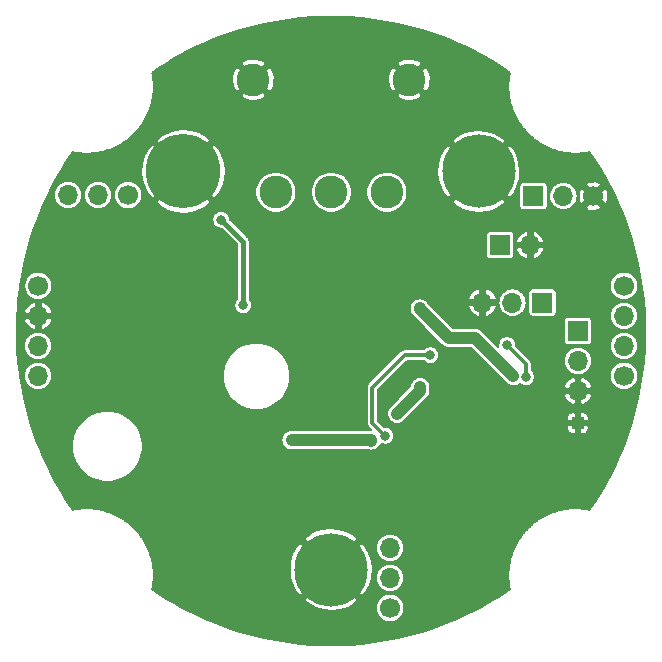
<source format=gbl>
G04 #@! TF.GenerationSoftware,KiCad,Pcbnew,(5.0.0)*
G04 #@! TF.CreationDate,2019-01-09T16:36:41-03:00*
G04 #@! TF.ProjectId,PCB_A,5043425F412E6B696361645F70636200,rev?*
G04 #@! TF.SameCoordinates,Original*
G04 #@! TF.FileFunction,Copper,L2,Bot,Signal*
G04 #@! TF.FilePolarity,Positive*
%FSLAX46Y46*%
G04 Gerber Fmt 4.6, Leading zero omitted, Abs format (unit mm)*
G04 Created by KiCad (PCBNEW (5.0.0)) date 01/09/19 16:36:41*
%MOMM*%
%LPD*%
G01*
G04 APERTURE LIST*
G04 #@! TA.AperFunction,ComponentPad*
%ADD10O,1.700000X1.700000*%
G04 #@! TD*
G04 #@! TA.AperFunction,ComponentPad*
%ADD11C,1.700000*%
G04 #@! TD*
G04 #@! TA.AperFunction,ComponentPad*
%ADD12R,1.700000X1.700000*%
G04 #@! TD*
G04 #@! TA.AperFunction,ComponentPad*
%ADD13C,6.200000*%
G04 #@! TD*
G04 #@! TA.AperFunction,ComponentPad*
%ADD14C,6.300000*%
G04 #@! TD*
G04 #@! TA.AperFunction,ComponentPad*
%ADD15C,2.775000*%
G04 #@! TD*
G04 #@! TA.AperFunction,ComponentPad*
%ADD16R,1.000000X1.000000*%
G04 #@! TD*
G04 #@! TA.AperFunction,ViaPad*
%ADD17C,1.000000*%
G04 #@! TD*
G04 #@! TA.AperFunction,ViaPad*
%ADD18C,0.800000*%
G04 #@! TD*
G04 #@! TA.AperFunction,Conductor*
%ADD19C,1.000000*%
G04 #@! TD*
G04 #@! TA.AperFunction,Conductor*
%ADD20C,0.300000*%
G04 #@! TD*
G04 #@! TA.AperFunction,Conductor*
%ADD21C,0.400000*%
G04 #@! TD*
G04 #@! TA.AperFunction,Conductor*
%ADD22C,0.200000*%
G04 #@! TD*
G04 APERTURE END LIST*
D10*
G04 #@! TO.P,J4,5*
G04 #@! TO.N,/S_GLOBO*
X24800000Y1270000D03*
G04 #@! TO.P,J4,10*
G04 #@! TO.N,/SCLK*
X4996841Y-18373862D03*
D11*
G04 #@! TO.P,J4,4*
G04 #@! TO.N,+5V*
X24800000Y3810000D03*
G04 #@! TO.P,J4,8*
G04 #@! TO.N,/SDI*
X4996841Y-23453862D03*
D10*
G04 #@! TO.P,J4,9*
G04 #@! TO.N,/CS*
X4996841Y-20913862D03*
D11*
G04 #@! TO.P,J4,7*
G04 #@! TO.N,/SDO*
X24800000Y-3810000D03*
D10*
G04 #@! TO.P,J4,6*
G04 #@! TO.N,/S_PARACAIDAS*
X24800000Y-1270000D03*
D11*
G04 #@! TO.P,J4,3*
G04 #@! TO.N,GND*
X22212262Y11400841D03*
D12*
G04 #@! TO.P,J4,1*
G04 #@! TO.N,Net-(J4-Pad1)*
X17132262Y11400841D03*
D10*
G04 #@! TO.P,J4,2*
X19672262Y11400841D03*
G04 #@! TO.P,J4,13*
G04 #@! TO.N,Net-(J4-Pad13)*
X-22267738Y11500841D03*
G04 #@! TO.P,J4,12*
G04 #@! TO.N,/GPS_TX*
X-19727738Y11500841D03*
D11*
G04 #@! TO.P,J4,11*
G04 #@! TO.N,/P1*
X-17187738Y11500841D03*
D10*
G04 #@! TO.P,J4,16*
G04 #@! TO.N,+3V3_Internal*
X-24800000Y-1270000D03*
G04 #@! TO.P,J4,17*
G04 #@! TO.N,Net-(J4-Pad17)*
X-24800000Y-3810000D03*
G04 #@! TO.P,J4,15*
G04 #@! TO.N,GND*
X-24800000Y1270000D03*
D11*
G04 #@! TO.P,J4,14*
G04 #@! TO.N,Net-(J4-Pad14)*
X-24800000Y3810000D03*
G04 #@! TD*
D12*
G04 #@! TO.P,J1,1*
G04 #@! TO.N,Net-(F1-Pad1)*
X14325600Y7264400D03*
D10*
G04 #@! TO.P,J1,2*
G04 #@! TO.N,GND*
X16865600Y7264400D03*
G04 #@! TD*
D12*
G04 #@! TO.P,J3,1*
G04 #@! TO.N,/S_GLOBO*
X17900000Y2400000D03*
D10*
G04 #@! TO.P,J3,2*
G04 #@! TO.N,+5V*
X15360000Y2400000D03*
G04 #@! TO.P,J3,3*
G04 #@! TO.N,GND*
X12820000Y2400000D03*
G04 #@! TD*
G04 #@! TO.P,J5,3*
G04 #@! TO.N,GND*
X20900000Y-5080000D03*
G04 #@! TO.P,J5,2*
G04 #@! TO.N,+5V*
X20900000Y-2540000D03*
D12*
G04 #@! TO.P,J5,1*
G04 #@! TO.N,/S_PARACAIDAS*
X20900000Y0D03*
G04 #@! TD*
D13*
G04 #@! TO.P,MH1,2*
G04 #@! TO.N,GND*
X12500000Y13500000D03*
D14*
G04 #@! TO.P,MH1,1*
X-12500000Y13500000D03*
D13*
G04 #@! TO.P,MH1,3*
X0Y-20200000D03*
G04 #@! TD*
D15*
G04 #@! TO.P,S1,1*
G04 #@! TO.N,Net-(S1-Pad1)*
X-4670000Y11741600D03*
G04 #@! TO.P,S1,2*
G04 #@! TO.N,Net-(J4-Pad1)*
X30000Y11741600D03*
G04 #@! TO.P,S1,3*
G04 #@! TO.N,+BATT*
X4730000Y11741600D03*
G04 #@! TO.P,S1,4*
G04 #@! TO.N,GND*
X-6575000Y21271600D03*
G04 #@! TO.P,S1,5*
X6635000Y21271600D03*
G04 #@! TD*
D16*
G04 #@! TO.P,TP10,1*
G04 #@! TO.N,GND*
X20900000Y-7800000D03*
G04 #@! TD*
D17*
G04 #@! TO.N,GND*
X18186400Y8585200D03*
X16306800Y5537200D03*
X15494000Y9144000D03*
X18643600Y7162800D03*
X16916400Y9093200D03*
D18*
X11100000Y-4090000D03*
X10270800Y-4894400D03*
X10270800Y-3268800D03*
X11896400Y-4894400D03*
X11947200Y-3268800D03*
X6725000Y-790000D03*
X8400000Y-8580000D03*
X9421800Y-18346800D03*
X12391800Y-18396800D03*
X10846914Y-9784957D03*
X10260000Y1269990D03*
X8690000Y-9820000D03*
X13390678Y-10522883D03*
X23100000Y-5900000D03*
X-20900000Y1300008D03*
X-11400000Y1299996D03*
X4662367Y-6252339D03*
X101600Y24485600D03*
X-11226800Y17678400D03*
X7823200Y-15163800D03*
X9950000Y-11370000D03*
X14274800Y-15062200D03*
G04 #@! TO.N,+3V3_Internal*
X7549638Y-4765752D03*
X9970000Y-590000D03*
X15500000Y-3900000D03*
X7500000Y1900000D03*
X-3344990Y-9255010D03*
X3410000Y-9280000D03*
X5600012Y-7000000D03*
G04 #@! TO.N,/CS*
X8407400Y-2057400D03*
X4597400Y-8890000D03*
G04 #@! TO.N,/SCLK*
X16500000Y-3900004D03*
X14900000Y-1200000D03*
G04 #@! TO.N,/GPS/GPS_1V8*
X-7450000Y2154010D03*
X-9300000Y9400000D03*
G04 #@! TD*
D19*
G04 #@! TO.N,+3V3_Internal*
X3385010Y-9255010D02*
X3410000Y-9280000D01*
X-3344990Y-9255010D02*
X3385010Y-9255010D01*
D20*
X5600012Y-6715378D02*
X5600012Y-7000000D01*
D19*
X7549638Y-5050374D02*
X7549638Y-4765752D01*
X5600012Y-7000000D02*
X7549638Y-5050374D01*
X7500000Y1880000D02*
X9970000Y-590000D01*
X7500000Y1900000D02*
X7500000Y1880000D01*
X12190000Y-590000D02*
X15399999Y-3799999D01*
X9970000Y-590000D02*
X12190000Y-590000D01*
D20*
G04 #@! TO.N,/CS*
X8407400Y-2057400D02*
X6248400Y-2057400D01*
X6248400Y-2057400D02*
X3505200Y-4800600D01*
X3505200Y-4800600D02*
X3505200Y-7797800D01*
X3505200Y-7797800D02*
X4597400Y-8890000D01*
G04 #@! TO.N,/SCLK*
X15299999Y-1599999D02*
X14900000Y-1200000D01*
X16500000Y-2800000D02*
X15299999Y-1599999D01*
X16500000Y-3900004D02*
X16500000Y-2800000D01*
D21*
G04 #@! TO.N,/GPS/GPS_1V8*
X-8900001Y9000001D02*
X-9300000Y9400000D01*
X-7450000Y7550000D02*
X-8900001Y9000001D01*
X-7450000Y2154010D02*
X-7450000Y7550000D01*
G04 #@! TD*
D22*
G04 #@! TO.N,GND*
G36*
X1560035Y26554239D02*
X2597967Y26473028D01*
X3632790Y26351213D01*
X4663209Y26188798D01*
X5688025Y25985776D01*
X6705962Y25742152D01*
X7715713Y25457945D01*
X8716172Y25133114D01*
X9705943Y24767707D01*
X10683901Y24361681D01*
X11648739Y23915058D01*
X12599244Y23427821D01*
X13534162Y22899971D01*
X14452260Y22331496D01*
X15131742Y21871651D01*
X15114686Y21789169D01*
X15112881Y21782599D01*
X15110710Y21769944D01*
X15108109Y21757366D01*
X15107390Y21750589D01*
X15081289Y21598442D01*
X15079711Y21591825D01*
X15077965Y21579065D01*
X15075794Y21566408D01*
X15075308Y21559640D01*
X15054474Y21407359D01*
X15053126Y21400720D01*
X15051813Y21387909D01*
X15050067Y21375147D01*
X15049811Y21368375D01*
X15034206Y21216114D01*
X15033084Y21209443D01*
X15032202Y21196560D01*
X15030888Y21183744D01*
X15030861Y21176994D01*
X15020439Y21024837D01*
X15019545Y21018154D01*
X15019096Y21005239D01*
X15018214Y20992361D01*
X15018415Y20985628D01*
X15013134Y20833696D01*
X15012468Y20827015D01*
X15012453Y20814098D01*
X15012003Y20801156D01*
X15012430Y20794440D01*
X15012251Y20642873D01*
X15011810Y20636181D01*
X15012228Y20623239D01*
X15012213Y20610290D01*
X15012862Y20603614D01*
X15017746Y20452498D01*
X15017529Y20445810D01*
X15018380Y20432875D01*
X15018799Y20419918D01*
X15019670Y20413283D01*
X15029577Y20262741D01*
X15029583Y20256062D01*
X15030867Y20243143D01*
X15031719Y20230196D01*
X15032808Y20223610D01*
X15047702Y20073745D01*
X15047930Y20067087D01*
X15049642Y20054224D01*
X15050928Y20041288D01*
X15052235Y20034745D01*
X15072080Y19885680D01*
X15072528Y19879043D01*
X15074668Y19866240D01*
X15076385Y19853340D01*
X15077908Y19846850D01*
X15102665Y19698714D01*
X15103334Y19692091D01*
X15105906Y19679326D01*
X15108047Y19666513D01*
X15109779Y19660100D01*
X15139420Y19512971D01*
X15140307Y19506379D01*
X15143301Y19493705D01*
X15145868Y19480963D01*
X15147811Y19474615D01*
X15182300Y19328615D01*
X15183405Y19322062D01*
X15186815Y19309504D01*
X15189806Y19296843D01*
X15191960Y19290558D01*
X15231265Y19145814D01*
X15232586Y19139300D01*
X15236413Y19126854D01*
X15239821Y19114304D01*
X15242180Y19108099D01*
X15286275Y18964700D01*
X15287810Y18958240D01*
X15292039Y18945953D01*
X15295867Y18933505D01*
X15298437Y18927367D01*
X15347283Y18785459D01*
X15349034Y18779046D01*
X15353671Y18766901D01*
X15357906Y18754597D01*
X15360677Y18748550D01*
X15414250Y18608230D01*
X15416217Y18601865D01*
X15421257Y18589876D01*
X15425890Y18577741D01*
X15428862Y18571786D01*
X15487136Y18433164D01*
X15489319Y18426855D01*
X15494755Y18415040D01*
X15499782Y18403083D01*
X15502952Y18397227D01*
X15565903Y18260417D01*
X15568297Y18254177D01*
X15574118Y18242562D01*
X15579538Y18230783D01*
X15582907Y18225025D01*
X15650505Y18090145D01*
X15653111Y18083979D01*
X15659306Y18072585D01*
X15665112Y18061000D01*
X15668681Y18055343D01*
X15740906Y17922502D01*
X15743719Y17916422D01*
X15750276Y17905269D01*
X15756467Y17893882D01*
X15760236Y17888327D01*
X15837053Y17757665D01*
X15840078Y17751663D01*
X15847001Y17740743D01*
X15853557Y17729592D01*
X15857517Y17724156D01*
X15938912Y17595774D01*
X15942146Y17589861D01*
X15949426Y17579190D01*
X15956341Y17568283D01*
X15960489Y17562974D01*
X16046439Y17436988D01*
X16049878Y17431175D01*
X16057498Y17420778D01*
X16064772Y17410115D01*
X16069112Y17404930D01*
X16159584Y17281478D01*
X16163234Y17275760D01*
X16171202Y17265625D01*
X16178807Y17255248D01*
X16183325Y17250206D01*
X16278319Y17129380D01*
X16282167Y17123779D01*
X16290454Y17113944D01*
X16298402Y17103835D01*
X16303106Y17098930D01*
X16402583Y16980875D01*
X16406629Y16975395D01*
X16415231Y16965864D01*
X16423510Y16956039D01*
X16428391Y16951283D01*
X16532331Y16836120D01*
X16536576Y16830763D01*
X16545492Y16821537D01*
X16554080Y16812022D01*
X16559130Y16807425D01*
X16667517Y16695275D01*
X16671943Y16690065D01*
X16681161Y16681157D01*
X16690069Y16671939D01*
X16695280Y16667512D01*
X16807429Y16559126D01*
X16812026Y16554076D01*
X16821541Y16545488D01*
X16830767Y16536572D01*
X16836123Y16532327D01*
X16951287Y16428387D01*
X16956043Y16423506D01*
X16965868Y16415227D01*
X16975399Y16406625D01*
X16980877Y16402580D01*
X17098934Y16303101D01*
X17103839Y16298398D01*
X17113948Y16290450D01*
X17123783Y16282163D01*
X17129384Y16278315D01*
X17250210Y16183321D01*
X17255252Y16178803D01*
X17265629Y16171198D01*
X17275764Y16163230D01*
X17281482Y16159580D01*
X17404934Y16069108D01*
X17410119Y16064768D01*
X17420782Y16057494D01*
X17431179Y16049874D01*
X17436992Y16046435D01*
X17562977Y15960486D01*
X17568287Y15956337D01*
X17579194Y15949422D01*
X17589865Y15942142D01*
X17595778Y15938908D01*
X17724160Y15857513D01*
X17729596Y15853553D01*
X17740747Y15846997D01*
X17751667Y15840074D01*
X17757670Y15837048D01*
X17888331Y15760232D01*
X17893886Y15756463D01*
X17905273Y15750272D01*
X17916426Y15743715D01*
X17922507Y15740902D01*
X18055347Y15668677D01*
X18061004Y15665108D01*
X18072589Y15659302D01*
X18083983Y15653107D01*
X18090149Y15650501D01*
X18225024Y15582906D01*
X18230788Y15579533D01*
X18242579Y15574107D01*
X18254181Y15568293D01*
X18260415Y15565901D01*
X18397236Y15502945D01*
X18403087Y15499778D01*
X18415033Y15494756D01*
X18426858Y15489315D01*
X18433171Y15487131D01*
X18571794Y15428856D01*
X18577745Y15425886D01*
X18589870Y15421257D01*
X18601868Y15416213D01*
X18608237Y15414244D01*
X18748558Y15360671D01*
X18754601Y15357902D01*
X18766896Y15353670D01*
X18779049Y15349030D01*
X18785466Y15347278D01*
X18927375Y15298431D01*
X18933509Y15295863D01*
X18945949Y15292038D01*
X18958243Y15287806D01*
X18964707Y15286270D01*
X19108102Y15242176D01*
X19114307Y15239817D01*
X19126857Y15236409D01*
X19139303Y15232582D01*
X19145817Y15231261D01*
X19290567Y15191954D01*
X19296847Y15189802D01*
X19309501Y15186813D01*
X19322065Y15183401D01*
X19328621Y15182296D01*
X19474619Y15147807D01*
X19480967Y15145864D01*
X19493710Y15143297D01*
X19506383Y15140303D01*
X19512975Y15139416D01*
X19660106Y15109774D01*
X19666517Y15108043D01*
X19679325Y15105902D01*
X19692094Y15103330D01*
X19698719Y15102661D01*
X19846856Y15077904D01*
X19853344Y15076381D01*
X19866240Y15074664D01*
X19879046Y15072524D01*
X19885684Y15072076D01*
X20034748Y15052231D01*
X20041291Y15050924D01*
X20054228Y15049638D01*
X20067090Y15047926D01*
X20073747Y15047698D01*
X20223617Y15032804D01*
X20230200Y15031715D01*
X20243142Y15030863D01*
X20256064Y15029579D01*
X20262745Y15029573D01*
X20413286Y15019666D01*
X20419921Y15018795D01*
X20432878Y15018376D01*
X20445813Y15017525D01*
X20452501Y15017742D01*
X20603619Y15012858D01*
X20610294Y15012209D01*
X20623242Y15012224D01*
X20636184Y15011806D01*
X20642876Y15012247D01*
X20794444Y15012426D01*
X20801160Y15011999D01*
X20814102Y15012449D01*
X20827019Y15012464D01*
X20833700Y15013130D01*
X20985632Y15018411D01*
X20992365Y15018210D01*
X21005243Y15019092D01*
X21018158Y15019541D01*
X21024841Y15020435D01*
X21176998Y15030857D01*
X21183748Y15030884D01*
X21196564Y15032198D01*
X21209447Y15033080D01*
X21216118Y15034202D01*
X21368379Y15049807D01*
X21375151Y15050063D01*
X21387913Y15051809D01*
X21400724Y15053122D01*
X21407363Y15054470D01*
X21559644Y15075304D01*
X21566412Y15075790D01*
X21579069Y15077961D01*
X21591829Y15079707D01*
X21598446Y15081285D01*
X21750593Y15107386D01*
X21757370Y15108105D01*
X21769948Y15110706D01*
X21782603Y15112877D01*
X21789173Y15114682D01*
X21871655Y15131738D01*
X22331517Y14452231D01*
X22899988Y13534134D01*
X23427840Y12599212D01*
X23915075Y11648707D01*
X24361697Y10683869D01*
X24767721Y9705912D01*
X25133135Y8716118D01*
X25457945Y7715719D01*
X25742168Y6705912D01*
X25985780Y5688022D01*
X26188803Y4663201D01*
X26351218Y3632783D01*
X26473033Y2597961D01*
X26554241Y1560056D01*
X26594848Y520215D01*
X26594847Y-520241D01*
X26554244Y-1560030D01*
X26473034Y-2597962D01*
X26351220Y-3632784D01*
X26188807Y-4663203D01*
X25985786Y-5688017D01*
X25742173Y-6705913D01*
X25457951Y-7715721D01*
X25133144Y-8716111D01*
X24767720Y-9705935D01*
X24361705Y-10683871D01*
X23915088Y-11648701D01*
X23427844Y-12599225D01*
X22900005Y-13534126D01*
X22331523Y-14452240D01*
X21871667Y-15131741D01*
X21789185Y-15114685D01*
X21782615Y-15112880D01*
X21769960Y-15110709D01*
X21757382Y-15108108D01*
X21750605Y-15107389D01*
X21598458Y-15081288D01*
X21591841Y-15079710D01*
X21579081Y-15077964D01*
X21566424Y-15075793D01*
X21559656Y-15075307D01*
X21407378Y-15054473D01*
X21400737Y-15053125D01*
X21387922Y-15051812D01*
X21375163Y-15050066D01*
X21368393Y-15049810D01*
X21216128Y-15034204D01*
X21209458Y-15033083D01*
X21196583Y-15032201D01*
X21183761Y-15030887D01*
X21177006Y-15030860D01*
X21024854Y-15020439D01*
X21018171Y-15019545D01*
X21005253Y-15019096D01*
X20992376Y-15018214D01*
X20985646Y-15018415D01*
X20833713Y-15013134D01*
X20827032Y-15012468D01*
X20814115Y-15012453D01*
X20801173Y-15012003D01*
X20794457Y-15012430D01*
X20642888Y-15012251D01*
X20636196Y-15011810D01*
X20623254Y-15012228D01*
X20610306Y-15012213D01*
X20603631Y-15012862D01*
X20452514Y-15017746D01*
X20445828Y-15017529D01*
X20432895Y-15018380D01*
X20419933Y-15018799D01*
X20413297Y-15019670D01*
X20262763Y-15029576D01*
X20256076Y-15029582D01*
X20243149Y-15030867D01*
X20230215Y-15031718D01*
X20223632Y-15032807D01*
X20073768Y-15047702D01*
X20067103Y-15047930D01*
X20054220Y-15049645D01*
X20041302Y-15050929D01*
X20034770Y-15052234D01*
X19885707Y-15072078D01*
X19879061Y-15072527D01*
X19866231Y-15074671D01*
X19853357Y-15076385D01*
X19846881Y-15077905D01*
X19698716Y-15102666D01*
X19692104Y-15103334D01*
X19679368Y-15105900D01*
X19666532Y-15108045D01*
X19660106Y-15109780D01*
X19512981Y-15139421D01*
X19506396Y-15140307D01*
X19493735Y-15143298D01*
X19480978Y-15145868D01*
X19474623Y-15147813D01*
X19328634Y-15182300D01*
X19322078Y-15183405D01*
X19309514Y-15186817D01*
X19296860Y-15189806D01*
X19290580Y-15191958D01*
X19145830Y-15231265D01*
X19139316Y-15232586D01*
X19126870Y-15236413D01*
X19114320Y-15239821D01*
X19108115Y-15242180D01*
X18964720Y-15286274D01*
X18958256Y-15287810D01*
X18945962Y-15292042D01*
X18933522Y-15295867D01*
X18927388Y-15298435D01*
X18785479Y-15347282D01*
X18779062Y-15349034D01*
X18766909Y-15353674D01*
X18754614Y-15357906D01*
X18748571Y-15360675D01*
X18608251Y-15414248D01*
X18601881Y-15416217D01*
X18589883Y-15421261D01*
X18577758Y-15425890D01*
X18571807Y-15428860D01*
X18433179Y-15487137D01*
X18426875Y-15489318D01*
X18415064Y-15494752D01*
X18403100Y-15499782D01*
X18397243Y-15502952D01*
X18260427Y-15565904D01*
X18254192Y-15568297D01*
X18242593Y-15574110D01*
X18230803Y-15579535D01*
X18225037Y-15582909D01*
X18090153Y-15650510D01*
X18083995Y-15653112D01*
X18072615Y-15659299D01*
X18061015Y-15665113D01*
X18055350Y-15668686D01*
X17922526Y-15740904D01*
X17916440Y-15743719D01*
X17905278Y-15750281D01*
X17893899Y-15756468D01*
X17888349Y-15760234D01*
X17757690Y-15837049D01*
X17751682Y-15840077D01*
X17740752Y-15847006D01*
X17729610Y-15853557D01*
X17724179Y-15857514D01*
X17595788Y-15938913D01*
X17589878Y-15942146D01*
X17579214Y-15949421D01*
X17568301Y-15956340D01*
X17562988Y-15960491D01*
X17437005Y-16046439D01*
X17431192Y-16049878D01*
X17420796Y-16057497D01*
X17410132Y-16064772D01*
X17404947Y-16069112D01*
X17281501Y-16159580D01*
X17275776Y-16163234D01*
X17265629Y-16171211D01*
X17255265Y-16178807D01*
X17250228Y-16183321D01*
X17129397Y-16278319D01*
X17123797Y-16282167D01*
X17113960Y-16290456D01*
X17103852Y-16298403D01*
X17098949Y-16303105D01*
X16980891Y-16402584D01*
X16975413Y-16406629D01*
X16965882Y-16415231D01*
X16956057Y-16423510D01*
X16951301Y-16428391D01*
X16836137Y-16532331D01*
X16830781Y-16536576D01*
X16821555Y-16545492D01*
X16812040Y-16554080D01*
X16807443Y-16559130D01*
X16695294Y-16667516D01*
X16690083Y-16671943D01*
X16681175Y-16681161D01*
X16671957Y-16690069D01*
X16667531Y-16695279D01*
X16559144Y-16807429D01*
X16554094Y-16812026D01*
X16545506Y-16821541D01*
X16536590Y-16830767D01*
X16532345Y-16836124D01*
X16428405Y-16951287D01*
X16423524Y-16956043D01*
X16415245Y-16965868D01*
X16406643Y-16975399D01*
X16402597Y-16980879D01*
X16303126Y-17098927D01*
X16298415Y-17103839D01*
X16290454Y-17113965D01*
X16282181Y-17123783D01*
X16278338Y-17129375D01*
X16183342Y-17250205D01*
X16178823Y-17255249D01*
X16171213Y-17265633D01*
X16163248Y-17275764D01*
X16159601Y-17281478D01*
X16069123Y-17404936D01*
X16064786Y-17410118D01*
X16057517Y-17420773D01*
X16049893Y-17431176D01*
X16046451Y-17436993D01*
X15960505Y-17562974D01*
X15956354Y-17568287D01*
X15949436Y-17579198D01*
X15942160Y-17589864D01*
X15938927Y-17595776D01*
X15857535Y-17724155D01*
X15853573Y-17729593D01*
X15847012Y-17740754D01*
X15840092Y-17751668D01*
X15837069Y-17757666D01*
X15760250Y-17888332D01*
X15756481Y-17893886D01*
X15750290Y-17905272D01*
X15743733Y-17916426D01*
X15740919Y-17922508D01*
X15668700Y-18055338D01*
X15665128Y-18061001D01*
X15659314Y-18072601D01*
X15653126Y-18083983D01*
X15650524Y-18090140D01*
X15582922Y-18225026D01*
X15579552Y-18230786D01*
X15574131Y-18242567D01*
X15568312Y-18254178D01*
X15565918Y-18260417D01*
X15502966Y-18397229D01*
X15499795Y-18403088D01*
X15494769Y-18415044D01*
X15489333Y-18426858D01*
X15487150Y-18433169D01*
X15428880Y-18571783D01*
X15425906Y-18577742D01*
X15421267Y-18589893D01*
X15416232Y-18601870D01*
X15414267Y-18608227D01*
X15360694Y-18748546D01*
X15357919Y-18754602D01*
X15353680Y-18766918D01*
X15349049Y-18779047D01*
X15347300Y-18785453D01*
X15298449Y-18927376D01*
X15295882Y-18933508D01*
X15292057Y-18945946D01*
X15287824Y-18958245D01*
X15286288Y-18964709D01*
X15242195Y-19108102D01*
X15239836Y-19114307D01*
X15236428Y-19126857D01*
X15232601Y-19139303D01*
X15231280Y-19145817D01*
X15191974Y-19290565D01*
X15189822Y-19296844D01*
X15186834Y-19309494D01*
X15183420Y-19322065D01*
X15182315Y-19328624D01*
X15147828Y-19474608D01*
X15145882Y-19480966D01*
X15143312Y-19493725D01*
X15140322Y-19506380D01*
X15139435Y-19512965D01*
X15109794Y-19660096D01*
X15108060Y-19666518D01*
X15105916Y-19679347D01*
X15103348Y-19692094D01*
X15102680Y-19698709D01*
X15077920Y-19846865D01*
X15076400Y-19853343D01*
X15074686Y-19866222D01*
X15072542Y-19879048D01*
X15072093Y-19885692D01*
X15052250Y-20034754D01*
X15050944Y-20041288D01*
X15049660Y-20054210D01*
X15047945Y-20067090D01*
X15047717Y-20073754D01*
X15032822Y-20223618D01*
X15031733Y-20230201D01*
X15030882Y-20243135D01*
X15029597Y-20256062D01*
X15029591Y-20262749D01*
X15019685Y-20413285D01*
X15018814Y-20419920D01*
X15018395Y-20432880D01*
X15017544Y-20445814D01*
X15017761Y-20452501D01*
X15012878Y-20603614D01*
X15012228Y-20610289D01*
X15012243Y-20623243D01*
X15011825Y-20636183D01*
X15012266Y-20642873D01*
X15012444Y-20794440D01*
X15012017Y-20801158D01*
X15012467Y-20814102D01*
X15012482Y-20827014D01*
X15013148Y-20833694D01*
X15018429Y-20985630D01*
X15018228Y-20992363D01*
X15019110Y-21005241D01*
X15019559Y-21018156D01*
X15020453Y-21024839D01*
X15030875Y-21176996D01*
X15030902Y-21183744D01*
X15032215Y-21196558D01*
X15033098Y-21209445D01*
X15034220Y-21216117D01*
X15049824Y-21368372D01*
X15050080Y-21375149D01*
X15051827Y-21387919D01*
X15053139Y-21400720D01*
X15054486Y-21407357D01*
X15075321Y-21559642D01*
X15075807Y-21566410D01*
X15077978Y-21579067D01*
X15079724Y-21591827D01*
X15081302Y-21598444D01*
X15107403Y-21750591D01*
X15108122Y-21757368D01*
X15110723Y-21769946D01*
X15112894Y-21782601D01*
X15114699Y-21789171D01*
X15131755Y-21871653D01*
X14452279Y-22331494D01*
X13534173Y-22899974D01*
X12599265Y-23427819D01*
X11648749Y-23915062D01*
X10683920Y-24361682D01*
X9705954Y-24767712D01*
X8716160Y-25133126D01*
X7715721Y-25457950D01*
X6705946Y-25742164D01*
X5688037Y-25985781D01*
X4663225Y-26188802D01*
X3632796Y-26351219D01*
X2597970Y-26473035D01*
X1560040Y-26554244D01*
X520248Y-26594848D01*
X-520234Y-26594848D01*
X-1560024Y-26554245D01*
X-2597955Y-26473036D01*
X-3632777Y-26351221D01*
X-4663203Y-26188805D01*
X-5688014Y-25985785D01*
X-6705909Y-25742172D01*
X-7715717Y-25457949D01*
X-8716109Y-25133141D01*
X-9705911Y-24767725D01*
X-10683870Y-24361701D01*
X-11648689Y-23915089D01*
X-12599205Y-23427849D01*
X-13534127Y-22899998D01*
X-13770859Y-22753417D01*
X-2270574Y-22753417D01*
X-1902054Y-23158213D01*
X-1288388Y-23472444D01*
X-625210Y-23660916D01*
X61994Y-23716389D01*
X746816Y-23636728D01*
X1402939Y-23424996D01*
X1570052Y-23335672D01*
X3796841Y-23335672D01*
X3796841Y-23572052D01*
X3842957Y-23803889D01*
X3933415Y-24022275D01*
X4064740Y-24218817D01*
X4231886Y-24385963D01*
X4428428Y-24517288D01*
X4646814Y-24607746D01*
X4878651Y-24653862D01*
X5115031Y-24653862D01*
X5346868Y-24607746D01*
X5565254Y-24517288D01*
X5761796Y-24385963D01*
X5928942Y-24218817D01*
X6060267Y-24022275D01*
X6150725Y-23803889D01*
X6196841Y-23572052D01*
X6196841Y-23335672D01*
X6150725Y-23103835D01*
X6060267Y-22885449D01*
X5928942Y-22688907D01*
X5761796Y-22521761D01*
X5565254Y-22390436D01*
X5346868Y-22299978D01*
X5115031Y-22253862D01*
X4878651Y-22253862D01*
X4646814Y-22299978D01*
X4428428Y-22390436D01*
X4231886Y-22521761D01*
X4064740Y-22688907D01*
X3933415Y-22885449D01*
X3842957Y-23103835D01*
X3796841Y-23335672D01*
X1570052Y-23335672D01*
X1902054Y-23158213D01*
X2270574Y-22753417D01*
X0Y-20482843D01*
X-2270574Y-22753417D01*
X-13770859Y-22753417D01*
X-14452234Y-22331521D01*
X-15131742Y-21871659D01*
X-15114683Y-21789164D01*
X-15112882Y-21782608D01*
X-15110716Y-21769980D01*
X-15108109Y-21757375D01*
X-15107388Y-21750585D01*
X-15081289Y-21598450D01*
X-15079711Y-21591833D01*
X-15077966Y-21579076D01*
X-15075794Y-21566417D01*
X-15075308Y-21559647D01*
X-15054474Y-21407365D01*
X-15053126Y-21400728D01*
X-15051813Y-21387921D01*
X-15050067Y-21375156D01*
X-15049811Y-21368383D01*
X-15034205Y-21216121D01*
X-15033084Y-21209451D01*
X-15032202Y-21196571D01*
X-15030888Y-21183753D01*
X-15030861Y-21177002D01*
X-15020438Y-21024844D01*
X-15019545Y-21018162D01*
X-15019096Y-21005249D01*
X-15018214Y-20992370D01*
X-15018415Y-20985637D01*
X-15013134Y-20833704D01*
X-15012468Y-20827023D01*
X-15012453Y-20814106D01*
X-15012003Y-20801164D01*
X-15012430Y-20794448D01*
X-15012251Y-20642880D01*
X-15011810Y-20636188D01*
X-15012228Y-20623246D01*
X-15012213Y-20610298D01*
X-15012862Y-20603623D01*
X-15017746Y-20452505D01*
X-15017529Y-20445817D01*
X-15018380Y-20432882D01*
X-15018799Y-20419925D01*
X-15019670Y-20413290D01*
X-15029577Y-20262749D01*
X-15029577Y-20261994D01*
X-3516389Y-20261994D01*
X-3436728Y-20946816D01*
X-3224996Y-21602939D01*
X-2958213Y-22102054D01*
X-2553417Y-22470574D01*
X-282843Y-20200000D01*
X282843Y-20200000D01*
X2553417Y-22470574D01*
X2958213Y-22102054D01*
X3272444Y-21488388D01*
X3435721Y-20913862D01*
X3791035Y-20913862D01*
X3814204Y-21149103D01*
X3882822Y-21375304D01*
X3994250Y-21583772D01*
X4144207Y-21766496D01*
X4326931Y-21916453D01*
X4535399Y-22027881D01*
X4761600Y-22096499D01*
X4937891Y-22113862D01*
X5055791Y-22113862D01*
X5232082Y-22096499D01*
X5458283Y-22027881D01*
X5666751Y-21916453D01*
X5849475Y-21766496D01*
X5999432Y-21583772D01*
X6110860Y-21375304D01*
X6179478Y-21149103D01*
X6202647Y-20913862D01*
X6179478Y-20678621D01*
X6110860Y-20452420D01*
X5999432Y-20243952D01*
X5849475Y-20061228D01*
X5666751Y-19911271D01*
X5458283Y-19799843D01*
X5232082Y-19731225D01*
X5055791Y-19713862D01*
X4937891Y-19713862D01*
X4761600Y-19731225D01*
X4535399Y-19799843D01*
X4326931Y-19911271D01*
X4144207Y-20061228D01*
X3994250Y-20243952D01*
X3882822Y-20452420D01*
X3814204Y-20678621D01*
X3791035Y-20913862D01*
X3435721Y-20913862D01*
X3460916Y-20825210D01*
X3516389Y-20138006D01*
X3436728Y-19453184D01*
X3224996Y-18797061D01*
X2998792Y-18373862D01*
X3791035Y-18373862D01*
X3814204Y-18609103D01*
X3882822Y-18835304D01*
X3994250Y-19043772D01*
X4144207Y-19226496D01*
X4326931Y-19376453D01*
X4535399Y-19487881D01*
X4761600Y-19556499D01*
X4937891Y-19573862D01*
X5055791Y-19573862D01*
X5232082Y-19556499D01*
X5458283Y-19487881D01*
X5666751Y-19376453D01*
X5849475Y-19226496D01*
X5999432Y-19043772D01*
X6110860Y-18835304D01*
X6179478Y-18609103D01*
X6202647Y-18373862D01*
X6179478Y-18138621D01*
X6110860Y-17912420D01*
X5999432Y-17703952D01*
X5849475Y-17521228D01*
X5666751Y-17371271D01*
X5458283Y-17259843D01*
X5232082Y-17191225D01*
X5055791Y-17173862D01*
X4937891Y-17173862D01*
X4761600Y-17191225D01*
X4535399Y-17259843D01*
X4326931Y-17371271D01*
X4144207Y-17521228D01*
X3994250Y-17703952D01*
X3882822Y-17912420D01*
X3814204Y-18138621D01*
X3791035Y-18373862D01*
X2998792Y-18373862D01*
X2958213Y-18297946D01*
X2553417Y-17929426D01*
X282843Y-20200000D01*
X-282843Y-20200000D01*
X-2553417Y-17929426D01*
X-2958213Y-18297946D01*
X-3272444Y-18911612D01*
X-3460916Y-19574790D01*
X-3516389Y-20261994D01*
X-15029577Y-20261994D01*
X-15029583Y-20256068D01*
X-15030867Y-20243146D01*
X-15031719Y-20230204D01*
X-15032808Y-20223621D01*
X-15047702Y-20073751D01*
X-15047930Y-20067094D01*
X-15049642Y-20054232D01*
X-15050928Y-20041295D01*
X-15052235Y-20034752D01*
X-15072080Y-19885688D01*
X-15072528Y-19879050D01*
X-15074668Y-19866244D01*
X-15076385Y-19853348D01*
X-15077908Y-19846860D01*
X-15102665Y-19698723D01*
X-15103334Y-19692098D01*
X-15105906Y-19679329D01*
X-15108047Y-19666521D01*
X-15109778Y-19660110D01*
X-15139420Y-19512979D01*
X-15140307Y-19506387D01*
X-15143301Y-19493714D01*
X-15145868Y-19480971D01*
X-15147811Y-19474623D01*
X-15182300Y-19328625D01*
X-15183405Y-19322069D01*
X-15186817Y-19309505D01*
X-15189806Y-19296851D01*
X-15191958Y-19290571D01*
X-15231265Y-19145821D01*
X-15232586Y-19139307D01*
X-15236413Y-19126861D01*
X-15239821Y-19114311D01*
X-15242180Y-19108106D01*
X-15286274Y-18964711D01*
X-15287810Y-18958247D01*
X-15292042Y-18945953D01*
X-15295867Y-18933513D01*
X-15298435Y-18927379D01*
X-15347282Y-18785470D01*
X-15349034Y-18779053D01*
X-15353674Y-18766900D01*
X-15357906Y-18754605D01*
X-15360675Y-18748562D01*
X-15414248Y-18608241D01*
X-15416217Y-18601872D01*
X-15421261Y-18589874D01*
X-15425890Y-18577749D01*
X-15428860Y-18571798D01*
X-15487135Y-18433175D01*
X-15489319Y-18426862D01*
X-15494760Y-18415037D01*
X-15499782Y-18403091D01*
X-15502949Y-18397240D01*
X-15565905Y-18260419D01*
X-15568297Y-18254185D01*
X-15574111Y-18242583D01*
X-15579537Y-18230792D01*
X-15582910Y-18225028D01*
X-15650505Y-18090153D01*
X-15653111Y-18083987D01*
X-15659306Y-18072593D01*
X-15665112Y-18061008D01*
X-15668681Y-18055351D01*
X-15740906Y-17922511D01*
X-15743719Y-17916430D01*
X-15750276Y-17905277D01*
X-15756467Y-17893890D01*
X-15760236Y-17888335D01*
X-15837052Y-17757674D01*
X-15840078Y-17751671D01*
X-15847001Y-17740751D01*
X-15853557Y-17729600D01*
X-15857517Y-17724164D01*
X-15906703Y-17646583D01*
X-2270574Y-17646583D01*
X0Y-19917157D01*
X2270574Y-17646583D01*
X1902054Y-17241787D01*
X1288388Y-16927556D01*
X625210Y-16739084D01*
X-61994Y-16683611D01*
X-746816Y-16763272D01*
X-1402939Y-16975004D01*
X-1902054Y-17241787D01*
X-2270574Y-17646583D01*
X-15906703Y-17646583D01*
X-15938912Y-17595782D01*
X-15942146Y-17589869D01*
X-15949426Y-17579198D01*
X-15956341Y-17568291D01*
X-15960490Y-17562981D01*
X-16046439Y-17436996D01*
X-16049878Y-17431183D01*
X-16057498Y-17420786D01*
X-16064772Y-17410123D01*
X-16069112Y-17404938D01*
X-16159584Y-17281486D01*
X-16163234Y-17275768D01*
X-16171202Y-17265633D01*
X-16178807Y-17255256D01*
X-16183325Y-17250214D01*
X-16278319Y-17129388D01*
X-16282167Y-17123787D01*
X-16290454Y-17113952D01*
X-16298402Y-17103843D01*
X-16303105Y-17098938D01*
X-16402584Y-16980881D01*
X-16406629Y-16975403D01*
X-16415231Y-16965872D01*
X-16423510Y-16956047D01*
X-16428391Y-16951291D01*
X-16532331Y-16836127D01*
X-16536576Y-16830771D01*
X-16545492Y-16821545D01*
X-16554080Y-16812030D01*
X-16559130Y-16807433D01*
X-16667516Y-16695284D01*
X-16671943Y-16690073D01*
X-16681161Y-16681165D01*
X-16690069Y-16671947D01*
X-16695279Y-16667521D01*
X-16807429Y-16559134D01*
X-16812026Y-16554084D01*
X-16821541Y-16545496D01*
X-16830767Y-16536580D01*
X-16836124Y-16532335D01*
X-16951287Y-16428395D01*
X-16956043Y-16423514D01*
X-16965868Y-16415235D01*
X-16975399Y-16406633D01*
X-16980879Y-16402587D01*
X-17098934Y-16303110D01*
X-17103839Y-16298406D01*
X-17113948Y-16290458D01*
X-17123783Y-16282171D01*
X-17129384Y-16278323D01*
X-17250210Y-16183329D01*
X-17255252Y-16178811D01*
X-17265629Y-16171206D01*
X-17275764Y-16163238D01*
X-17281482Y-16159588D01*
X-17404934Y-16069116D01*
X-17410119Y-16064776D01*
X-17420782Y-16057502D01*
X-17431179Y-16049882D01*
X-17436992Y-16046443D01*
X-17562978Y-15960493D01*
X-17568287Y-15956345D01*
X-17579194Y-15949430D01*
X-17589865Y-15942150D01*
X-17595778Y-15938916D01*
X-17724160Y-15857521D01*
X-17729596Y-15853561D01*
X-17740747Y-15847005D01*
X-17751667Y-15840082D01*
X-17757669Y-15837057D01*
X-17888331Y-15760240D01*
X-17893886Y-15756471D01*
X-17905273Y-15750280D01*
X-17916426Y-15743723D01*
X-17922506Y-15740910D01*
X-18055347Y-15668685D01*
X-18061004Y-15665116D01*
X-18072589Y-15659310D01*
X-18083983Y-15653115D01*
X-18090149Y-15650509D01*
X-18225029Y-15582911D01*
X-18230787Y-15579542D01*
X-18242566Y-15574122D01*
X-18254181Y-15568301D01*
X-18260421Y-15565907D01*
X-18397231Y-15502956D01*
X-18403087Y-15499786D01*
X-18415044Y-15494759D01*
X-18426859Y-15489323D01*
X-18433168Y-15487140D01*
X-18571790Y-15428866D01*
X-18577745Y-15425894D01*
X-18589880Y-15421261D01*
X-18601869Y-15416221D01*
X-18608234Y-15414254D01*
X-18748554Y-15360681D01*
X-18754601Y-15357910D01*
X-18766905Y-15353675D01*
X-18779050Y-15349038D01*
X-18785463Y-15347287D01*
X-18927371Y-15298441D01*
X-18933509Y-15295871D01*
X-18945957Y-15292043D01*
X-18958244Y-15287814D01*
X-18964704Y-15286279D01*
X-19108103Y-15242184D01*
X-19114308Y-15239825D01*
X-19126858Y-15236417D01*
X-19139304Y-15232590D01*
X-19145818Y-15231269D01*
X-19290562Y-15191964D01*
X-19296847Y-15189810D01*
X-19309508Y-15186819D01*
X-19322066Y-15183409D01*
X-19328619Y-15182304D01*
X-19474619Y-15147815D01*
X-19480967Y-15145872D01*
X-19493709Y-15143305D01*
X-19506383Y-15140311D01*
X-19512975Y-15139424D01*
X-19660104Y-15109783D01*
X-19666517Y-15108051D01*
X-19679330Y-15105910D01*
X-19692095Y-15103338D01*
X-19698718Y-15102669D01*
X-19846854Y-15077912D01*
X-19853344Y-15076389D01*
X-19866244Y-15074672D01*
X-19879047Y-15072532D01*
X-19885684Y-15072084D01*
X-20034749Y-15052239D01*
X-20041292Y-15050932D01*
X-20054228Y-15049646D01*
X-20067091Y-15047934D01*
X-20073749Y-15047706D01*
X-20223614Y-15032812D01*
X-20230200Y-15031723D01*
X-20243147Y-15030871D01*
X-20256066Y-15029587D01*
X-20262745Y-15029581D01*
X-20413287Y-15019674D01*
X-20419922Y-15018803D01*
X-20432879Y-15018384D01*
X-20445814Y-15017533D01*
X-20452502Y-15017750D01*
X-20603618Y-15012866D01*
X-20610294Y-15012217D01*
X-20623243Y-15012232D01*
X-20636185Y-15011814D01*
X-20642877Y-15012255D01*
X-20794444Y-15012434D01*
X-20801160Y-15012007D01*
X-20814102Y-15012457D01*
X-20827019Y-15012472D01*
X-20833700Y-15013138D01*
X-20985633Y-15018419D01*
X-20992366Y-15018218D01*
X-21005245Y-15019100D01*
X-21018158Y-15019549D01*
X-21024840Y-15020442D01*
X-21176998Y-15030865D01*
X-21183749Y-15030892D01*
X-21196567Y-15032206D01*
X-21209447Y-15033088D01*
X-21216117Y-15034209D01*
X-21368379Y-15049815D01*
X-21375152Y-15050071D01*
X-21387917Y-15051817D01*
X-21400724Y-15053130D01*
X-21407361Y-15054478D01*
X-21559643Y-15075312D01*
X-21566413Y-15075798D01*
X-21579072Y-15077970D01*
X-21591829Y-15079715D01*
X-21598446Y-15081293D01*
X-21750581Y-15107392D01*
X-21757371Y-15108113D01*
X-21769976Y-15110720D01*
X-21782604Y-15112886D01*
X-21789160Y-15114687D01*
X-21871654Y-15131746D01*
X-22331500Y-14452263D01*
X-22899975Y-13534165D01*
X-23427820Y-12599256D01*
X-23915057Y-11648751D01*
X-24361685Y-10683901D01*
X-24767711Y-9705943D01*
X-24859200Y-9458126D01*
X-21948400Y-9458126D01*
X-21948400Y-10049074D01*
X-21833112Y-10628668D01*
X-21606966Y-11174633D01*
X-21278652Y-11665989D01*
X-20860789Y-12083852D01*
X-20369433Y-12412166D01*
X-19823468Y-12638312D01*
X-19243874Y-12753600D01*
X-18652926Y-12753600D01*
X-18073332Y-12638312D01*
X-17527367Y-12412166D01*
X-17036011Y-12083852D01*
X-16618148Y-11665989D01*
X-16289834Y-11174633D01*
X-16063688Y-10628668D01*
X-15948400Y-10049074D01*
X-15948400Y-9458126D01*
X-15988802Y-9255010D01*
X-4199102Y-9255010D01*
X-4182690Y-9421639D01*
X-4134087Y-9581865D01*
X-4055158Y-9729529D01*
X-3948938Y-9858958D01*
X-3819509Y-9965178D01*
X-3671845Y-10044107D01*
X-3511619Y-10092710D01*
X-3386739Y-10105010D01*
X3201537Y-10105010D01*
X3243371Y-10117700D01*
X3409999Y-10134111D01*
X3576628Y-10117700D01*
X3736854Y-10069097D01*
X3884518Y-9990167D01*
X4013948Y-9883948D01*
X4120167Y-9754518D01*
X4199097Y-9606854D01*
X4219520Y-9539526D01*
X4242142Y-9554641D01*
X4378633Y-9611178D01*
X4523531Y-9640000D01*
X4671269Y-9640000D01*
X4816167Y-9611178D01*
X4952658Y-9554641D01*
X5075497Y-9472563D01*
X5179963Y-9368097D01*
X5262041Y-9245258D01*
X5318578Y-9108767D01*
X5347400Y-8963869D01*
X5347400Y-8816131D01*
X5318578Y-8671233D01*
X5262041Y-8534742D01*
X5179963Y-8411903D01*
X5075497Y-8307437D01*
X4952658Y-8225359D01*
X4816167Y-8168822D01*
X4671269Y-8140000D01*
X4554506Y-8140000D01*
X4514506Y-8100000D01*
X20000000Y-8100000D01*
X20000000Y-8339396D01*
X20015372Y-8416675D01*
X20045524Y-8489471D01*
X20089299Y-8554985D01*
X20145014Y-8610700D01*
X20210529Y-8654475D01*
X20283324Y-8684628D01*
X20360603Y-8700000D01*
X20600000Y-8700000D01*
X20700000Y-8600000D01*
X20700000Y-8000000D01*
X21100000Y-8000000D01*
X21100000Y-8600000D01*
X21200000Y-8700000D01*
X21439397Y-8700000D01*
X21516676Y-8684628D01*
X21589471Y-8654475D01*
X21654986Y-8610700D01*
X21710701Y-8554985D01*
X21754476Y-8489471D01*
X21784628Y-8416675D01*
X21800000Y-8339396D01*
X21800000Y-8100000D01*
X21700000Y-8000000D01*
X21100000Y-8000000D01*
X20700000Y-8000000D01*
X20100000Y-8000000D01*
X20000000Y-8100000D01*
X4514506Y-8100000D01*
X4005200Y-7590695D01*
X4005200Y-7000000D01*
X4745901Y-7000000D01*
X4762312Y-7166629D01*
X4810915Y-7326854D01*
X4889845Y-7474518D01*
X4996064Y-7603948D01*
X5125494Y-7710167D01*
X5273158Y-7789097D01*
X5433383Y-7837700D01*
X5600012Y-7854111D01*
X5766641Y-7837700D01*
X5926866Y-7789097D01*
X6074530Y-7710167D01*
X6171531Y-7630561D01*
X6541488Y-7260604D01*
X20000000Y-7260604D01*
X20000000Y-7500000D01*
X20100000Y-7600000D01*
X20700000Y-7600000D01*
X20700000Y-7000000D01*
X21100000Y-7000000D01*
X21100000Y-7600000D01*
X21700000Y-7600000D01*
X21800000Y-7500000D01*
X21800000Y-7260604D01*
X21784628Y-7183325D01*
X21754476Y-7110529D01*
X21710701Y-7045015D01*
X21654986Y-6989300D01*
X21589471Y-6945525D01*
X21516676Y-6915372D01*
X21439397Y-6900000D01*
X21200000Y-6900000D01*
X21100000Y-7000000D01*
X20700000Y-7000000D01*
X20600000Y-6900000D01*
X20360603Y-6900000D01*
X20283324Y-6915372D01*
X20210529Y-6945525D01*
X20145014Y-6989300D01*
X20089299Y-7045015D01*
X20045524Y-7110529D01*
X20015372Y-7183325D01*
X20000000Y-7260604D01*
X6541488Y-7260604D01*
X8121164Y-5680930D01*
X8153586Y-5654322D01*
X8180195Y-5621899D01*
X8180200Y-5621894D01*
X8259806Y-5524893D01*
X8288846Y-5470562D01*
X19712582Y-5470562D01*
X19784192Y-5643469D01*
X19915559Y-5850325D01*
X20084758Y-6027578D01*
X20285286Y-6168416D01*
X20509437Y-6267427D01*
X20700000Y-6213905D01*
X20700000Y-5280000D01*
X21100000Y-5280000D01*
X21100000Y-6213905D01*
X21290563Y-6267427D01*
X21514714Y-6168416D01*
X21715242Y-6027578D01*
X21884441Y-5850325D01*
X22015808Y-5643469D01*
X22087418Y-5470562D01*
X22032475Y-5280000D01*
X21100000Y-5280000D01*
X20700000Y-5280000D01*
X19767525Y-5280000D01*
X19712582Y-5470562D01*
X8288846Y-5470562D01*
X8338735Y-5377229D01*
X8387338Y-5217003D01*
X8387338Y-5217002D01*
X8399638Y-5092123D01*
X8399638Y-5092115D01*
X8403749Y-5050374D01*
X8399638Y-5008633D01*
X8399638Y-4724004D01*
X8396234Y-4689438D01*
X19712582Y-4689438D01*
X19767525Y-4880000D01*
X20700000Y-4880000D01*
X20700000Y-3946095D01*
X21100000Y-3946095D01*
X21100000Y-4880000D01*
X22032475Y-4880000D01*
X22087418Y-4689438D01*
X22015808Y-4516531D01*
X21884441Y-4309675D01*
X21715242Y-4132422D01*
X21514714Y-3991584D01*
X21290563Y-3892573D01*
X21100000Y-3946095D01*
X20700000Y-3946095D01*
X20509437Y-3892573D01*
X20285286Y-3991584D01*
X20084758Y-4132422D01*
X19915559Y-4309675D01*
X19784192Y-4516531D01*
X19712582Y-4689438D01*
X8396234Y-4689438D01*
X8387338Y-4599124D01*
X8338735Y-4438897D01*
X8259806Y-4291233D01*
X8153586Y-4161804D01*
X8024157Y-4055584D01*
X7876493Y-3976655D01*
X7716267Y-3928052D01*
X7549638Y-3911640D01*
X7383010Y-3928052D01*
X7222784Y-3976655D01*
X7075120Y-4055584D01*
X6945690Y-4161804D01*
X6839470Y-4291233D01*
X6760541Y-4438897D01*
X6711938Y-4599123D01*
X6702447Y-4695483D01*
X4969451Y-6428481D01*
X4889845Y-6525482D01*
X4810915Y-6673146D01*
X4762312Y-6833371D01*
X4745901Y-7000000D01*
X4005200Y-7000000D01*
X4005200Y-5007705D01*
X6455507Y-2557400D01*
X7846740Y-2557400D01*
X7929303Y-2639963D01*
X8052142Y-2722041D01*
X8188633Y-2778578D01*
X8333531Y-2807400D01*
X8481269Y-2807400D01*
X8626167Y-2778578D01*
X8762658Y-2722041D01*
X8885497Y-2639963D01*
X8989963Y-2535497D01*
X9072041Y-2412658D01*
X9128578Y-2276167D01*
X9157400Y-2131269D01*
X9157400Y-1983531D01*
X9128578Y-1838633D01*
X9072041Y-1702142D01*
X8989963Y-1579303D01*
X8885497Y-1474837D01*
X8762658Y-1392759D01*
X8626167Y-1336222D01*
X8481269Y-1307400D01*
X8333531Y-1307400D01*
X8188633Y-1336222D01*
X8052142Y-1392759D01*
X7929303Y-1474837D01*
X7846740Y-1557400D01*
X6272960Y-1557400D01*
X6248400Y-1554981D01*
X6223840Y-1557400D01*
X6150383Y-1564635D01*
X6056133Y-1593225D01*
X5969271Y-1639654D01*
X5893136Y-1702136D01*
X5877480Y-1721213D01*
X3169024Y-4429671D01*
X3149936Y-4445336D01*
X3087454Y-4521471D01*
X3041025Y-4608334D01*
X3024554Y-4662634D01*
X3012435Y-4702583D01*
X3002781Y-4800600D01*
X3005200Y-4825160D01*
X3005201Y-7773230D01*
X3002781Y-7797800D01*
X3012435Y-7895817D01*
X3030729Y-7956123D01*
X3041026Y-7990067D01*
X3087455Y-8076929D01*
X3149937Y-8153064D01*
X3169019Y-8168724D01*
X3402962Y-8402667D01*
X3385010Y-8400899D01*
X3343269Y-8405010D01*
X-3386739Y-8405010D01*
X-3511619Y-8417310D01*
X-3671845Y-8465913D01*
X-3819509Y-8544842D01*
X-3948938Y-8651062D01*
X-4055158Y-8780491D01*
X-4134087Y-8928155D01*
X-4182690Y-9088381D01*
X-4199102Y-9255010D01*
X-15988802Y-9255010D01*
X-16063688Y-8878532D01*
X-16289834Y-8332567D01*
X-16618148Y-7841211D01*
X-17036011Y-7423348D01*
X-17527367Y-7095034D01*
X-18073332Y-6868888D01*
X-18652926Y-6753600D01*
X-19243874Y-6753600D01*
X-19823468Y-6868888D01*
X-20369433Y-7095034D01*
X-20860789Y-7423348D01*
X-21278652Y-7841211D01*
X-21606966Y-8332567D01*
X-21833112Y-8878532D01*
X-21948400Y-9458126D01*
X-24859200Y-9458126D01*
X-25133125Y-8716149D01*
X-25457949Y-7715710D01*
X-25742157Y-6705954D01*
X-25985783Y-5688003D01*
X-26188800Y-4663210D01*
X-26323283Y-3810000D01*
X-26005806Y-3810000D01*
X-25982637Y-4045241D01*
X-25914019Y-4271442D01*
X-25802591Y-4479910D01*
X-25652634Y-4662634D01*
X-25469910Y-4812591D01*
X-25261442Y-4924019D01*
X-25035241Y-4992637D01*
X-24858950Y-5010000D01*
X-24741050Y-5010000D01*
X-24564759Y-4992637D01*
X-24338558Y-4924019D01*
X-24130090Y-4812591D01*
X-23947366Y-4662634D01*
X-23797409Y-4479910D01*
X-23685981Y-4271442D01*
X-23617363Y-4045241D01*
X-23594194Y-3810000D01*
X-23617363Y-3574759D01*
X-23622052Y-3559299D01*
X-9170000Y-3559299D01*
X-9170000Y-4120701D01*
X-9060476Y-4671314D01*
X-8845637Y-5189981D01*
X-8533740Y-5656769D01*
X-8136769Y-6053740D01*
X-7669981Y-6365637D01*
X-7151314Y-6580476D01*
X-6600701Y-6690000D01*
X-6039299Y-6690000D01*
X-5488686Y-6580476D01*
X-4970019Y-6365637D01*
X-4503231Y-6053740D01*
X-4106260Y-5656769D01*
X-3794363Y-5189981D01*
X-3579524Y-4671314D01*
X-3470000Y-4120701D01*
X-3470000Y-3559299D01*
X-3579524Y-3008686D01*
X-3794363Y-2490019D01*
X-4106260Y-2023231D01*
X-4503231Y-1626260D01*
X-4970019Y-1314363D01*
X-5488686Y-1099524D01*
X-6039299Y-990000D01*
X-6600701Y-990000D01*
X-7151314Y-1099524D01*
X-7669981Y-1314363D01*
X-8136769Y-1626260D01*
X-8533740Y-2023231D01*
X-8845637Y-2490019D01*
X-9060476Y-3008686D01*
X-9170000Y-3559299D01*
X-23622052Y-3559299D01*
X-23685981Y-3348558D01*
X-23797409Y-3140090D01*
X-23947366Y-2957366D01*
X-24130090Y-2807409D01*
X-24338558Y-2695981D01*
X-24564759Y-2627363D01*
X-24741050Y-2610000D01*
X-24858950Y-2610000D01*
X-25035241Y-2627363D01*
X-25261442Y-2695981D01*
X-25469910Y-2807409D01*
X-25652634Y-2957366D01*
X-25802591Y-3140090D01*
X-25914019Y-3348558D01*
X-25982637Y-3574759D01*
X-26005806Y-3810000D01*
X-26323283Y-3810000D01*
X-26351216Y-3632784D01*
X-26473032Y-2597959D01*
X-26554241Y-1560029D01*
X-26565566Y-1270000D01*
X-26005806Y-1270000D01*
X-25982637Y-1505241D01*
X-25914019Y-1731442D01*
X-25802591Y-1939910D01*
X-25652634Y-2122634D01*
X-25469910Y-2272591D01*
X-25261442Y-2384019D01*
X-25035241Y-2452637D01*
X-24858950Y-2470000D01*
X-24741050Y-2470000D01*
X-24564759Y-2452637D01*
X-24338558Y-2384019D01*
X-24130090Y-2272591D01*
X-23947366Y-2122634D01*
X-23797409Y-1939910D01*
X-23685981Y-1731442D01*
X-23617363Y-1505241D01*
X-23594194Y-1270000D01*
X-23617363Y-1034759D01*
X-23685981Y-808558D01*
X-23797409Y-600090D01*
X-23947366Y-417366D01*
X-24130090Y-267409D01*
X-24338558Y-155981D01*
X-24564759Y-87363D01*
X-24741050Y-70000D01*
X-24858950Y-70000D01*
X-25035241Y-87363D01*
X-25261442Y-155981D01*
X-25469910Y-267409D01*
X-25652634Y-417366D01*
X-25802591Y-600090D01*
X-25914019Y-808558D01*
X-25982637Y-1034759D01*
X-26005806Y-1270000D01*
X-26565566Y-1270000D01*
X-26594844Y-520237D01*
X-26594844Y520244D01*
X-26580818Y879438D01*
X-25987418Y879438D01*
X-25915808Y706531D01*
X-25784441Y499675D01*
X-25615242Y322422D01*
X-25414714Y181584D01*
X-25190563Y82573D01*
X-25000000Y136095D01*
X-25000000Y1070000D01*
X-24600000Y1070000D01*
X-24600000Y136095D01*
X-24409437Y82573D01*
X-24185286Y181584D01*
X-23984758Y322422D01*
X-23815559Y499675D01*
X-23684192Y706531D01*
X-23612582Y879438D01*
X-23667525Y1070000D01*
X-24600000Y1070000D01*
X-25000000Y1070000D01*
X-25932475Y1070000D01*
X-25987418Y879438D01*
X-26580818Y879438D01*
X-26554240Y1560036D01*
X-26546375Y1660562D01*
X-25987418Y1660562D01*
X-25932475Y1470000D01*
X-25000000Y1470000D01*
X-25000000Y2403905D01*
X-24600000Y2403905D01*
X-24600000Y1470000D01*
X-23667525Y1470000D01*
X-23612582Y1660562D01*
X-23684192Y1833469D01*
X-23815559Y2040325D01*
X-23984758Y2217578D01*
X-24185286Y2358416D01*
X-24409437Y2457427D01*
X-24600000Y2403905D01*
X-25000000Y2403905D01*
X-25190563Y2457427D01*
X-25414714Y2358416D01*
X-25615242Y2217578D01*
X-25784441Y2040325D01*
X-25915808Y1833469D01*
X-25987418Y1660562D01*
X-26546375Y1660562D01*
X-26473031Y2597966D01*
X-26351215Y3632792D01*
X-26304655Y3928190D01*
X-26000000Y3928190D01*
X-26000000Y3691810D01*
X-25953884Y3459973D01*
X-25863426Y3241587D01*
X-25732101Y3045045D01*
X-25564955Y2877899D01*
X-25368413Y2746574D01*
X-25150027Y2656116D01*
X-24918190Y2610000D01*
X-24681810Y2610000D01*
X-24449973Y2656116D01*
X-24231587Y2746574D01*
X-24035045Y2877899D01*
X-23867899Y3045045D01*
X-23736574Y3241587D01*
X-23646116Y3459973D01*
X-23600000Y3691810D01*
X-23600000Y3928190D01*
X-23646116Y4160027D01*
X-23736574Y4378413D01*
X-23867899Y4574955D01*
X-24035045Y4742101D01*
X-24231587Y4873426D01*
X-24449973Y4963884D01*
X-24681810Y5010000D01*
X-24918190Y5010000D01*
X-25150027Y4963884D01*
X-25368413Y4873426D01*
X-25564955Y4742101D01*
X-25732101Y4574955D01*
X-25863426Y4378413D01*
X-25953884Y4160027D01*
X-26000000Y3928190D01*
X-26304655Y3928190D01*
X-26188798Y4663221D01*
X-25985777Y5688033D01*
X-25742160Y6705942D01*
X-25457946Y7715717D01*
X-25133122Y8716156D01*
X-24853389Y9473869D01*
X-10050000Y9473869D01*
X-10050000Y9326131D01*
X-10021178Y9181233D01*
X-9964641Y9044742D01*
X-9882563Y8921903D01*
X-9778097Y8817437D01*
X-9655258Y8735359D01*
X-9518767Y8678822D01*
X-9373869Y8650000D01*
X-9327818Y8650000D01*
X-9269806Y8591988D01*
X-9269801Y8591984D01*
X-7999999Y7322181D01*
X-8000000Y2664670D01*
X-8032563Y2632107D01*
X-8114641Y2509268D01*
X-8171178Y2372777D01*
X-8200000Y2227879D01*
X-8200000Y2080141D01*
X-8171178Y1935243D01*
X-8114641Y1798752D01*
X-8032563Y1675913D01*
X-7928097Y1571447D01*
X-7805258Y1489369D01*
X-7668767Y1432832D01*
X-7523869Y1404010D01*
X-7376131Y1404010D01*
X-7231233Y1432832D01*
X-7094742Y1489369D01*
X-6971903Y1571447D01*
X-6867437Y1675913D01*
X-6785359Y1798752D01*
X-6751705Y1880000D01*
X6645889Y1880000D01*
X6650000Y1838259D01*
X6650000Y1838251D01*
X6662300Y1713371D01*
X6710903Y1553145D01*
X6789832Y1405481D01*
X6896052Y1276052D01*
X6928485Y1249435D01*
X9339443Y-1161525D01*
X9366052Y-1193948D01*
X9398475Y-1220557D01*
X9398479Y-1220561D01*
X9458721Y-1270000D01*
X9495481Y-1300168D01*
X9643145Y-1379097D01*
X9803371Y-1427700D01*
X9928251Y-1440000D01*
X9928261Y-1440000D01*
X9969999Y-1444111D01*
X10011737Y-1440000D01*
X11837920Y-1440000D01*
X14828479Y-4430560D01*
X14925480Y-4510166D01*
X15073144Y-4589096D01*
X15233369Y-4637699D01*
X15399998Y-4654110D01*
X15441729Y-4650000D01*
X15573869Y-4650000D01*
X15718767Y-4621178D01*
X15855258Y-4564641D01*
X15978097Y-4482563D01*
X15999998Y-4460662D01*
X16021903Y-4482567D01*
X16144742Y-4564645D01*
X16281233Y-4621182D01*
X16426131Y-4650004D01*
X16573869Y-4650004D01*
X16718767Y-4621182D01*
X16855258Y-4564645D01*
X16978097Y-4482567D01*
X17082563Y-4378101D01*
X17164641Y-4255262D01*
X17221178Y-4118771D01*
X17250000Y-3973873D01*
X17250000Y-3826135D01*
X17221178Y-3681237D01*
X17164641Y-3544746D01*
X17082563Y-3421907D01*
X17000000Y-3339344D01*
X17000000Y-2824560D01*
X17002419Y-2800000D01*
X16992765Y-2701983D01*
X16990944Y-2695981D01*
X16964175Y-2607733D01*
X16927971Y-2540000D01*
X19694194Y-2540000D01*
X19717363Y-2775241D01*
X19785981Y-3001442D01*
X19897409Y-3209910D01*
X20047366Y-3392634D01*
X20230090Y-3542591D01*
X20438558Y-3654019D01*
X20664759Y-3722637D01*
X20841050Y-3740000D01*
X20958950Y-3740000D01*
X21135241Y-3722637D01*
X21236862Y-3691810D01*
X23600000Y-3691810D01*
X23600000Y-3928190D01*
X23646116Y-4160027D01*
X23736574Y-4378413D01*
X23867899Y-4574955D01*
X24035045Y-4742101D01*
X24231587Y-4873426D01*
X24449973Y-4963884D01*
X24681810Y-5010000D01*
X24918190Y-5010000D01*
X25150027Y-4963884D01*
X25368413Y-4873426D01*
X25564955Y-4742101D01*
X25732101Y-4574955D01*
X25863426Y-4378413D01*
X25953884Y-4160027D01*
X26000000Y-3928190D01*
X26000000Y-3691810D01*
X25953884Y-3459973D01*
X25863426Y-3241587D01*
X25732101Y-3045045D01*
X25564955Y-2877899D01*
X25368413Y-2746574D01*
X25150027Y-2656116D01*
X24918190Y-2610000D01*
X24681810Y-2610000D01*
X24449973Y-2656116D01*
X24231587Y-2746574D01*
X24035045Y-2877899D01*
X23867899Y-3045045D01*
X23736574Y-3241587D01*
X23646116Y-3459973D01*
X23600000Y-3691810D01*
X21236862Y-3691810D01*
X21361442Y-3654019D01*
X21569910Y-3542591D01*
X21752634Y-3392634D01*
X21902591Y-3209910D01*
X22014019Y-3001442D01*
X22082637Y-2775241D01*
X22105806Y-2540000D01*
X22082637Y-2304759D01*
X22014019Y-2078558D01*
X21902591Y-1870090D01*
X21752634Y-1687366D01*
X21569910Y-1537409D01*
X21361442Y-1425981D01*
X21135241Y-1357363D01*
X20958950Y-1340000D01*
X20841050Y-1340000D01*
X20664759Y-1357363D01*
X20438558Y-1425981D01*
X20230090Y-1537409D01*
X20047366Y-1687366D01*
X19897409Y-1870090D01*
X19785981Y-2078558D01*
X19717363Y-2304759D01*
X19694194Y-2540000D01*
X16927971Y-2540000D01*
X16917746Y-2520871D01*
X16855264Y-2444736D01*
X16836187Y-2429080D01*
X15677106Y-1270000D01*
X23594194Y-1270000D01*
X23617363Y-1505241D01*
X23685981Y-1731442D01*
X23797409Y-1939910D01*
X23947366Y-2122634D01*
X24130090Y-2272591D01*
X24338558Y-2384019D01*
X24564759Y-2452637D01*
X24741050Y-2470000D01*
X24858950Y-2470000D01*
X25035241Y-2452637D01*
X25261442Y-2384019D01*
X25469910Y-2272591D01*
X25652634Y-2122634D01*
X25802591Y-1939910D01*
X25914019Y-1731442D01*
X25982637Y-1505241D01*
X26005806Y-1270000D01*
X25982637Y-1034759D01*
X25914019Y-808558D01*
X25802591Y-600090D01*
X25652634Y-417366D01*
X25469910Y-267409D01*
X25261442Y-155981D01*
X25035241Y-87363D01*
X24858950Y-70000D01*
X24741050Y-70000D01*
X24564759Y-87363D01*
X24338558Y-155981D01*
X24130090Y-267409D01*
X23947366Y-417366D01*
X23797409Y-600090D01*
X23685981Y-808558D01*
X23617363Y-1034759D01*
X23594194Y-1270000D01*
X15677106Y-1270000D01*
X15670922Y-1263817D01*
X15670918Y-1263812D01*
X15650000Y-1242894D01*
X15650000Y-1126131D01*
X15621178Y-981233D01*
X15564641Y-844742D01*
X15482563Y-721903D01*
X15378097Y-617437D01*
X15255258Y-535359D01*
X15118767Y-478822D01*
X14973869Y-450000D01*
X14826131Y-450000D01*
X14681233Y-478822D01*
X14544742Y-535359D01*
X14421903Y-617437D01*
X14317437Y-721903D01*
X14235359Y-844742D01*
X14178822Y-981233D01*
X14150000Y-1126131D01*
X14150000Y-1273869D01*
X14168387Y-1366307D01*
X12820566Y-18486D01*
X12793948Y13948D01*
X12664519Y120168D01*
X12516855Y199097D01*
X12356629Y247700D01*
X12231749Y260000D01*
X12231741Y260000D01*
X12190000Y264111D01*
X12148259Y260000D01*
X10322082Y260000D01*
X9732082Y850000D01*
X19698307Y850000D01*
X19698307Y-850000D01*
X19705065Y-918612D01*
X19725078Y-984587D01*
X19757578Y-1045390D01*
X19801315Y-1098685D01*
X19854610Y-1142422D01*
X19915413Y-1174922D01*
X19981388Y-1194935D01*
X20050000Y-1201693D01*
X21750000Y-1201693D01*
X21818612Y-1194935D01*
X21884587Y-1174922D01*
X21945390Y-1142422D01*
X21998685Y-1098685D01*
X22042422Y-1045390D01*
X22074922Y-984587D01*
X22094935Y-918612D01*
X22101693Y-850000D01*
X22101693Y850000D01*
X22094935Y918612D01*
X22074922Y984587D01*
X22042422Y1045390D01*
X21998685Y1098685D01*
X21945390Y1142422D01*
X21884587Y1174922D01*
X21818612Y1194935D01*
X21750000Y1201693D01*
X20050000Y1201693D01*
X19981388Y1194935D01*
X19915413Y1174922D01*
X19854610Y1142422D01*
X19801315Y1098685D01*
X19757578Y1045390D01*
X19725078Y984587D01*
X19705065Y918612D01*
X19698307Y850000D01*
X9732082Y850000D01*
X8572645Y2009437D01*
X11632573Y2009437D01*
X11731584Y1785286D01*
X11872422Y1584758D01*
X12049675Y1415559D01*
X12256531Y1284192D01*
X12429438Y1212582D01*
X12620000Y1267525D01*
X12620000Y2200000D01*
X13020000Y2200000D01*
X13020000Y1267525D01*
X13210562Y1212582D01*
X13383469Y1284192D01*
X13590325Y1415559D01*
X13767578Y1584758D01*
X13908416Y1785286D01*
X14007427Y2009437D01*
X13953905Y2200000D01*
X13020000Y2200000D01*
X12620000Y2200000D01*
X11686095Y2200000D01*
X11632573Y2009437D01*
X8572645Y2009437D01*
X8213162Y2368919D01*
X8210168Y2374519D01*
X8189257Y2400000D01*
X14154194Y2400000D01*
X14177363Y2164759D01*
X14245981Y1938558D01*
X14357409Y1730090D01*
X14507366Y1547366D01*
X14690090Y1397409D01*
X14898558Y1285981D01*
X15124759Y1217363D01*
X15301050Y1200000D01*
X15418950Y1200000D01*
X15595241Y1217363D01*
X15821442Y1285981D01*
X16029910Y1397409D01*
X16212634Y1547366D01*
X16362591Y1730090D01*
X16474019Y1938558D01*
X16542637Y2164759D01*
X16565806Y2400000D01*
X16542637Y2635241D01*
X16474019Y2861442D01*
X16362591Y3069910D01*
X16214796Y3250000D01*
X16698307Y3250000D01*
X16698307Y1550000D01*
X16705065Y1481388D01*
X16725078Y1415413D01*
X16757578Y1354610D01*
X16801315Y1301315D01*
X16854610Y1257578D01*
X16915413Y1225078D01*
X16981388Y1205065D01*
X17050000Y1198307D01*
X18750000Y1198307D01*
X18818612Y1205065D01*
X18884587Y1225078D01*
X18945390Y1257578D01*
X18960526Y1270000D01*
X23594194Y1270000D01*
X23617363Y1034759D01*
X23685981Y808558D01*
X23797409Y600090D01*
X23947366Y417366D01*
X24130090Y267409D01*
X24338558Y155981D01*
X24564759Y87363D01*
X24741050Y70000D01*
X24858950Y70000D01*
X25035241Y87363D01*
X25261442Y155981D01*
X25469910Y267409D01*
X25652634Y417366D01*
X25802591Y600090D01*
X25914019Y808558D01*
X25982637Y1034759D01*
X26005806Y1270000D01*
X25982637Y1505241D01*
X25914019Y1731442D01*
X25802591Y1939910D01*
X25652634Y2122634D01*
X25469910Y2272591D01*
X25261442Y2384019D01*
X25035241Y2452637D01*
X24858950Y2470000D01*
X24741050Y2470000D01*
X24564759Y2452637D01*
X24338558Y2384019D01*
X24130090Y2272591D01*
X23947366Y2122634D01*
X23797409Y1939910D01*
X23685981Y1731442D01*
X23617363Y1505241D01*
X23594194Y1270000D01*
X18960526Y1270000D01*
X18998685Y1301315D01*
X19042422Y1354610D01*
X19074922Y1415413D01*
X19094935Y1481388D01*
X19101693Y1550000D01*
X19101693Y3250000D01*
X19094935Y3318612D01*
X19074922Y3384587D01*
X19042422Y3445390D01*
X18998685Y3498685D01*
X18945390Y3542422D01*
X18884587Y3574922D01*
X18818612Y3594935D01*
X18750000Y3601693D01*
X17050000Y3601693D01*
X16981388Y3594935D01*
X16915413Y3574922D01*
X16854610Y3542422D01*
X16801315Y3498685D01*
X16757578Y3445390D01*
X16725078Y3384587D01*
X16705065Y3318612D01*
X16698307Y3250000D01*
X16214796Y3250000D01*
X16212634Y3252634D01*
X16029910Y3402591D01*
X15821442Y3514019D01*
X15595241Y3582637D01*
X15418950Y3600000D01*
X15301050Y3600000D01*
X15124759Y3582637D01*
X14898558Y3514019D01*
X14690090Y3402591D01*
X14507366Y3252634D01*
X14357409Y3069910D01*
X14245981Y2861442D01*
X14177363Y2635241D01*
X14154194Y2400000D01*
X8189257Y2400000D01*
X8103948Y2503948D01*
X7974518Y2610168D01*
X7826854Y2689097D01*
X7666628Y2737700D01*
X7500000Y2754112D01*
X7333371Y2737700D01*
X7173145Y2689097D01*
X7025481Y2610168D01*
X6896052Y2503948D01*
X6789832Y2374518D01*
X6710903Y2226854D01*
X6662300Y2066628D01*
X6650000Y1941748D01*
X6650000Y1921741D01*
X6645889Y1880000D01*
X-6751705Y1880000D01*
X-6728822Y1935243D01*
X-6700000Y2080141D01*
X-6700000Y2227879D01*
X-6728822Y2372777D01*
X-6785359Y2509268D01*
X-6867437Y2632107D01*
X-6900000Y2664670D01*
X-6900000Y2790563D01*
X11632573Y2790563D01*
X11686095Y2600000D01*
X12620000Y2600000D01*
X12620000Y3532475D01*
X13020000Y3532475D01*
X13020000Y2600000D01*
X13953905Y2600000D01*
X14007427Y2790563D01*
X13908416Y3014714D01*
X13767578Y3215242D01*
X13590325Y3384441D01*
X13383469Y3515808D01*
X13210562Y3587418D01*
X13020000Y3532475D01*
X12620000Y3532475D01*
X12429438Y3587418D01*
X12256531Y3515808D01*
X12049675Y3384441D01*
X11872422Y3215242D01*
X11731584Y3014714D01*
X11632573Y2790563D01*
X-6900000Y2790563D01*
X-6900000Y3928190D01*
X23600000Y3928190D01*
X23600000Y3691810D01*
X23646116Y3459973D01*
X23736574Y3241587D01*
X23867899Y3045045D01*
X24035045Y2877899D01*
X24231587Y2746574D01*
X24449973Y2656116D01*
X24681810Y2610000D01*
X24918190Y2610000D01*
X25150027Y2656116D01*
X25368413Y2746574D01*
X25564955Y2877899D01*
X25732101Y3045045D01*
X25863426Y3241587D01*
X25953884Y3459973D01*
X26000000Y3691810D01*
X26000000Y3928190D01*
X25953884Y4160027D01*
X25863426Y4378413D01*
X25732101Y4574955D01*
X25564955Y4742101D01*
X25368413Y4873426D01*
X25150027Y4963884D01*
X24918190Y5010000D01*
X24681810Y5010000D01*
X24449973Y4963884D01*
X24231587Y4873426D01*
X24035045Y4742101D01*
X23867899Y4574955D01*
X23736574Y4378413D01*
X23646116Y4160027D01*
X23600000Y3928190D01*
X-6900000Y3928190D01*
X-6900000Y7522993D01*
X-6897340Y7550001D01*
X-6900000Y7577009D01*
X-6900000Y7577018D01*
X-6907958Y7657819D01*
X-6939408Y7761494D01*
X-6963182Y7805972D01*
X-6990479Y7857043D01*
X-7041987Y7919805D01*
X-7041992Y7919810D01*
X-7059210Y7940790D01*
X-7080190Y7958008D01*
X-7236582Y8114400D01*
X13123907Y8114400D01*
X13123907Y6414400D01*
X13130665Y6345788D01*
X13150678Y6279813D01*
X13183178Y6219010D01*
X13226915Y6165715D01*
X13280210Y6121978D01*
X13341013Y6089478D01*
X13406988Y6069465D01*
X13475600Y6062707D01*
X15175600Y6062707D01*
X15244212Y6069465D01*
X15310187Y6089478D01*
X15370990Y6121978D01*
X15424285Y6165715D01*
X15468022Y6219010D01*
X15500522Y6279813D01*
X15520535Y6345788D01*
X15527293Y6414400D01*
X15527293Y6873837D01*
X15678173Y6873837D01*
X15777184Y6649686D01*
X15918022Y6449158D01*
X16095275Y6279959D01*
X16302131Y6148592D01*
X16475038Y6076982D01*
X16665600Y6131925D01*
X16665600Y7064400D01*
X17065600Y7064400D01*
X17065600Y6131925D01*
X17256162Y6076982D01*
X17429069Y6148592D01*
X17635925Y6279959D01*
X17813178Y6449158D01*
X17954016Y6649686D01*
X18053027Y6873837D01*
X17999505Y7064400D01*
X17065600Y7064400D01*
X16665600Y7064400D01*
X15731695Y7064400D01*
X15678173Y6873837D01*
X15527293Y6873837D01*
X15527293Y7654963D01*
X15678173Y7654963D01*
X15731695Y7464400D01*
X16665600Y7464400D01*
X16665600Y8396875D01*
X17065600Y8396875D01*
X17065600Y7464400D01*
X17999505Y7464400D01*
X18053027Y7654963D01*
X17954016Y7879114D01*
X17813178Y8079642D01*
X17635925Y8248841D01*
X17429069Y8380208D01*
X17256162Y8451818D01*
X17065600Y8396875D01*
X16665600Y8396875D01*
X16475038Y8451818D01*
X16302131Y8380208D01*
X16095275Y8248841D01*
X15918022Y8079642D01*
X15777184Y7879114D01*
X15678173Y7654963D01*
X15527293Y7654963D01*
X15527293Y8114400D01*
X15520535Y8183012D01*
X15500522Y8248987D01*
X15468022Y8309790D01*
X15424285Y8363085D01*
X15370990Y8406822D01*
X15310187Y8439322D01*
X15244212Y8459335D01*
X15175600Y8466093D01*
X13475600Y8466093D01*
X13406988Y8459335D01*
X13341013Y8439322D01*
X13280210Y8406822D01*
X13226915Y8363085D01*
X13183178Y8309790D01*
X13150678Y8248987D01*
X13130665Y8183012D01*
X13123907Y8114400D01*
X-7236582Y8114400D01*
X-8491984Y9369801D01*
X-8491988Y9369806D01*
X-8550000Y9427818D01*
X-8550000Y9473869D01*
X-8578822Y9618767D01*
X-8635359Y9755258D01*
X-8717437Y9878097D01*
X-8821903Y9982563D01*
X-8944742Y10064641D01*
X-9081233Y10121178D01*
X-9226131Y10150000D01*
X-9373869Y10150000D01*
X-9518767Y10121178D01*
X-9655258Y10064641D01*
X-9778097Y9982563D01*
X-9882563Y9878097D01*
X-9964641Y9755258D01*
X-10021178Y9618767D01*
X-10050000Y9473869D01*
X-24853389Y9473869D01*
X-24767708Y9705950D01*
X-24361678Y10683916D01*
X-23983523Y11500841D01*
X-23473544Y11500841D01*
X-23450375Y11265600D01*
X-23381757Y11039399D01*
X-23270329Y10830931D01*
X-23120372Y10648207D01*
X-22937648Y10498250D01*
X-22729180Y10386822D01*
X-22502979Y10318204D01*
X-22326688Y10300841D01*
X-22208788Y10300841D01*
X-22032497Y10318204D01*
X-21806296Y10386822D01*
X-21597828Y10498250D01*
X-21415104Y10648207D01*
X-21265147Y10830931D01*
X-21153719Y11039399D01*
X-21085101Y11265600D01*
X-21061932Y11500841D01*
X-20933544Y11500841D01*
X-20910375Y11265600D01*
X-20841757Y11039399D01*
X-20730329Y10830931D01*
X-20580372Y10648207D01*
X-20397648Y10498250D01*
X-20189180Y10386822D01*
X-19962979Y10318204D01*
X-19786688Y10300841D01*
X-19668788Y10300841D01*
X-19492497Y10318204D01*
X-19266296Y10386822D01*
X-19057828Y10498250D01*
X-18875104Y10648207D01*
X-18725147Y10830931D01*
X-18613719Y11039399D01*
X-18545101Y11265600D01*
X-18521932Y11500841D01*
X-18533572Y11619031D01*
X-18387738Y11619031D01*
X-18387738Y11382651D01*
X-18341622Y11150814D01*
X-18251164Y10932428D01*
X-18119839Y10735886D01*
X-17952693Y10568740D01*
X-17756151Y10437415D01*
X-17537765Y10346957D01*
X-17305928Y10300841D01*
X-17069548Y10300841D01*
X-16837711Y10346957D01*
X-16619325Y10437415D01*
X-16422783Y10568740D01*
X-16255637Y10735886D01*
X-16138633Y10910996D01*
X-14806161Y10910996D01*
X-14431633Y10501076D01*
X-13809456Y10181856D01*
X-13136958Y9990151D01*
X-12439981Y9933328D01*
X-11745311Y10013570D01*
X-11079644Y10227793D01*
X-10568367Y10501076D01*
X-10193839Y10910996D01*
X-12500000Y13217157D01*
X-14806161Y10910996D01*
X-16138633Y10910996D01*
X-16124312Y10932428D01*
X-16033854Y11150814D01*
X-15987738Y11382651D01*
X-15987738Y11619031D01*
X-16033854Y11850868D01*
X-16124312Y12069254D01*
X-16255637Y12265796D01*
X-16422783Y12432942D01*
X-16619325Y12564267D01*
X-16837711Y12654725D01*
X-17069548Y12700841D01*
X-17305928Y12700841D01*
X-17537765Y12654725D01*
X-17756151Y12564267D01*
X-17952693Y12432942D01*
X-18119839Y12265796D01*
X-18251164Y12069254D01*
X-18341622Y11850868D01*
X-18387738Y11619031D01*
X-18533572Y11619031D01*
X-18545101Y11736082D01*
X-18613719Y11962283D01*
X-18725147Y12170751D01*
X-18875104Y12353475D01*
X-19057828Y12503432D01*
X-19266296Y12614860D01*
X-19492497Y12683478D01*
X-19668788Y12700841D01*
X-19786688Y12700841D01*
X-19962979Y12683478D01*
X-20189180Y12614860D01*
X-20397648Y12503432D01*
X-20580372Y12353475D01*
X-20730329Y12170751D01*
X-20841757Y11962283D01*
X-20910375Y11736082D01*
X-20933544Y11500841D01*
X-21061932Y11500841D01*
X-21085101Y11736082D01*
X-21153719Y11962283D01*
X-21265147Y12170751D01*
X-21415104Y12353475D01*
X-21597828Y12503432D01*
X-21806296Y12614860D01*
X-22032497Y12683478D01*
X-22208788Y12700841D01*
X-22326688Y12700841D01*
X-22502979Y12683478D01*
X-22729180Y12614860D01*
X-22937648Y12503432D01*
X-23120372Y12353475D01*
X-23270329Y12170751D01*
X-23381757Y11962283D01*
X-23450375Y11736082D01*
X-23473544Y11500841D01*
X-23983523Y11500841D01*
X-23915058Y11648745D01*
X-23427815Y12599261D01*
X-22953149Y13439981D01*
X-16066672Y13439981D01*
X-15986430Y12745311D01*
X-15772207Y12079644D01*
X-15498924Y11568367D01*
X-15089004Y11193839D01*
X-12782843Y13500000D01*
X-12217157Y13500000D01*
X-9910996Y11193839D01*
X-9501076Y11568367D01*
X-9324395Y11912729D01*
X-6407500Y11912729D01*
X-6407500Y11570471D01*
X-6340729Y11234790D01*
X-6209753Y10918585D01*
X-6019604Y10634008D01*
X-5777592Y10391996D01*
X-5493015Y10201847D01*
X-5176810Y10070871D01*
X-4841129Y10004100D01*
X-4498871Y10004100D01*
X-4163190Y10070871D01*
X-3846985Y10201847D01*
X-3562408Y10391996D01*
X-3320396Y10634008D01*
X-3130247Y10918585D01*
X-2999271Y11234790D01*
X-2932500Y11570471D01*
X-2932500Y11912729D01*
X-1707500Y11912729D01*
X-1707500Y11570471D01*
X-1640729Y11234790D01*
X-1509753Y10918585D01*
X-1319604Y10634008D01*
X-1077592Y10391996D01*
X-793015Y10201847D01*
X-476810Y10070871D01*
X-141129Y10004100D01*
X201129Y10004100D01*
X536810Y10070871D01*
X853015Y10201847D01*
X1137592Y10391996D01*
X1379604Y10634008D01*
X1569753Y10918585D01*
X1700729Y11234790D01*
X1767500Y11570471D01*
X1767500Y11912729D01*
X2992500Y11912729D01*
X2992500Y11570471D01*
X3059271Y11234790D01*
X3190247Y10918585D01*
X3380396Y10634008D01*
X3622408Y10391996D01*
X3906985Y10201847D01*
X4223190Y10070871D01*
X4558871Y10004100D01*
X4901129Y10004100D01*
X5236810Y10070871D01*
X5553015Y10201847D01*
X5837592Y10391996D01*
X6079604Y10634008D01*
X6269753Y10918585D01*
X6281350Y10946583D01*
X10229426Y10946583D01*
X10597946Y10541787D01*
X11211612Y10227556D01*
X11874790Y10039084D01*
X12561994Y9983611D01*
X13246816Y10063272D01*
X13902939Y10275004D01*
X14402054Y10541787D01*
X14770574Y10946583D01*
X12500000Y13217157D01*
X10229426Y10946583D01*
X6281350Y10946583D01*
X6400729Y11234790D01*
X6467500Y11570471D01*
X6467500Y11912729D01*
X6400729Y12248410D01*
X6269753Y12564615D01*
X6079604Y12849192D01*
X5837592Y13091204D01*
X5553015Y13281353D01*
X5236810Y13412329D01*
X5107723Y13438006D01*
X8983611Y13438006D01*
X9063272Y12753184D01*
X9275004Y12097061D01*
X9541787Y11597946D01*
X9946583Y11229426D01*
X12217157Y13500000D01*
X12782843Y13500000D01*
X15053417Y11229426D01*
X15458213Y11597946D01*
X15772444Y12211612D01*
X15783592Y12250841D01*
X15930569Y12250841D01*
X15930569Y10550841D01*
X15937327Y10482229D01*
X15957340Y10416254D01*
X15989840Y10355451D01*
X16033577Y10302156D01*
X16086872Y10258419D01*
X16147675Y10225919D01*
X16213650Y10205906D01*
X16282262Y10199148D01*
X17982262Y10199148D01*
X18050874Y10205906D01*
X18116849Y10225919D01*
X18177652Y10258419D01*
X18230947Y10302156D01*
X18274684Y10355451D01*
X18307184Y10416254D01*
X18327197Y10482229D01*
X18333955Y10550841D01*
X18333955Y11400841D01*
X18466456Y11400841D01*
X18489625Y11165600D01*
X18558243Y10939399D01*
X18669671Y10730931D01*
X18819628Y10548207D01*
X19002352Y10398250D01*
X19210820Y10286822D01*
X19437021Y10218204D01*
X19613312Y10200841D01*
X19731212Y10200841D01*
X19907503Y10218204D01*
X20133704Y10286822D01*
X20342172Y10398250D01*
X20410465Y10454297D01*
X21548560Y10454297D01*
X21645198Y10280085D01*
X21874743Y10190991D01*
X22117259Y10148392D01*
X22363425Y10153923D01*
X22603783Y10207372D01*
X22779326Y10280085D01*
X22875964Y10454297D01*
X22212262Y11117998D01*
X21548560Y10454297D01*
X20410465Y10454297D01*
X20524896Y10548207D01*
X20674853Y10730931D01*
X20786281Y10939399D01*
X20854899Y11165600D01*
X20878068Y11400841D01*
X20868712Y11495844D01*
X20959813Y11495844D01*
X20965344Y11249678D01*
X21018793Y11009320D01*
X21091506Y10833777D01*
X21265718Y10737139D01*
X21929419Y11400841D01*
X22495105Y11400841D01*
X23158806Y10737139D01*
X23333018Y10833777D01*
X23422112Y11063322D01*
X23464711Y11305838D01*
X23459180Y11552004D01*
X23405731Y11792362D01*
X23333018Y11967905D01*
X23158806Y12064543D01*
X22495105Y11400841D01*
X21929419Y11400841D01*
X21265718Y12064543D01*
X21091506Y11967905D01*
X21002412Y11738360D01*
X20959813Y11495844D01*
X20868712Y11495844D01*
X20854899Y11636082D01*
X20786281Y11862283D01*
X20674853Y12070751D01*
X20524896Y12253475D01*
X20410466Y12347385D01*
X21548560Y12347385D01*
X22212262Y11683684D01*
X22875964Y12347385D01*
X22779326Y12521597D01*
X22549781Y12610691D01*
X22307265Y12653290D01*
X22061099Y12647759D01*
X21820741Y12594310D01*
X21645198Y12521597D01*
X21548560Y12347385D01*
X20410466Y12347385D01*
X20342172Y12403432D01*
X20133704Y12514860D01*
X19907503Y12583478D01*
X19731212Y12600841D01*
X19613312Y12600841D01*
X19437021Y12583478D01*
X19210820Y12514860D01*
X19002352Y12403432D01*
X18819628Y12253475D01*
X18669671Y12070751D01*
X18558243Y11862283D01*
X18489625Y11636082D01*
X18466456Y11400841D01*
X18333955Y11400841D01*
X18333955Y12250841D01*
X18327197Y12319453D01*
X18307184Y12385428D01*
X18274684Y12446231D01*
X18230947Y12499526D01*
X18177652Y12543263D01*
X18116849Y12575763D01*
X18050874Y12595776D01*
X17982262Y12602534D01*
X16282262Y12602534D01*
X16213650Y12595776D01*
X16147675Y12575763D01*
X16086872Y12543263D01*
X16033577Y12499526D01*
X15989840Y12446231D01*
X15957340Y12385428D01*
X15937327Y12319453D01*
X15930569Y12250841D01*
X15783592Y12250841D01*
X15960916Y12874790D01*
X16016389Y13561994D01*
X15936728Y14246816D01*
X15724996Y14902939D01*
X15458213Y15402054D01*
X15053417Y15770574D01*
X12782843Y13500000D01*
X12217157Y13500000D01*
X9946583Y15770574D01*
X9541787Y15402054D01*
X9227556Y14788388D01*
X9039084Y14125210D01*
X8983611Y13438006D01*
X5107723Y13438006D01*
X4901129Y13479100D01*
X4558871Y13479100D01*
X4223190Y13412329D01*
X3906985Y13281353D01*
X3622408Y13091204D01*
X3380396Y12849192D01*
X3190247Y12564615D01*
X3059271Y12248410D01*
X2992500Y11912729D01*
X1767500Y11912729D01*
X1700729Y12248410D01*
X1569753Y12564615D01*
X1379604Y12849192D01*
X1137592Y13091204D01*
X853015Y13281353D01*
X536810Y13412329D01*
X201129Y13479100D01*
X-141129Y13479100D01*
X-476810Y13412329D01*
X-793015Y13281353D01*
X-1077592Y13091204D01*
X-1319604Y12849192D01*
X-1509753Y12564615D01*
X-1640729Y12248410D01*
X-1707500Y11912729D01*
X-2932500Y11912729D01*
X-2999271Y12248410D01*
X-3130247Y12564615D01*
X-3320396Y12849192D01*
X-3562408Y13091204D01*
X-3846985Y13281353D01*
X-4163190Y13412329D01*
X-4498871Y13479100D01*
X-4841129Y13479100D01*
X-5176810Y13412329D01*
X-5493015Y13281353D01*
X-5777592Y13091204D01*
X-6019604Y12849192D01*
X-6209753Y12564615D01*
X-6340729Y12248410D01*
X-6407500Y11912729D01*
X-9324395Y11912729D01*
X-9181856Y12190544D01*
X-8990151Y12863042D01*
X-8933328Y13560019D01*
X-9013570Y14254689D01*
X-9227793Y14920356D01*
X-9501076Y15431633D01*
X-9910996Y15806161D01*
X-12217157Y13500000D01*
X-12782843Y13500000D01*
X-15089004Y15806161D01*
X-15498924Y15431633D01*
X-15818144Y14809456D01*
X-16009849Y14136958D01*
X-16066672Y13439981D01*
X-22953149Y13439981D01*
X-22899970Y13534169D01*
X-22331490Y14452275D01*
X-21871649Y15131751D01*
X-21789154Y15114692D01*
X-21782598Y15112891D01*
X-21769970Y15110725D01*
X-21757365Y15108118D01*
X-21750575Y15107397D01*
X-21598440Y15081298D01*
X-21591823Y15079720D01*
X-21579066Y15077975D01*
X-21566407Y15075803D01*
X-21559637Y15075317D01*
X-21407351Y15054482D01*
X-21400716Y15053135D01*
X-21387918Y15051823D01*
X-21375146Y15050076D01*
X-21368368Y15049820D01*
X-21216112Y15034216D01*
X-21209441Y15033094D01*
X-21196556Y15032211D01*
X-21183741Y15030898D01*
X-21176992Y15030871D01*
X-21024834Y15020448D01*
X-21018152Y15019555D01*
X-21005239Y15019106D01*
X-20992360Y15018224D01*
X-20985627Y15018425D01*
X-20833690Y15013144D01*
X-20827010Y15012478D01*
X-20814098Y15012463D01*
X-20801154Y15012013D01*
X-20794436Y15012440D01*
X-20642869Y15012262D01*
X-20636179Y15011821D01*
X-20623239Y15012239D01*
X-20610286Y15012224D01*
X-20603611Y15012874D01*
X-20452497Y15017757D01*
X-20445810Y15017540D01*
X-20432876Y15018391D01*
X-20419916Y15018810D01*
X-20413281Y15019681D01*
X-20262745Y15029587D01*
X-20256058Y15029593D01*
X-20243131Y15030878D01*
X-20230197Y15031729D01*
X-20223614Y15032818D01*
X-20073750Y15047713D01*
X-20067086Y15047941D01*
X-20054206Y15049656D01*
X-20041284Y15050940D01*
X-20034750Y15052246D01*
X-19885688Y15072089D01*
X-19879044Y15072538D01*
X-19866218Y15074682D01*
X-19853339Y15076396D01*
X-19846861Y15077916D01*
X-19698705Y15102676D01*
X-19692090Y15103344D01*
X-19679343Y15105912D01*
X-19666514Y15108056D01*
X-19660092Y15109790D01*
X-19512961Y15139431D01*
X-19506376Y15140318D01*
X-19493721Y15143308D01*
X-19480962Y15145878D01*
X-19474604Y15147824D01*
X-19328620Y15182311D01*
X-19322061Y15183416D01*
X-19309490Y15186830D01*
X-19296840Y15189818D01*
X-19290561Y15191970D01*
X-19145813Y15231276D01*
X-19139299Y15232597D01*
X-19126853Y15236424D01*
X-19114303Y15239832D01*
X-19108098Y15242191D01*
X-18964705Y15286284D01*
X-18958241Y15287820D01*
X-18945942Y15292053D01*
X-18933504Y15295878D01*
X-18927372Y15298445D01*
X-18785449Y15347296D01*
X-18779043Y15349045D01*
X-18766914Y15353676D01*
X-18754598Y15357915D01*
X-18748542Y15360690D01*
X-18608223Y15414263D01*
X-18601866Y15416228D01*
X-18589889Y15421263D01*
X-18577738Y15425902D01*
X-18571779Y15428876D01*
X-18433165Y15487146D01*
X-18426854Y15489329D01*
X-18415040Y15494765D01*
X-18403084Y15499791D01*
X-18397225Y15502962D01*
X-18260413Y15565914D01*
X-18254174Y15568308D01*
X-18242563Y15574127D01*
X-18230782Y15579548D01*
X-18225022Y15582918D01*
X-18090136Y15650520D01*
X-18083979Y15653122D01*
X-18072590Y15659314D01*
X-18060997Y15665124D01*
X-18055334Y15668696D01*
X-17922504Y15740915D01*
X-17916422Y15743729D01*
X-17905268Y15750286D01*
X-17893882Y15756477D01*
X-17888328Y15760246D01*
X-17757662Y15837065D01*
X-17751664Y15840088D01*
X-17740750Y15847008D01*
X-17729589Y15853569D01*
X-17724151Y15857531D01*
X-17595772Y15938923D01*
X-17589860Y15942156D01*
X-17579194Y15949432D01*
X-17568283Y15956350D01*
X-17562970Y15960501D01*
X-17436989Y16046447D01*
X-17431172Y16049889D01*
X-17420769Y16057513D01*
X-17410114Y16064782D01*
X-17404932Y16069119D01*
X-17377799Y16089004D01*
X-14806161Y16089004D01*
X-12500000Y13782843D01*
X-10229426Y16053417D01*
X10229426Y16053417D01*
X12500000Y13782843D01*
X14770574Y16053417D01*
X14402054Y16458213D01*
X13788388Y16772444D01*
X13125210Y16960916D01*
X12438006Y17016389D01*
X11753184Y16936728D01*
X11097061Y16724996D01*
X10597946Y16458213D01*
X10229426Y16053417D01*
X-10229426Y16053417D01*
X-10193839Y16089004D01*
X-10568367Y16498924D01*
X-11190544Y16818144D01*
X-11863042Y17009849D01*
X-12560019Y17066672D01*
X-13254689Y16986430D01*
X-13920356Y16772207D01*
X-14431633Y16498924D01*
X-14806161Y16089004D01*
X-17377799Y16089004D01*
X-17281474Y16159597D01*
X-17275760Y16163244D01*
X-17265629Y16171209D01*
X-17255245Y16178819D01*
X-17250201Y16183338D01*
X-17129371Y16278334D01*
X-17123779Y16282177D01*
X-17113961Y16290450D01*
X-17103835Y16298411D01*
X-17098923Y16303122D01*
X-16980875Y16402593D01*
X-16975395Y16406639D01*
X-16965864Y16415241D01*
X-16956039Y16423520D01*
X-16951283Y16428401D01*
X-16836120Y16532341D01*
X-16830763Y16536586D01*
X-16821537Y16545502D01*
X-16812022Y16554090D01*
X-16807425Y16559140D01*
X-16695275Y16667527D01*
X-16690065Y16671953D01*
X-16681157Y16681171D01*
X-16671939Y16690079D01*
X-16667512Y16695290D01*
X-16559126Y16807439D01*
X-16554076Y16812036D01*
X-16545488Y16821551D01*
X-16536572Y16830777D01*
X-16532327Y16836133D01*
X-16428387Y16951297D01*
X-16423506Y16956053D01*
X-16415227Y16965878D01*
X-16406625Y16975409D01*
X-16402580Y16980887D01*
X-16303101Y17098945D01*
X-16298399Y17103848D01*
X-16290452Y17113956D01*
X-16282163Y17123793D01*
X-16278315Y17129393D01*
X-16183317Y17250224D01*
X-16178803Y17255261D01*
X-16171207Y17265625D01*
X-16163230Y17275772D01*
X-16159576Y17281497D01*
X-16069108Y17404943D01*
X-16064768Y17410128D01*
X-16057494Y17420791D01*
X-16049874Y17431188D01*
X-16046435Y17437001D01*
X-15960487Y17562984D01*
X-15956336Y17568297D01*
X-15949417Y17579210D01*
X-15942142Y17589874D01*
X-15938909Y17595784D01*
X-15857510Y17724175D01*
X-15853553Y17729606D01*
X-15847002Y17740748D01*
X-15840073Y17751678D01*
X-15837045Y17757686D01*
X-15760230Y17888345D01*
X-15756464Y17893895D01*
X-15750277Y17905274D01*
X-15743715Y17916436D01*
X-15740900Y17922522D01*
X-15668682Y18055346D01*
X-15665109Y18061011D01*
X-15659295Y18072611D01*
X-15653108Y18083991D01*
X-15650506Y18090149D01*
X-15582905Y18225033D01*
X-15579531Y18230799D01*
X-15574106Y18242589D01*
X-15568293Y18254188D01*
X-15565900Y18260423D01*
X-15502948Y18397239D01*
X-15499778Y18403096D01*
X-15494748Y18415060D01*
X-15489314Y18426871D01*
X-15487133Y18433175D01*
X-15428856Y18571803D01*
X-15425886Y18577754D01*
X-15421257Y18589879D01*
X-15416213Y18601877D01*
X-15414244Y18608247D01*
X-15360671Y18748567D01*
X-15357902Y18754610D01*
X-15353670Y18766905D01*
X-15349030Y18779058D01*
X-15347278Y18785475D01*
X-15298431Y18927384D01*
X-15295863Y18933518D01*
X-15292038Y18945958D01*
X-15287806Y18958252D01*
X-15286270Y18964716D01*
X-15242176Y19108111D01*
X-15239817Y19114316D01*
X-15236409Y19126866D01*
X-15232582Y19139312D01*
X-15231261Y19145826D01*
X-15191954Y19290576D01*
X-15189802Y19296856D01*
X-15186813Y19309510D01*
X-15183401Y19322074D01*
X-15182296Y19328630D01*
X-15147809Y19474619D01*
X-15145864Y19480974D01*
X-15143294Y19493731D01*
X-15140303Y19506392D01*
X-15139417Y19512977D01*
X-15109776Y19660102D01*
X-15108041Y19666528D01*
X-15105896Y19679364D01*
X-15103330Y19692100D01*
X-15102662Y19698712D01*
X-15077901Y19846877D01*
X-15076381Y19853353D01*
X-15074667Y19866227D01*
X-15072523Y19879057D01*
X-15072074Y19885703D01*
X-15064954Y19939187D01*
X-7624570Y19939187D01*
X-7462381Y19709965D01*
X-7140670Y19566852D01*
X-6797221Y19489251D01*
X-6445232Y19480145D01*
X-6098230Y19539883D01*
X-5769550Y19666171D01*
X-5687619Y19709965D01*
X-5525430Y19939187D01*
X5585430Y19939187D01*
X5747619Y19709965D01*
X6069330Y19566852D01*
X6412779Y19489251D01*
X6764768Y19480145D01*
X7111770Y19539883D01*
X7440450Y19666171D01*
X7522381Y19709965D01*
X7684570Y19939187D01*
X6635000Y20988757D01*
X5585430Y19939187D01*
X-5525430Y19939187D01*
X-6575000Y20988757D01*
X-7624570Y19939187D01*
X-15064954Y19939187D01*
X-15052230Y20034766D01*
X-15050925Y20041298D01*
X-15049641Y20054216D01*
X-15047926Y20067099D01*
X-15047698Y20073764D01*
X-15032803Y20223628D01*
X-15031714Y20230211D01*
X-15030863Y20243145D01*
X-15029578Y20256072D01*
X-15029572Y20262759D01*
X-15019666Y20413293D01*
X-15018795Y20419929D01*
X-15018376Y20432891D01*
X-15017525Y20445824D01*
X-15017742Y20452510D01*
X-15012858Y20603627D01*
X-15012209Y20610302D01*
X-15012224Y20623250D01*
X-15011806Y20636192D01*
X-15012247Y20642884D01*
X-15012426Y20794453D01*
X-15011999Y20801169D01*
X-15012449Y20814111D01*
X-15012464Y20827028D01*
X-15013130Y20833709D01*
X-15018411Y20985642D01*
X-15018210Y20992372D01*
X-15019092Y21005249D01*
X-15019541Y21018167D01*
X-15020435Y21024850D01*
X-15028447Y21141832D01*
X-8366455Y21141832D01*
X-8306717Y20794830D01*
X-8180429Y20466150D01*
X-8136635Y20384219D01*
X-7907413Y20222030D01*
X-6857843Y21271600D01*
X-6292157Y21271600D01*
X-5242587Y20222030D01*
X-5013365Y20384219D01*
X-4870252Y20705930D01*
X-4792651Y21049379D01*
X-4790260Y21141832D01*
X4843545Y21141832D01*
X4903283Y20794830D01*
X5029571Y20466150D01*
X5073365Y20384219D01*
X5302587Y20222030D01*
X6352157Y21271600D01*
X6917843Y21271600D01*
X7967413Y20222030D01*
X8196635Y20384219D01*
X8339748Y20705930D01*
X8417349Y21049379D01*
X8426455Y21401368D01*
X8366717Y21748370D01*
X8240429Y22077050D01*
X8196635Y22158981D01*
X7967413Y22321170D01*
X6917843Y21271600D01*
X6352157Y21271600D01*
X5302587Y22321170D01*
X5073365Y22158981D01*
X4930252Y21837270D01*
X4852651Y21493821D01*
X4843545Y21141832D01*
X-4790260Y21141832D01*
X-4783545Y21401368D01*
X-4843283Y21748370D01*
X-4969571Y22077050D01*
X-5013365Y22158981D01*
X-5242587Y22321170D01*
X-6292157Y21271600D01*
X-6857843Y21271600D01*
X-7907413Y22321170D01*
X-8136635Y22158981D01*
X-8279748Y21837270D01*
X-8357349Y21493821D01*
X-8366455Y21141832D01*
X-15028447Y21141832D01*
X-15030856Y21177002D01*
X-15030883Y21183758D01*
X-15032197Y21196582D01*
X-15033079Y21209454D01*
X-15034200Y21216122D01*
X-15049806Y21368389D01*
X-15050062Y21375160D01*
X-15051808Y21387922D01*
X-15053121Y21400733D01*
X-15054469Y21407372D01*
X-15075303Y21559651D01*
X-15075789Y21566421D01*
X-15077961Y21579080D01*
X-15079706Y21591837D01*
X-15081284Y21598454D01*
X-15107383Y21750589D01*
X-15108104Y21757379D01*
X-15110711Y21769984D01*
X-15112877Y21782612D01*
X-15114678Y21789168D01*
X-15131737Y21871663D01*
X-14452236Y22331519D01*
X-14012151Y22604013D01*
X-7624570Y22604013D01*
X-6575000Y21554443D01*
X-5525430Y22604013D01*
X5585430Y22604013D01*
X6635000Y21554443D01*
X7684570Y22604013D01*
X7522381Y22833235D01*
X7200670Y22976348D01*
X6857221Y23053949D01*
X6505232Y23063055D01*
X6158230Y23003317D01*
X5829550Y22877029D01*
X5747619Y22833235D01*
X5585430Y22604013D01*
X-5525430Y22604013D01*
X-5687619Y22833235D01*
X-6009330Y22976348D01*
X-6352779Y23053949D01*
X-6704768Y23063055D01*
X-7051770Y23003317D01*
X-7380450Y22877029D01*
X-7462381Y22833235D01*
X-7624570Y22604013D01*
X-14012151Y22604013D01*
X-13534122Y22900001D01*
X-12599221Y23427840D01*
X-11648697Y23915084D01*
X-10683867Y24361701D01*
X-9705931Y24767716D01*
X-8716107Y25133140D01*
X-7715717Y25457947D01*
X-6705909Y25742169D01*
X-5688013Y25985782D01*
X-4663199Y26188803D01*
X-3632780Y26351216D01*
X-2597958Y26473030D01*
X-1560026Y26554240D01*
X-520237Y26594843D01*
X520244Y26594843D01*
X1560035Y26554239D01*
X1560035Y26554239D01*
G37*
X1560035Y26554239D02*
X2597967Y26473028D01*
X3632790Y26351213D01*
X4663209Y26188798D01*
X5688025Y25985776D01*
X6705962Y25742152D01*
X7715713Y25457945D01*
X8716172Y25133114D01*
X9705943Y24767707D01*
X10683901Y24361681D01*
X11648739Y23915058D01*
X12599244Y23427821D01*
X13534162Y22899971D01*
X14452260Y22331496D01*
X15131742Y21871651D01*
X15114686Y21789169D01*
X15112881Y21782599D01*
X15110710Y21769944D01*
X15108109Y21757366D01*
X15107390Y21750589D01*
X15081289Y21598442D01*
X15079711Y21591825D01*
X15077965Y21579065D01*
X15075794Y21566408D01*
X15075308Y21559640D01*
X15054474Y21407359D01*
X15053126Y21400720D01*
X15051813Y21387909D01*
X15050067Y21375147D01*
X15049811Y21368375D01*
X15034206Y21216114D01*
X15033084Y21209443D01*
X15032202Y21196560D01*
X15030888Y21183744D01*
X15030861Y21176994D01*
X15020439Y21024837D01*
X15019545Y21018154D01*
X15019096Y21005239D01*
X15018214Y20992361D01*
X15018415Y20985628D01*
X15013134Y20833696D01*
X15012468Y20827015D01*
X15012453Y20814098D01*
X15012003Y20801156D01*
X15012430Y20794440D01*
X15012251Y20642873D01*
X15011810Y20636181D01*
X15012228Y20623239D01*
X15012213Y20610290D01*
X15012862Y20603614D01*
X15017746Y20452498D01*
X15017529Y20445810D01*
X15018380Y20432875D01*
X15018799Y20419918D01*
X15019670Y20413283D01*
X15029577Y20262741D01*
X15029583Y20256062D01*
X15030867Y20243143D01*
X15031719Y20230196D01*
X15032808Y20223610D01*
X15047702Y20073745D01*
X15047930Y20067087D01*
X15049642Y20054224D01*
X15050928Y20041288D01*
X15052235Y20034745D01*
X15072080Y19885680D01*
X15072528Y19879043D01*
X15074668Y19866240D01*
X15076385Y19853340D01*
X15077908Y19846850D01*
X15102665Y19698714D01*
X15103334Y19692091D01*
X15105906Y19679326D01*
X15108047Y19666513D01*
X15109779Y19660100D01*
X15139420Y19512971D01*
X15140307Y19506379D01*
X15143301Y19493705D01*
X15145868Y19480963D01*
X15147811Y19474615D01*
X15182300Y19328615D01*
X15183405Y19322062D01*
X15186815Y19309504D01*
X15189806Y19296843D01*
X15191960Y19290558D01*
X15231265Y19145814D01*
X15232586Y19139300D01*
X15236413Y19126854D01*
X15239821Y19114304D01*
X15242180Y19108099D01*
X15286275Y18964700D01*
X15287810Y18958240D01*
X15292039Y18945953D01*
X15295867Y18933505D01*
X15298437Y18927367D01*
X15347283Y18785459D01*
X15349034Y18779046D01*
X15353671Y18766901D01*
X15357906Y18754597D01*
X15360677Y18748550D01*
X15414250Y18608230D01*
X15416217Y18601865D01*
X15421257Y18589876D01*
X15425890Y18577741D01*
X15428862Y18571786D01*
X15487136Y18433164D01*
X15489319Y18426855D01*
X15494755Y18415040D01*
X15499782Y18403083D01*
X15502952Y18397227D01*
X15565903Y18260417D01*
X15568297Y18254177D01*
X15574118Y18242562D01*
X15579538Y18230783D01*
X15582907Y18225025D01*
X15650505Y18090145D01*
X15653111Y18083979D01*
X15659306Y18072585D01*
X15665112Y18061000D01*
X15668681Y18055343D01*
X15740906Y17922502D01*
X15743719Y17916422D01*
X15750276Y17905269D01*
X15756467Y17893882D01*
X15760236Y17888327D01*
X15837053Y17757665D01*
X15840078Y17751663D01*
X15847001Y17740743D01*
X15853557Y17729592D01*
X15857517Y17724156D01*
X15938912Y17595774D01*
X15942146Y17589861D01*
X15949426Y17579190D01*
X15956341Y17568283D01*
X15960489Y17562974D01*
X16046439Y17436988D01*
X16049878Y17431175D01*
X16057498Y17420778D01*
X16064772Y17410115D01*
X16069112Y17404930D01*
X16159584Y17281478D01*
X16163234Y17275760D01*
X16171202Y17265625D01*
X16178807Y17255248D01*
X16183325Y17250206D01*
X16278319Y17129380D01*
X16282167Y17123779D01*
X16290454Y17113944D01*
X16298402Y17103835D01*
X16303106Y17098930D01*
X16402583Y16980875D01*
X16406629Y16975395D01*
X16415231Y16965864D01*
X16423510Y16956039D01*
X16428391Y16951283D01*
X16532331Y16836120D01*
X16536576Y16830763D01*
X16545492Y16821537D01*
X16554080Y16812022D01*
X16559130Y16807425D01*
X16667517Y16695275D01*
X16671943Y16690065D01*
X16681161Y16681157D01*
X16690069Y16671939D01*
X16695280Y16667512D01*
X16807429Y16559126D01*
X16812026Y16554076D01*
X16821541Y16545488D01*
X16830767Y16536572D01*
X16836123Y16532327D01*
X16951287Y16428387D01*
X16956043Y16423506D01*
X16965868Y16415227D01*
X16975399Y16406625D01*
X16980877Y16402580D01*
X17098934Y16303101D01*
X17103839Y16298398D01*
X17113948Y16290450D01*
X17123783Y16282163D01*
X17129384Y16278315D01*
X17250210Y16183321D01*
X17255252Y16178803D01*
X17265629Y16171198D01*
X17275764Y16163230D01*
X17281482Y16159580D01*
X17404934Y16069108D01*
X17410119Y16064768D01*
X17420782Y16057494D01*
X17431179Y16049874D01*
X17436992Y16046435D01*
X17562977Y15960486D01*
X17568287Y15956337D01*
X17579194Y15949422D01*
X17589865Y15942142D01*
X17595778Y15938908D01*
X17724160Y15857513D01*
X17729596Y15853553D01*
X17740747Y15846997D01*
X17751667Y15840074D01*
X17757670Y15837048D01*
X17888331Y15760232D01*
X17893886Y15756463D01*
X17905273Y15750272D01*
X17916426Y15743715D01*
X17922507Y15740902D01*
X18055347Y15668677D01*
X18061004Y15665108D01*
X18072589Y15659302D01*
X18083983Y15653107D01*
X18090149Y15650501D01*
X18225024Y15582906D01*
X18230788Y15579533D01*
X18242579Y15574107D01*
X18254181Y15568293D01*
X18260415Y15565901D01*
X18397236Y15502945D01*
X18403087Y15499778D01*
X18415033Y15494756D01*
X18426858Y15489315D01*
X18433171Y15487131D01*
X18571794Y15428856D01*
X18577745Y15425886D01*
X18589870Y15421257D01*
X18601868Y15416213D01*
X18608237Y15414244D01*
X18748558Y15360671D01*
X18754601Y15357902D01*
X18766896Y15353670D01*
X18779049Y15349030D01*
X18785466Y15347278D01*
X18927375Y15298431D01*
X18933509Y15295863D01*
X18945949Y15292038D01*
X18958243Y15287806D01*
X18964707Y15286270D01*
X19108102Y15242176D01*
X19114307Y15239817D01*
X19126857Y15236409D01*
X19139303Y15232582D01*
X19145817Y15231261D01*
X19290567Y15191954D01*
X19296847Y15189802D01*
X19309501Y15186813D01*
X19322065Y15183401D01*
X19328621Y15182296D01*
X19474619Y15147807D01*
X19480967Y15145864D01*
X19493710Y15143297D01*
X19506383Y15140303D01*
X19512975Y15139416D01*
X19660106Y15109774D01*
X19666517Y15108043D01*
X19679325Y15105902D01*
X19692094Y15103330D01*
X19698719Y15102661D01*
X19846856Y15077904D01*
X19853344Y15076381D01*
X19866240Y15074664D01*
X19879046Y15072524D01*
X19885684Y15072076D01*
X20034748Y15052231D01*
X20041291Y15050924D01*
X20054228Y15049638D01*
X20067090Y15047926D01*
X20073747Y15047698D01*
X20223617Y15032804D01*
X20230200Y15031715D01*
X20243142Y15030863D01*
X20256064Y15029579D01*
X20262745Y15029573D01*
X20413286Y15019666D01*
X20419921Y15018795D01*
X20432878Y15018376D01*
X20445813Y15017525D01*
X20452501Y15017742D01*
X20603619Y15012858D01*
X20610294Y15012209D01*
X20623242Y15012224D01*
X20636184Y15011806D01*
X20642876Y15012247D01*
X20794444Y15012426D01*
X20801160Y15011999D01*
X20814102Y15012449D01*
X20827019Y15012464D01*
X20833700Y15013130D01*
X20985632Y15018411D01*
X20992365Y15018210D01*
X21005243Y15019092D01*
X21018158Y15019541D01*
X21024841Y15020435D01*
X21176998Y15030857D01*
X21183748Y15030884D01*
X21196564Y15032198D01*
X21209447Y15033080D01*
X21216118Y15034202D01*
X21368379Y15049807D01*
X21375151Y15050063D01*
X21387913Y15051809D01*
X21400724Y15053122D01*
X21407363Y15054470D01*
X21559644Y15075304D01*
X21566412Y15075790D01*
X21579069Y15077961D01*
X21591829Y15079707D01*
X21598446Y15081285D01*
X21750593Y15107386D01*
X21757370Y15108105D01*
X21769948Y15110706D01*
X21782603Y15112877D01*
X21789173Y15114682D01*
X21871655Y15131738D01*
X22331517Y14452231D01*
X22899988Y13534134D01*
X23427840Y12599212D01*
X23915075Y11648707D01*
X24361697Y10683869D01*
X24767721Y9705912D01*
X25133135Y8716118D01*
X25457945Y7715719D01*
X25742168Y6705912D01*
X25985780Y5688022D01*
X26188803Y4663201D01*
X26351218Y3632783D01*
X26473033Y2597961D01*
X26554241Y1560056D01*
X26594848Y520215D01*
X26594847Y-520241D01*
X26554244Y-1560030D01*
X26473034Y-2597962D01*
X26351220Y-3632784D01*
X26188807Y-4663203D01*
X25985786Y-5688017D01*
X25742173Y-6705913D01*
X25457951Y-7715721D01*
X25133144Y-8716111D01*
X24767720Y-9705935D01*
X24361705Y-10683871D01*
X23915088Y-11648701D01*
X23427844Y-12599225D01*
X22900005Y-13534126D01*
X22331523Y-14452240D01*
X21871667Y-15131741D01*
X21789185Y-15114685D01*
X21782615Y-15112880D01*
X21769960Y-15110709D01*
X21757382Y-15108108D01*
X21750605Y-15107389D01*
X21598458Y-15081288D01*
X21591841Y-15079710D01*
X21579081Y-15077964D01*
X21566424Y-15075793D01*
X21559656Y-15075307D01*
X21407378Y-15054473D01*
X21400737Y-15053125D01*
X21387922Y-15051812D01*
X21375163Y-15050066D01*
X21368393Y-15049810D01*
X21216128Y-15034204D01*
X21209458Y-15033083D01*
X21196583Y-15032201D01*
X21183761Y-15030887D01*
X21177006Y-15030860D01*
X21024854Y-15020439D01*
X21018171Y-15019545D01*
X21005253Y-15019096D01*
X20992376Y-15018214D01*
X20985646Y-15018415D01*
X20833713Y-15013134D01*
X20827032Y-15012468D01*
X20814115Y-15012453D01*
X20801173Y-15012003D01*
X20794457Y-15012430D01*
X20642888Y-15012251D01*
X20636196Y-15011810D01*
X20623254Y-15012228D01*
X20610306Y-15012213D01*
X20603631Y-15012862D01*
X20452514Y-15017746D01*
X20445828Y-15017529D01*
X20432895Y-15018380D01*
X20419933Y-15018799D01*
X20413297Y-15019670D01*
X20262763Y-15029576D01*
X20256076Y-15029582D01*
X20243149Y-15030867D01*
X20230215Y-15031718D01*
X20223632Y-15032807D01*
X20073768Y-15047702D01*
X20067103Y-15047930D01*
X20054220Y-15049645D01*
X20041302Y-15050929D01*
X20034770Y-15052234D01*
X19885707Y-15072078D01*
X19879061Y-15072527D01*
X19866231Y-15074671D01*
X19853357Y-15076385D01*
X19846881Y-15077905D01*
X19698716Y-15102666D01*
X19692104Y-15103334D01*
X19679368Y-15105900D01*
X19666532Y-15108045D01*
X19660106Y-15109780D01*
X19512981Y-15139421D01*
X19506396Y-15140307D01*
X19493735Y-15143298D01*
X19480978Y-15145868D01*
X19474623Y-15147813D01*
X19328634Y-15182300D01*
X19322078Y-15183405D01*
X19309514Y-15186817D01*
X19296860Y-15189806D01*
X19290580Y-15191958D01*
X19145830Y-15231265D01*
X19139316Y-15232586D01*
X19126870Y-15236413D01*
X19114320Y-15239821D01*
X19108115Y-15242180D01*
X18964720Y-15286274D01*
X18958256Y-15287810D01*
X18945962Y-15292042D01*
X18933522Y-15295867D01*
X18927388Y-15298435D01*
X18785479Y-15347282D01*
X18779062Y-15349034D01*
X18766909Y-15353674D01*
X18754614Y-15357906D01*
X18748571Y-15360675D01*
X18608251Y-15414248D01*
X18601881Y-15416217D01*
X18589883Y-15421261D01*
X18577758Y-15425890D01*
X18571807Y-15428860D01*
X18433179Y-15487137D01*
X18426875Y-15489318D01*
X18415064Y-15494752D01*
X18403100Y-15499782D01*
X18397243Y-15502952D01*
X18260427Y-15565904D01*
X18254192Y-15568297D01*
X18242593Y-15574110D01*
X18230803Y-15579535D01*
X18225037Y-15582909D01*
X18090153Y-15650510D01*
X18083995Y-15653112D01*
X18072615Y-15659299D01*
X18061015Y-15665113D01*
X18055350Y-15668686D01*
X17922526Y-15740904D01*
X17916440Y-15743719D01*
X17905278Y-15750281D01*
X17893899Y-15756468D01*
X17888349Y-15760234D01*
X17757690Y-15837049D01*
X17751682Y-15840077D01*
X17740752Y-15847006D01*
X17729610Y-15853557D01*
X17724179Y-15857514D01*
X17595788Y-15938913D01*
X17589878Y-15942146D01*
X17579214Y-15949421D01*
X17568301Y-15956340D01*
X17562988Y-15960491D01*
X17437005Y-16046439D01*
X17431192Y-16049878D01*
X17420796Y-16057497D01*
X17410132Y-16064772D01*
X17404947Y-16069112D01*
X17281501Y-16159580D01*
X17275776Y-16163234D01*
X17265629Y-16171211D01*
X17255265Y-16178807D01*
X17250228Y-16183321D01*
X17129397Y-16278319D01*
X17123797Y-16282167D01*
X17113960Y-16290456D01*
X17103852Y-16298403D01*
X17098949Y-16303105D01*
X16980891Y-16402584D01*
X16975413Y-16406629D01*
X16965882Y-16415231D01*
X16956057Y-16423510D01*
X16951301Y-16428391D01*
X16836137Y-16532331D01*
X16830781Y-16536576D01*
X16821555Y-16545492D01*
X16812040Y-16554080D01*
X16807443Y-16559130D01*
X16695294Y-16667516D01*
X16690083Y-16671943D01*
X16681175Y-16681161D01*
X16671957Y-16690069D01*
X16667531Y-16695279D01*
X16559144Y-16807429D01*
X16554094Y-16812026D01*
X16545506Y-16821541D01*
X16536590Y-16830767D01*
X16532345Y-16836124D01*
X16428405Y-16951287D01*
X16423524Y-16956043D01*
X16415245Y-16965868D01*
X16406643Y-16975399D01*
X16402597Y-16980879D01*
X16303126Y-17098927D01*
X16298415Y-17103839D01*
X16290454Y-17113965D01*
X16282181Y-17123783D01*
X16278338Y-17129375D01*
X16183342Y-17250205D01*
X16178823Y-17255249D01*
X16171213Y-17265633D01*
X16163248Y-17275764D01*
X16159601Y-17281478D01*
X16069123Y-17404936D01*
X16064786Y-17410118D01*
X16057517Y-17420773D01*
X16049893Y-17431176D01*
X16046451Y-17436993D01*
X15960505Y-17562974D01*
X15956354Y-17568287D01*
X15949436Y-17579198D01*
X15942160Y-17589864D01*
X15938927Y-17595776D01*
X15857535Y-17724155D01*
X15853573Y-17729593D01*
X15847012Y-17740754D01*
X15840092Y-17751668D01*
X15837069Y-17757666D01*
X15760250Y-17888332D01*
X15756481Y-17893886D01*
X15750290Y-17905272D01*
X15743733Y-17916426D01*
X15740919Y-17922508D01*
X15668700Y-18055338D01*
X15665128Y-18061001D01*
X15659314Y-18072601D01*
X15653126Y-18083983D01*
X15650524Y-18090140D01*
X15582922Y-18225026D01*
X15579552Y-18230786D01*
X15574131Y-18242567D01*
X15568312Y-18254178D01*
X15565918Y-18260417D01*
X15502966Y-18397229D01*
X15499795Y-18403088D01*
X15494769Y-18415044D01*
X15489333Y-18426858D01*
X15487150Y-18433169D01*
X15428880Y-18571783D01*
X15425906Y-18577742D01*
X15421267Y-18589893D01*
X15416232Y-18601870D01*
X15414267Y-18608227D01*
X15360694Y-18748546D01*
X15357919Y-18754602D01*
X15353680Y-18766918D01*
X15349049Y-18779047D01*
X15347300Y-18785453D01*
X15298449Y-18927376D01*
X15295882Y-18933508D01*
X15292057Y-18945946D01*
X15287824Y-18958245D01*
X15286288Y-18964709D01*
X15242195Y-19108102D01*
X15239836Y-19114307D01*
X15236428Y-19126857D01*
X15232601Y-19139303D01*
X15231280Y-19145817D01*
X15191974Y-19290565D01*
X15189822Y-19296844D01*
X15186834Y-19309494D01*
X15183420Y-19322065D01*
X15182315Y-19328624D01*
X15147828Y-19474608D01*
X15145882Y-19480966D01*
X15143312Y-19493725D01*
X15140322Y-19506380D01*
X15139435Y-19512965D01*
X15109794Y-19660096D01*
X15108060Y-19666518D01*
X15105916Y-19679347D01*
X15103348Y-19692094D01*
X15102680Y-19698709D01*
X15077920Y-19846865D01*
X15076400Y-19853343D01*
X15074686Y-19866222D01*
X15072542Y-19879048D01*
X15072093Y-19885692D01*
X15052250Y-20034754D01*
X15050944Y-20041288D01*
X15049660Y-20054210D01*
X15047945Y-20067090D01*
X15047717Y-20073754D01*
X15032822Y-20223618D01*
X15031733Y-20230201D01*
X15030882Y-20243135D01*
X15029597Y-20256062D01*
X15029591Y-20262749D01*
X15019685Y-20413285D01*
X15018814Y-20419920D01*
X15018395Y-20432880D01*
X15017544Y-20445814D01*
X15017761Y-20452501D01*
X15012878Y-20603614D01*
X15012228Y-20610289D01*
X15012243Y-20623243D01*
X15011825Y-20636183D01*
X15012266Y-20642873D01*
X15012444Y-20794440D01*
X15012017Y-20801158D01*
X15012467Y-20814102D01*
X15012482Y-20827014D01*
X15013148Y-20833694D01*
X15018429Y-20985630D01*
X15018228Y-20992363D01*
X15019110Y-21005241D01*
X15019559Y-21018156D01*
X15020453Y-21024839D01*
X15030875Y-21176996D01*
X15030902Y-21183744D01*
X15032215Y-21196558D01*
X15033098Y-21209445D01*
X15034220Y-21216117D01*
X15049824Y-21368372D01*
X15050080Y-21375149D01*
X15051827Y-21387919D01*
X15053139Y-21400720D01*
X15054486Y-21407357D01*
X15075321Y-21559642D01*
X15075807Y-21566410D01*
X15077978Y-21579067D01*
X15079724Y-21591827D01*
X15081302Y-21598444D01*
X15107403Y-21750591D01*
X15108122Y-21757368D01*
X15110723Y-21769946D01*
X15112894Y-21782601D01*
X15114699Y-21789171D01*
X15131755Y-21871653D01*
X14452279Y-22331494D01*
X13534173Y-22899974D01*
X12599265Y-23427819D01*
X11648749Y-23915062D01*
X10683920Y-24361682D01*
X9705954Y-24767712D01*
X8716160Y-25133126D01*
X7715721Y-25457950D01*
X6705946Y-25742164D01*
X5688037Y-25985781D01*
X4663225Y-26188802D01*
X3632796Y-26351219D01*
X2597970Y-26473035D01*
X1560040Y-26554244D01*
X520248Y-26594848D01*
X-520234Y-26594848D01*
X-1560024Y-26554245D01*
X-2597955Y-26473036D01*
X-3632777Y-26351221D01*
X-4663203Y-26188805D01*
X-5688014Y-25985785D01*
X-6705909Y-25742172D01*
X-7715717Y-25457949D01*
X-8716109Y-25133141D01*
X-9705911Y-24767725D01*
X-10683870Y-24361701D01*
X-11648689Y-23915089D01*
X-12599205Y-23427849D01*
X-13534127Y-22899998D01*
X-13770859Y-22753417D01*
X-2270574Y-22753417D01*
X-1902054Y-23158213D01*
X-1288388Y-23472444D01*
X-625210Y-23660916D01*
X61994Y-23716389D01*
X746816Y-23636728D01*
X1402939Y-23424996D01*
X1570052Y-23335672D01*
X3796841Y-23335672D01*
X3796841Y-23572052D01*
X3842957Y-23803889D01*
X3933415Y-24022275D01*
X4064740Y-24218817D01*
X4231886Y-24385963D01*
X4428428Y-24517288D01*
X4646814Y-24607746D01*
X4878651Y-24653862D01*
X5115031Y-24653862D01*
X5346868Y-24607746D01*
X5565254Y-24517288D01*
X5761796Y-24385963D01*
X5928942Y-24218817D01*
X6060267Y-24022275D01*
X6150725Y-23803889D01*
X6196841Y-23572052D01*
X6196841Y-23335672D01*
X6150725Y-23103835D01*
X6060267Y-22885449D01*
X5928942Y-22688907D01*
X5761796Y-22521761D01*
X5565254Y-22390436D01*
X5346868Y-22299978D01*
X5115031Y-22253862D01*
X4878651Y-22253862D01*
X4646814Y-22299978D01*
X4428428Y-22390436D01*
X4231886Y-22521761D01*
X4064740Y-22688907D01*
X3933415Y-22885449D01*
X3842957Y-23103835D01*
X3796841Y-23335672D01*
X1570052Y-23335672D01*
X1902054Y-23158213D01*
X2270574Y-22753417D01*
X0Y-20482843D01*
X-2270574Y-22753417D01*
X-13770859Y-22753417D01*
X-14452234Y-22331521D01*
X-15131742Y-21871659D01*
X-15114683Y-21789164D01*
X-15112882Y-21782608D01*
X-15110716Y-21769980D01*
X-15108109Y-21757375D01*
X-15107388Y-21750585D01*
X-15081289Y-21598450D01*
X-15079711Y-21591833D01*
X-15077966Y-21579076D01*
X-15075794Y-21566417D01*
X-15075308Y-21559647D01*
X-15054474Y-21407365D01*
X-15053126Y-21400728D01*
X-15051813Y-21387921D01*
X-15050067Y-21375156D01*
X-15049811Y-21368383D01*
X-15034205Y-21216121D01*
X-15033084Y-21209451D01*
X-15032202Y-21196571D01*
X-15030888Y-21183753D01*
X-15030861Y-21177002D01*
X-15020438Y-21024844D01*
X-15019545Y-21018162D01*
X-15019096Y-21005249D01*
X-15018214Y-20992370D01*
X-15018415Y-20985637D01*
X-15013134Y-20833704D01*
X-15012468Y-20827023D01*
X-15012453Y-20814106D01*
X-15012003Y-20801164D01*
X-15012430Y-20794448D01*
X-15012251Y-20642880D01*
X-15011810Y-20636188D01*
X-15012228Y-20623246D01*
X-15012213Y-20610298D01*
X-15012862Y-20603623D01*
X-15017746Y-20452505D01*
X-15017529Y-20445817D01*
X-15018380Y-20432882D01*
X-15018799Y-20419925D01*
X-15019670Y-20413290D01*
X-15029577Y-20262749D01*
X-15029577Y-20261994D01*
X-3516389Y-20261994D01*
X-3436728Y-20946816D01*
X-3224996Y-21602939D01*
X-2958213Y-22102054D01*
X-2553417Y-22470574D01*
X-282843Y-20200000D01*
X282843Y-20200000D01*
X2553417Y-22470574D01*
X2958213Y-22102054D01*
X3272444Y-21488388D01*
X3435721Y-20913862D01*
X3791035Y-20913862D01*
X3814204Y-21149103D01*
X3882822Y-21375304D01*
X3994250Y-21583772D01*
X4144207Y-21766496D01*
X4326931Y-21916453D01*
X4535399Y-22027881D01*
X4761600Y-22096499D01*
X4937891Y-22113862D01*
X5055791Y-22113862D01*
X5232082Y-22096499D01*
X5458283Y-22027881D01*
X5666751Y-21916453D01*
X5849475Y-21766496D01*
X5999432Y-21583772D01*
X6110860Y-21375304D01*
X6179478Y-21149103D01*
X6202647Y-20913862D01*
X6179478Y-20678621D01*
X6110860Y-20452420D01*
X5999432Y-20243952D01*
X5849475Y-20061228D01*
X5666751Y-19911271D01*
X5458283Y-19799843D01*
X5232082Y-19731225D01*
X5055791Y-19713862D01*
X4937891Y-19713862D01*
X4761600Y-19731225D01*
X4535399Y-19799843D01*
X4326931Y-19911271D01*
X4144207Y-20061228D01*
X3994250Y-20243952D01*
X3882822Y-20452420D01*
X3814204Y-20678621D01*
X3791035Y-20913862D01*
X3435721Y-20913862D01*
X3460916Y-20825210D01*
X3516389Y-20138006D01*
X3436728Y-19453184D01*
X3224996Y-18797061D01*
X2998792Y-18373862D01*
X3791035Y-18373862D01*
X3814204Y-18609103D01*
X3882822Y-18835304D01*
X3994250Y-19043772D01*
X4144207Y-19226496D01*
X4326931Y-19376453D01*
X4535399Y-19487881D01*
X4761600Y-19556499D01*
X4937891Y-19573862D01*
X5055791Y-19573862D01*
X5232082Y-19556499D01*
X5458283Y-19487881D01*
X5666751Y-19376453D01*
X5849475Y-19226496D01*
X5999432Y-19043772D01*
X6110860Y-18835304D01*
X6179478Y-18609103D01*
X6202647Y-18373862D01*
X6179478Y-18138621D01*
X6110860Y-17912420D01*
X5999432Y-17703952D01*
X5849475Y-17521228D01*
X5666751Y-17371271D01*
X5458283Y-17259843D01*
X5232082Y-17191225D01*
X5055791Y-17173862D01*
X4937891Y-17173862D01*
X4761600Y-17191225D01*
X4535399Y-17259843D01*
X4326931Y-17371271D01*
X4144207Y-17521228D01*
X3994250Y-17703952D01*
X3882822Y-17912420D01*
X3814204Y-18138621D01*
X3791035Y-18373862D01*
X2998792Y-18373862D01*
X2958213Y-18297946D01*
X2553417Y-17929426D01*
X282843Y-20200000D01*
X-282843Y-20200000D01*
X-2553417Y-17929426D01*
X-2958213Y-18297946D01*
X-3272444Y-18911612D01*
X-3460916Y-19574790D01*
X-3516389Y-20261994D01*
X-15029577Y-20261994D01*
X-15029583Y-20256068D01*
X-15030867Y-20243146D01*
X-15031719Y-20230204D01*
X-15032808Y-20223621D01*
X-15047702Y-20073751D01*
X-15047930Y-20067094D01*
X-15049642Y-20054232D01*
X-15050928Y-20041295D01*
X-15052235Y-20034752D01*
X-15072080Y-19885688D01*
X-15072528Y-19879050D01*
X-15074668Y-19866244D01*
X-15076385Y-19853348D01*
X-15077908Y-19846860D01*
X-15102665Y-19698723D01*
X-15103334Y-19692098D01*
X-15105906Y-19679329D01*
X-15108047Y-19666521D01*
X-15109778Y-19660110D01*
X-15139420Y-19512979D01*
X-15140307Y-19506387D01*
X-15143301Y-19493714D01*
X-15145868Y-19480971D01*
X-15147811Y-19474623D01*
X-15182300Y-19328625D01*
X-15183405Y-19322069D01*
X-15186817Y-19309505D01*
X-15189806Y-19296851D01*
X-15191958Y-19290571D01*
X-15231265Y-19145821D01*
X-15232586Y-19139307D01*
X-15236413Y-19126861D01*
X-15239821Y-19114311D01*
X-15242180Y-19108106D01*
X-15286274Y-18964711D01*
X-15287810Y-18958247D01*
X-15292042Y-18945953D01*
X-15295867Y-18933513D01*
X-15298435Y-18927379D01*
X-15347282Y-18785470D01*
X-15349034Y-18779053D01*
X-15353674Y-18766900D01*
X-15357906Y-18754605D01*
X-15360675Y-18748562D01*
X-15414248Y-18608241D01*
X-15416217Y-18601872D01*
X-15421261Y-18589874D01*
X-15425890Y-18577749D01*
X-15428860Y-18571798D01*
X-15487135Y-18433175D01*
X-15489319Y-18426862D01*
X-15494760Y-18415037D01*
X-15499782Y-18403091D01*
X-15502949Y-18397240D01*
X-15565905Y-18260419D01*
X-15568297Y-18254185D01*
X-15574111Y-18242583D01*
X-15579537Y-18230792D01*
X-15582910Y-18225028D01*
X-15650505Y-18090153D01*
X-15653111Y-18083987D01*
X-15659306Y-18072593D01*
X-15665112Y-18061008D01*
X-15668681Y-18055351D01*
X-15740906Y-17922511D01*
X-15743719Y-17916430D01*
X-15750276Y-17905277D01*
X-15756467Y-17893890D01*
X-15760236Y-17888335D01*
X-15837052Y-17757674D01*
X-15840078Y-17751671D01*
X-15847001Y-17740751D01*
X-15853557Y-17729600D01*
X-15857517Y-17724164D01*
X-15906703Y-17646583D01*
X-2270574Y-17646583D01*
X0Y-19917157D01*
X2270574Y-17646583D01*
X1902054Y-17241787D01*
X1288388Y-16927556D01*
X625210Y-16739084D01*
X-61994Y-16683611D01*
X-746816Y-16763272D01*
X-1402939Y-16975004D01*
X-1902054Y-17241787D01*
X-2270574Y-17646583D01*
X-15906703Y-17646583D01*
X-15938912Y-17595782D01*
X-15942146Y-17589869D01*
X-15949426Y-17579198D01*
X-15956341Y-17568291D01*
X-15960490Y-17562981D01*
X-16046439Y-17436996D01*
X-16049878Y-17431183D01*
X-16057498Y-17420786D01*
X-16064772Y-17410123D01*
X-16069112Y-17404938D01*
X-16159584Y-17281486D01*
X-16163234Y-17275768D01*
X-16171202Y-17265633D01*
X-16178807Y-17255256D01*
X-16183325Y-17250214D01*
X-16278319Y-17129388D01*
X-16282167Y-17123787D01*
X-16290454Y-17113952D01*
X-16298402Y-17103843D01*
X-16303105Y-17098938D01*
X-16402584Y-16980881D01*
X-16406629Y-16975403D01*
X-16415231Y-16965872D01*
X-16423510Y-16956047D01*
X-16428391Y-16951291D01*
X-16532331Y-16836127D01*
X-16536576Y-16830771D01*
X-16545492Y-16821545D01*
X-16554080Y-16812030D01*
X-16559130Y-16807433D01*
X-16667516Y-16695284D01*
X-16671943Y-16690073D01*
X-16681161Y-16681165D01*
X-16690069Y-16671947D01*
X-16695279Y-16667521D01*
X-16807429Y-16559134D01*
X-16812026Y-16554084D01*
X-16821541Y-16545496D01*
X-16830767Y-16536580D01*
X-16836124Y-16532335D01*
X-16951287Y-16428395D01*
X-16956043Y-16423514D01*
X-16965868Y-16415235D01*
X-16975399Y-16406633D01*
X-16980879Y-16402587D01*
X-17098934Y-16303110D01*
X-17103839Y-16298406D01*
X-17113948Y-16290458D01*
X-17123783Y-16282171D01*
X-17129384Y-16278323D01*
X-17250210Y-16183329D01*
X-17255252Y-16178811D01*
X-17265629Y-16171206D01*
X-17275764Y-16163238D01*
X-17281482Y-16159588D01*
X-17404934Y-16069116D01*
X-17410119Y-16064776D01*
X-17420782Y-16057502D01*
X-17431179Y-16049882D01*
X-17436992Y-16046443D01*
X-17562978Y-15960493D01*
X-17568287Y-15956345D01*
X-17579194Y-15949430D01*
X-17589865Y-15942150D01*
X-17595778Y-15938916D01*
X-17724160Y-15857521D01*
X-17729596Y-15853561D01*
X-17740747Y-15847005D01*
X-17751667Y-15840082D01*
X-17757669Y-15837057D01*
X-17888331Y-15760240D01*
X-17893886Y-15756471D01*
X-17905273Y-15750280D01*
X-17916426Y-15743723D01*
X-17922506Y-15740910D01*
X-18055347Y-15668685D01*
X-18061004Y-15665116D01*
X-18072589Y-15659310D01*
X-18083983Y-15653115D01*
X-18090149Y-15650509D01*
X-18225029Y-15582911D01*
X-18230787Y-15579542D01*
X-18242566Y-15574122D01*
X-18254181Y-15568301D01*
X-18260421Y-15565907D01*
X-18397231Y-15502956D01*
X-18403087Y-15499786D01*
X-18415044Y-15494759D01*
X-18426859Y-15489323D01*
X-18433168Y-15487140D01*
X-18571790Y-15428866D01*
X-18577745Y-15425894D01*
X-18589880Y-15421261D01*
X-18601869Y-15416221D01*
X-18608234Y-15414254D01*
X-18748554Y-15360681D01*
X-18754601Y-15357910D01*
X-18766905Y-15353675D01*
X-18779050Y-15349038D01*
X-18785463Y-15347287D01*
X-18927371Y-15298441D01*
X-18933509Y-15295871D01*
X-18945957Y-15292043D01*
X-18958244Y-15287814D01*
X-18964704Y-15286279D01*
X-19108103Y-15242184D01*
X-19114308Y-15239825D01*
X-19126858Y-15236417D01*
X-19139304Y-15232590D01*
X-19145818Y-15231269D01*
X-19290562Y-15191964D01*
X-19296847Y-15189810D01*
X-19309508Y-15186819D01*
X-19322066Y-15183409D01*
X-19328619Y-15182304D01*
X-19474619Y-15147815D01*
X-19480967Y-15145872D01*
X-19493709Y-15143305D01*
X-19506383Y-15140311D01*
X-19512975Y-15139424D01*
X-19660104Y-15109783D01*
X-19666517Y-15108051D01*
X-19679330Y-15105910D01*
X-19692095Y-15103338D01*
X-19698718Y-15102669D01*
X-19846854Y-15077912D01*
X-19853344Y-15076389D01*
X-19866244Y-15074672D01*
X-19879047Y-15072532D01*
X-19885684Y-15072084D01*
X-20034749Y-15052239D01*
X-20041292Y-15050932D01*
X-20054228Y-15049646D01*
X-20067091Y-15047934D01*
X-20073749Y-15047706D01*
X-20223614Y-15032812D01*
X-20230200Y-15031723D01*
X-20243147Y-15030871D01*
X-20256066Y-15029587D01*
X-20262745Y-15029581D01*
X-20413287Y-15019674D01*
X-20419922Y-15018803D01*
X-20432879Y-15018384D01*
X-20445814Y-15017533D01*
X-20452502Y-15017750D01*
X-20603618Y-15012866D01*
X-20610294Y-15012217D01*
X-20623243Y-15012232D01*
X-20636185Y-15011814D01*
X-20642877Y-15012255D01*
X-20794444Y-15012434D01*
X-20801160Y-15012007D01*
X-20814102Y-15012457D01*
X-20827019Y-15012472D01*
X-20833700Y-15013138D01*
X-20985633Y-15018419D01*
X-20992366Y-15018218D01*
X-21005245Y-15019100D01*
X-21018158Y-15019549D01*
X-21024840Y-15020442D01*
X-21176998Y-15030865D01*
X-21183749Y-15030892D01*
X-21196567Y-15032206D01*
X-21209447Y-15033088D01*
X-21216117Y-15034209D01*
X-21368379Y-15049815D01*
X-21375152Y-15050071D01*
X-21387917Y-15051817D01*
X-21400724Y-15053130D01*
X-21407361Y-15054478D01*
X-21559643Y-15075312D01*
X-21566413Y-15075798D01*
X-21579072Y-15077970D01*
X-21591829Y-15079715D01*
X-21598446Y-15081293D01*
X-21750581Y-15107392D01*
X-21757371Y-15108113D01*
X-21769976Y-15110720D01*
X-21782604Y-15112886D01*
X-21789160Y-15114687D01*
X-21871654Y-15131746D01*
X-22331500Y-14452263D01*
X-22899975Y-13534165D01*
X-23427820Y-12599256D01*
X-23915057Y-11648751D01*
X-24361685Y-10683901D01*
X-24767711Y-9705943D01*
X-24859200Y-9458126D01*
X-21948400Y-9458126D01*
X-21948400Y-10049074D01*
X-21833112Y-10628668D01*
X-21606966Y-11174633D01*
X-21278652Y-11665989D01*
X-20860789Y-12083852D01*
X-20369433Y-12412166D01*
X-19823468Y-12638312D01*
X-19243874Y-12753600D01*
X-18652926Y-12753600D01*
X-18073332Y-12638312D01*
X-17527367Y-12412166D01*
X-17036011Y-12083852D01*
X-16618148Y-11665989D01*
X-16289834Y-11174633D01*
X-16063688Y-10628668D01*
X-15948400Y-10049074D01*
X-15948400Y-9458126D01*
X-15988802Y-9255010D01*
X-4199102Y-9255010D01*
X-4182690Y-9421639D01*
X-4134087Y-9581865D01*
X-4055158Y-9729529D01*
X-3948938Y-9858958D01*
X-3819509Y-9965178D01*
X-3671845Y-10044107D01*
X-3511619Y-10092710D01*
X-3386739Y-10105010D01*
X3201537Y-10105010D01*
X3243371Y-10117700D01*
X3409999Y-10134111D01*
X3576628Y-10117700D01*
X3736854Y-10069097D01*
X3884518Y-9990167D01*
X4013948Y-9883948D01*
X4120167Y-9754518D01*
X4199097Y-9606854D01*
X4219520Y-9539526D01*
X4242142Y-9554641D01*
X4378633Y-9611178D01*
X4523531Y-9640000D01*
X4671269Y-9640000D01*
X4816167Y-9611178D01*
X4952658Y-9554641D01*
X5075497Y-9472563D01*
X5179963Y-9368097D01*
X5262041Y-9245258D01*
X5318578Y-9108767D01*
X5347400Y-8963869D01*
X5347400Y-8816131D01*
X5318578Y-8671233D01*
X5262041Y-8534742D01*
X5179963Y-8411903D01*
X5075497Y-8307437D01*
X4952658Y-8225359D01*
X4816167Y-8168822D01*
X4671269Y-8140000D01*
X4554506Y-8140000D01*
X4514506Y-8100000D01*
X20000000Y-8100000D01*
X20000000Y-8339396D01*
X20015372Y-8416675D01*
X20045524Y-8489471D01*
X20089299Y-8554985D01*
X20145014Y-8610700D01*
X20210529Y-8654475D01*
X20283324Y-8684628D01*
X20360603Y-8700000D01*
X20600000Y-8700000D01*
X20700000Y-8600000D01*
X20700000Y-8000000D01*
X21100000Y-8000000D01*
X21100000Y-8600000D01*
X21200000Y-8700000D01*
X21439397Y-8700000D01*
X21516676Y-8684628D01*
X21589471Y-8654475D01*
X21654986Y-8610700D01*
X21710701Y-8554985D01*
X21754476Y-8489471D01*
X21784628Y-8416675D01*
X21800000Y-8339396D01*
X21800000Y-8100000D01*
X21700000Y-8000000D01*
X21100000Y-8000000D01*
X20700000Y-8000000D01*
X20100000Y-8000000D01*
X20000000Y-8100000D01*
X4514506Y-8100000D01*
X4005200Y-7590695D01*
X4005200Y-7000000D01*
X4745901Y-7000000D01*
X4762312Y-7166629D01*
X4810915Y-7326854D01*
X4889845Y-7474518D01*
X4996064Y-7603948D01*
X5125494Y-7710167D01*
X5273158Y-7789097D01*
X5433383Y-7837700D01*
X5600012Y-7854111D01*
X5766641Y-7837700D01*
X5926866Y-7789097D01*
X6074530Y-7710167D01*
X6171531Y-7630561D01*
X6541488Y-7260604D01*
X20000000Y-7260604D01*
X20000000Y-7500000D01*
X20100000Y-7600000D01*
X20700000Y-7600000D01*
X20700000Y-7000000D01*
X21100000Y-7000000D01*
X21100000Y-7600000D01*
X21700000Y-7600000D01*
X21800000Y-7500000D01*
X21800000Y-7260604D01*
X21784628Y-7183325D01*
X21754476Y-7110529D01*
X21710701Y-7045015D01*
X21654986Y-6989300D01*
X21589471Y-6945525D01*
X21516676Y-6915372D01*
X21439397Y-6900000D01*
X21200000Y-6900000D01*
X21100000Y-7000000D01*
X20700000Y-7000000D01*
X20600000Y-6900000D01*
X20360603Y-6900000D01*
X20283324Y-6915372D01*
X20210529Y-6945525D01*
X20145014Y-6989300D01*
X20089299Y-7045015D01*
X20045524Y-7110529D01*
X20015372Y-7183325D01*
X20000000Y-7260604D01*
X6541488Y-7260604D01*
X8121164Y-5680930D01*
X8153586Y-5654322D01*
X8180195Y-5621899D01*
X8180200Y-5621894D01*
X8259806Y-5524893D01*
X8288846Y-5470562D01*
X19712582Y-5470562D01*
X19784192Y-5643469D01*
X19915559Y-5850325D01*
X20084758Y-6027578D01*
X20285286Y-6168416D01*
X20509437Y-6267427D01*
X20700000Y-6213905D01*
X20700000Y-5280000D01*
X21100000Y-5280000D01*
X21100000Y-6213905D01*
X21290563Y-6267427D01*
X21514714Y-6168416D01*
X21715242Y-6027578D01*
X21884441Y-5850325D01*
X22015808Y-5643469D01*
X22087418Y-5470562D01*
X22032475Y-5280000D01*
X21100000Y-5280000D01*
X20700000Y-5280000D01*
X19767525Y-5280000D01*
X19712582Y-5470562D01*
X8288846Y-5470562D01*
X8338735Y-5377229D01*
X8387338Y-5217003D01*
X8387338Y-5217002D01*
X8399638Y-5092123D01*
X8399638Y-5092115D01*
X8403749Y-5050374D01*
X8399638Y-5008633D01*
X8399638Y-4724004D01*
X8396234Y-4689438D01*
X19712582Y-4689438D01*
X19767525Y-4880000D01*
X20700000Y-4880000D01*
X20700000Y-3946095D01*
X21100000Y-3946095D01*
X21100000Y-4880000D01*
X22032475Y-4880000D01*
X22087418Y-4689438D01*
X22015808Y-4516531D01*
X21884441Y-4309675D01*
X21715242Y-4132422D01*
X21514714Y-3991584D01*
X21290563Y-3892573D01*
X21100000Y-3946095D01*
X20700000Y-3946095D01*
X20509437Y-3892573D01*
X20285286Y-3991584D01*
X20084758Y-4132422D01*
X19915559Y-4309675D01*
X19784192Y-4516531D01*
X19712582Y-4689438D01*
X8396234Y-4689438D01*
X8387338Y-4599124D01*
X8338735Y-4438897D01*
X8259806Y-4291233D01*
X8153586Y-4161804D01*
X8024157Y-4055584D01*
X7876493Y-3976655D01*
X7716267Y-3928052D01*
X7549638Y-3911640D01*
X7383010Y-3928052D01*
X7222784Y-3976655D01*
X7075120Y-4055584D01*
X6945690Y-4161804D01*
X6839470Y-4291233D01*
X6760541Y-4438897D01*
X6711938Y-4599123D01*
X6702447Y-4695483D01*
X4969451Y-6428481D01*
X4889845Y-6525482D01*
X4810915Y-6673146D01*
X4762312Y-6833371D01*
X4745901Y-7000000D01*
X4005200Y-7000000D01*
X4005200Y-5007705D01*
X6455507Y-2557400D01*
X7846740Y-2557400D01*
X7929303Y-2639963D01*
X8052142Y-2722041D01*
X8188633Y-2778578D01*
X8333531Y-2807400D01*
X8481269Y-2807400D01*
X8626167Y-2778578D01*
X8762658Y-2722041D01*
X8885497Y-2639963D01*
X8989963Y-2535497D01*
X9072041Y-2412658D01*
X9128578Y-2276167D01*
X9157400Y-2131269D01*
X9157400Y-1983531D01*
X9128578Y-1838633D01*
X9072041Y-1702142D01*
X8989963Y-1579303D01*
X8885497Y-1474837D01*
X8762658Y-1392759D01*
X8626167Y-1336222D01*
X8481269Y-1307400D01*
X8333531Y-1307400D01*
X8188633Y-1336222D01*
X8052142Y-1392759D01*
X7929303Y-1474837D01*
X7846740Y-1557400D01*
X6272960Y-1557400D01*
X6248400Y-1554981D01*
X6223840Y-1557400D01*
X6150383Y-1564635D01*
X6056133Y-1593225D01*
X5969271Y-1639654D01*
X5893136Y-1702136D01*
X5877480Y-1721213D01*
X3169024Y-4429671D01*
X3149936Y-4445336D01*
X3087454Y-4521471D01*
X3041025Y-4608334D01*
X3024554Y-4662634D01*
X3012435Y-4702583D01*
X3002781Y-4800600D01*
X3005200Y-4825160D01*
X3005201Y-7773230D01*
X3002781Y-7797800D01*
X3012435Y-7895817D01*
X3030729Y-7956123D01*
X3041026Y-7990067D01*
X3087455Y-8076929D01*
X3149937Y-8153064D01*
X3169019Y-8168724D01*
X3402962Y-8402667D01*
X3385010Y-8400899D01*
X3343269Y-8405010D01*
X-3386739Y-8405010D01*
X-3511619Y-8417310D01*
X-3671845Y-8465913D01*
X-3819509Y-8544842D01*
X-3948938Y-8651062D01*
X-4055158Y-8780491D01*
X-4134087Y-8928155D01*
X-4182690Y-9088381D01*
X-4199102Y-9255010D01*
X-15988802Y-9255010D01*
X-16063688Y-8878532D01*
X-16289834Y-8332567D01*
X-16618148Y-7841211D01*
X-17036011Y-7423348D01*
X-17527367Y-7095034D01*
X-18073332Y-6868888D01*
X-18652926Y-6753600D01*
X-19243874Y-6753600D01*
X-19823468Y-6868888D01*
X-20369433Y-7095034D01*
X-20860789Y-7423348D01*
X-21278652Y-7841211D01*
X-21606966Y-8332567D01*
X-21833112Y-8878532D01*
X-21948400Y-9458126D01*
X-24859200Y-9458126D01*
X-25133125Y-8716149D01*
X-25457949Y-7715710D01*
X-25742157Y-6705954D01*
X-25985783Y-5688003D01*
X-26188800Y-4663210D01*
X-26323283Y-3810000D01*
X-26005806Y-3810000D01*
X-25982637Y-4045241D01*
X-25914019Y-4271442D01*
X-25802591Y-4479910D01*
X-25652634Y-4662634D01*
X-25469910Y-4812591D01*
X-25261442Y-4924019D01*
X-25035241Y-4992637D01*
X-24858950Y-5010000D01*
X-24741050Y-5010000D01*
X-24564759Y-4992637D01*
X-24338558Y-4924019D01*
X-24130090Y-4812591D01*
X-23947366Y-4662634D01*
X-23797409Y-4479910D01*
X-23685981Y-4271442D01*
X-23617363Y-4045241D01*
X-23594194Y-3810000D01*
X-23617363Y-3574759D01*
X-23622052Y-3559299D01*
X-9170000Y-3559299D01*
X-9170000Y-4120701D01*
X-9060476Y-4671314D01*
X-8845637Y-5189981D01*
X-8533740Y-5656769D01*
X-8136769Y-6053740D01*
X-7669981Y-6365637D01*
X-7151314Y-6580476D01*
X-6600701Y-6690000D01*
X-6039299Y-6690000D01*
X-5488686Y-6580476D01*
X-4970019Y-6365637D01*
X-4503231Y-6053740D01*
X-4106260Y-5656769D01*
X-3794363Y-5189981D01*
X-3579524Y-4671314D01*
X-3470000Y-4120701D01*
X-3470000Y-3559299D01*
X-3579524Y-3008686D01*
X-3794363Y-2490019D01*
X-4106260Y-2023231D01*
X-4503231Y-1626260D01*
X-4970019Y-1314363D01*
X-5488686Y-1099524D01*
X-6039299Y-990000D01*
X-6600701Y-990000D01*
X-7151314Y-1099524D01*
X-7669981Y-1314363D01*
X-8136769Y-1626260D01*
X-8533740Y-2023231D01*
X-8845637Y-2490019D01*
X-9060476Y-3008686D01*
X-9170000Y-3559299D01*
X-23622052Y-3559299D01*
X-23685981Y-3348558D01*
X-23797409Y-3140090D01*
X-23947366Y-2957366D01*
X-24130090Y-2807409D01*
X-24338558Y-2695981D01*
X-24564759Y-2627363D01*
X-24741050Y-2610000D01*
X-24858950Y-2610000D01*
X-25035241Y-2627363D01*
X-25261442Y-2695981D01*
X-25469910Y-2807409D01*
X-25652634Y-2957366D01*
X-25802591Y-3140090D01*
X-25914019Y-3348558D01*
X-25982637Y-3574759D01*
X-26005806Y-3810000D01*
X-26323283Y-3810000D01*
X-26351216Y-3632784D01*
X-26473032Y-2597959D01*
X-26554241Y-1560029D01*
X-26565566Y-1270000D01*
X-26005806Y-1270000D01*
X-25982637Y-1505241D01*
X-25914019Y-1731442D01*
X-25802591Y-1939910D01*
X-25652634Y-2122634D01*
X-25469910Y-2272591D01*
X-25261442Y-2384019D01*
X-25035241Y-2452637D01*
X-24858950Y-2470000D01*
X-24741050Y-2470000D01*
X-24564759Y-2452637D01*
X-24338558Y-2384019D01*
X-24130090Y-2272591D01*
X-23947366Y-2122634D01*
X-23797409Y-1939910D01*
X-23685981Y-1731442D01*
X-23617363Y-1505241D01*
X-23594194Y-1270000D01*
X-23617363Y-1034759D01*
X-23685981Y-808558D01*
X-23797409Y-600090D01*
X-23947366Y-417366D01*
X-24130090Y-267409D01*
X-24338558Y-155981D01*
X-24564759Y-87363D01*
X-24741050Y-70000D01*
X-24858950Y-70000D01*
X-25035241Y-87363D01*
X-25261442Y-155981D01*
X-25469910Y-267409D01*
X-25652634Y-417366D01*
X-25802591Y-600090D01*
X-25914019Y-808558D01*
X-25982637Y-1034759D01*
X-26005806Y-1270000D01*
X-26565566Y-1270000D01*
X-26594844Y-520237D01*
X-26594844Y520244D01*
X-26580818Y879438D01*
X-25987418Y879438D01*
X-25915808Y706531D01*
X-25784441Y499675D01*
X-25615242Y322422D01*
X-25414714Y181584D01*
X-25190563Y82573D01*
X-25000000Y136095D01*
X-25000000Y1070000D01*
X-24600000Y1070000D01*
X-24600000Y136095D01*
X-24409437Y82573D01*
X-24185286Y181584D01*
X-23984758Y322422D01*
X-23815559Y499675D01*
X-23684192Y706531D01*
X-23612582Y879438D01*
X-23667525Y1070000D01*
X-24600000Y1070000D01*
X-25000000Y1070000D01*
X-25932475Y1070000D01*
X-25987418Y879438D01*
X-26580818Y879438D01*
X-26554240Y1560036D01*
X-26546375Y1660562D01*
X-25987418Y1660562D01*
X-25932475Y1470000D01*
X-25000000Y1470000D01*
X-25000000Y2403905D01*
X-24600000Y2403905D01*
X-24600000Y1470000D01*
X-23667525Y1470000D01*
X-23612582Y1660562D01*
X-23684192Y1833469D01*
X-23815559Y2040325D01*
X-23984758Y2217578D01*
X-24185286Y2358416D01*
X-24409437Y2457427D01*
X-24600000Y2403905D01*
X-25000000Y2403905D01*
X-25190563Y2457427D01*
X-25414714Y2358416D01*
X-25615242Y2217578D01*
X-25784441Y2040325D01*
X-25915808Y1833469D01*
X-25987418Y1660562D01*
X-26546375Y1660562D01*
X-26473031Y2597966D01*
X-26351215Y3632792D01*
X-26304655Y3928190D01*
X-26000000Y3928190D01*
X-26000000Y3691810D01*
X-25953884Y3459973D01*
X-25863426Y3241587D01*
X-25732101Y3045045D01*
X-25564955Y2877899D01*
X-25368413Y2746574D01*
X-25150027Y2656116D01*
X-24918190Y2610000D01*
X-24681810Y2610000D01*
X-24449973Y2656116D01*
X-24231587Y2746574D01*
X-24035045Y2877899D01*
X-23867899Y3045045D01*
X-23736574Y3241587D01*
X-23646116Y3459973D01*
X-23600000Y3691810D01*
X-23600000Y3928190D01*
X-23646116Y4160027D01*
X-23736574Y4378413D01*
X-23867899Y4574955D01*
X-24035045Y4742101D01*
X-24231587Y4873426D01*
X-24449973Y4963884D01*
X-24681810Y5010000D01*
X-24918190Y5010000D01*
X-25150027Y4963884D01*
X-25368413Y4873426D01*
X-25564955Y4742101D01*
X-25732101Y4574955D01*
X-25863426Y4378413D01*
X-25953884Y4160027D01*
X-26000000Y3928190D01*
X-26304655Y3928190D01*
X-26188798Y4663221D01*
X-25985777Y5688033D01*
X-25742160Y6705942D01*
X-25457946Y7715717D01*
X-25133122Y8716156D01*
X-24853389Y9473869D01*
X-10050000Y9473869D01*
X-10050000Y9326131D01*
X-10021178Y9181233D01*
X-9964641Y9044742D01*
X-9882563Y8921903D01*
X-9778097Y8817437D01*
X-9655258Y8735359D01*
X-9518767Y8678822D01*
X-9373869Y8650000D01*
X-9327818Y8650000D01*
X-9269806Y8591988D01*
X-9269801Y8591984D01*
X-7999999Y7322181D01*
X-8000000Y2664670D01*
X-8032563Y2632107D01*
X-8114641Y2509268D01*
X-8171178Y2372777D01*
X-8200000Y2227879D01*
X-8200000Y2080141D01*
X-8171178Y1935243D01*
X-8114641Y1798752D01*
X-8032563Y1675913D01*
X-7928097Y1571447D01*
X-7805258Y1489369D01*
X-7668767Y1432832D01*
X-7523869Y1404010D01*
X-7376131Y1404010D01*
X-7231233Y1432832D01*
X-7094742Y1489369D01*
X-6971903Y1571447D01*
X-6867437Y1675913D01*
X-6785359Y1798752D01*
X-6751705Y1880000D01*
X6645889Y1880000D01*
X6650000Y1838259D01*
X6650000Y1838251D01*
X6662300Y1713371D01*
X6710903Y1553145D01*
X6789832Y1405481D01*
X6896052Y1276052D01*
X6928485Y1249435D01*
X9339443Y-1161525D01*
X9366052Y-1193948D01*
X9398475Y-1220557D01*
X9398479Y-1220561D01*
X9458721Y-1270000D01*
X9495481Y-1300168D01*
X9643145Y-1379097D01*
X9803371Y-1427700D01*
X9928251Y-1440000D01*
X9928261Y-1440000D01*
X9969999Y-1444111D01*
X10011737Y-1440000D01*
X11837920Y-1440000D01*
X14828479Y-4430560D01*
X14925480Y-4510166D01*
X15073144Y-4589096D01*
X15233369Y-4637699D01*
X15399998Y-4654110D01*
X15441729Y-4650000D01*
X15573869Y-4650000D01*
X15718767Y-4621178D01*
X15855258Y-4564641D01*
X15978097Y-4482563D01*
X15999998Y-4460662D01*
X16021903Y-4482567D01*
X16144742Y-4564645D01*
X16281233Y-4621182D01*
X16426131Y-4650004D01*
X16573869Y-4650004D01*
X16718767Y-4621182D01*
X16855258Y-4564645D01*
X16978097Y-4482567D01*
X17082563Y-4378101D01*
X17164641Y-4255262D01*
X17221178Y-4118771D01*
X17250000Y-3973873D01*
X17250000Y-3826135D01*
X17221178Y-3681237D01*
X17164641Y-3544746D01*
X17082563Y-3421907D01*
X17000000Y-3339344D01*
X17000000Y-2824560D01*
X17002419Y-2800000D01*
X16992765Y-2701983D01*
X16990944Y-2695981D01*
X16964175Y-2607733D01*
X16927971Y-2540000D01*
X19694194Y-2540000D01*
X19717363Y-2775241D01*
X19785981Y-3001442D01*
X19897409Y-3209910D01*
X20047366Y-3392634D01*
X20230090Y-3542591D01*
X20438558Y-3654019D01*
X20664759Y-3722637D01*
X20841050Y-3740000D01*
X20958950Y-3740000D01*
X21135241Y-3722637D01*
X21236862Y-3691810D01*
X23600000Y-3691810D01*
X23600000Y-3928190D01*
X23646116Y-4160027D01*
X23736574Y-4378413D01*
X23867899Y-4574955D01*
X24035045Y-4742101D01*
X24231587Y-4873426D01*
X24449973Y-4963884D01*
X24681810Y-5010000D01*
X24918190Y-5010000D01*
X25150027Y-4963884D01*
X25368413Y-4873426D01*
X25564955Y-4742101D01*
X25732101Y-4574955D01*
X25863426Y-4378413D01*
X25953884Y-4160027D01*
X26000000Y-3928190D01*
X26000000Y-3691810D01*
X25953884Y-3459973D01*
X25863426Y-3241587D01*
X25732101Y-3045045D01*
X25564955Y-2877899D01*
X25368413Y-2746574D01*
X25150027Y-2656116D01*
X24918190Y-2610000D01*
X24681810Y-2610000D01*
X24449973Y-2656116D01*
X24231587Y-2746574D01*
X24035045Y-2877899D01*
X23867899Y-3045045D01*
X23736574Y-3241587D01*
X23646116Y-3459973D01*
X23600000Y-3691810D01*
X21236862Y-3691810D01*
X21361442Y-3654019D01*
X21569910Y-3542591D01*
X21752634Y-3392634D01*
X21902591Y-3209910D01*
X22014019Y-3001442D01*
X22082637Y-2775241D01*
X22105806Y-2540000D01*
X22082637Y-2304759D01*
X22014019Y-2078558D01*
X21902591Y-1870090D01*
X21752634Y-1687366D01*
X21569910Y-1537409D01*
X21361442Y-1425981D01*
X21135241Y-1357363D01*
X20958950Y-1340000D01*
X20841050Y-1340000D01*
X20664759Y-1357363D01*
X20438558Y-1425981D01*
X20230090Y-1537409D01*
X20047366Y-1687366D01*
X19897409Y-1870090D01*
X19785981Y-2078558D01*
X19717363Y-2304759D01*
X19694194Y-2540000D01*
X16927971Y-2540000D01*
X16917746Y-2520871D01*
X16855264Y-2444736D01*
X16836187Y-2429080D01*
X15677106Y-1270000D01*
X23594194Y-1270000D01*
X23617363Y-1505241D01*
X23685981Y-1731442D01*
X23797409Y-1939910D01*
X23947366Y-2122634D01*
X24130090Y-2272591D01*
X24338558Y-2384019D01*
X24564759Y-2452637D01*
X24741050Y-2470000D01*
X24858950Y-2470000D01*
X25035241Y-2452637D01*
X25261442Y-2384019D01*
X25469910Y-2272591D01*
X25652634Y-2122634D01*
X25802591Y-1939910D01*
X25914019Y-1731442D01*
X25982637Y-1505241D01*
X26005806Y-1270000D01*
X25982637Y-1034759D01*
X25914019Y-808558D01*
X25802591Y-600090D01*
X25652634Y-417366D01*
X25469910Y-267409D01*
X25261442Y-155981D01*
X25035241Y-87363D01*
X24858950Y-70000D01*
X24741050Y-70000D01*
X24564759Y-87363D01*
X24338558Y-155981D01*
X24130090Y-267409D01*
X23947366Y-417366D01*
X23797409Y-600090D01*
X23685981Y-808558D01*
X23617363Y-1034759D01*
X23594194Y-1270000D01*
X15677106Y-1270000D01*
X15670922Y-1263817D01*
X15670918Y-1263812D01*
X15650000Y-1242894D01*
X15650000Y-1126131D01*
X15621178Y-981233D01*
X15564641Y-844742D01*
X15482563Y-721903D01*
X15378097Y-617437D01*
X15255258Y-535359D01*
X15118767Y-478822D01*
X14973869Y-450000D01*
X14826131Y-450000D01*
X14681233Y-478822D01*
X14544742Y-535359D01*
X14421903Y-617437D01*
X14317437Y-721903D01*
X14235359Y-844742D01*
X14178822Y-981233D01*
X14150000Y-1126131D01*
X14150000Y-1273869D01*
X14168387Y-1366307D01*
X12820566Y-18486D01*
X12793948Y13948D01*
X12664519Y120168D01*
X12516855Y199097D01*
X12356629Y247700D01*
X12231749Y260000D01*
X12231741Y260000D01*
X12190000Y264111D01*
X12148259Y260000D01*
X10322082Y260000D01*
X9732082Y850000D01*
X19698307Y850000D01*
X19698307Y-850000D01*
X19705065Y-918612D01*
X19725078Y-984587D01*
X19757578Y-1045390D01*
X19801315Y-1098685D01*
X19854610Y-1142422D01*
X19915413Y-1174922D01*
X19981388Y-1194935D01*
X20050000Y-1201693D01*
X21750000Y-1201693D01*
X21818612Y-1194935D01*
X21884587Y-1174922D01*
X21945390Y-1142422D01*
X21998685Y-1098685D01*
X22042422Y-1045390D01*
X22074922Y-984587D01*
X22094935Y-918612D01*
X22101693Y-850000D01*
X22101693Y850000D01*
X22094935Y918612D01*
X22074922Y984587D01*
X22042422Y1045390D01*
X21998685Y1098685D01*
X21945390Y1142422D01*
X21884587Y1174922D01*
X21818612Y1194935D01*
X21750000Y1201693D01*
X20050000Y1201693D01*
X19981388Y1194935D01*
X19915413Y1174922D01*
X19854610Y1142422D01*
X19801315Y1098685D01*
X19757578Y1045390D01*
X19725078Y984587D01*
X19705065Y918612D01*
X19698307Y850000D01*
X9732082Y850000D01*
X8572645Y2009437D01*
X11632573Y2009437D01*
X11731584Y1785286D01*
X11872422Y1584758D01*
X12049675Y1415559D01*
X12256531Y1284192D01*
X12429438Y1212582D01*
X12620000Y1267525D01*
X12620000Y2200000D01*
X13020000Y2200000D01*
X13020000Y1267525D01*
X13210562Y1212582D01*
X13383469Y1284192D01*
X13590325Y1415559D01*
X13767578Y1584758D01*
X13908416Y1785286D01*
X14007427Y2009437D01*
X13953905Y2200000D01*
X13020000Y2200000D01*
X12620000Y2200000D01*
X11686095Y2200000D01*
X11632573Y2009437D01*
X8572645Y2009437D01*
X8213162Y2368919D01*
X8210168Y2374519D01*
X8189257Y2400000D01*
X14154194Y2400000D01*
X14177363Y2164759D01*
X14245981Y1938558D01*
X14357409Y1730090D01*
X14507366Y1547366D01*
X14690090Y1397409D01*
X14898558Y1285981D01*
X15124759Y1217363D01*
X15301050Y1200000D01*
X15418950Y1200000D01*
X15595241Y1217363D01*
X15821442Y1285981D01*
X16029910Y1397409D01*
X16212634Y1547366D01*
X16362591Y1730090D01*
X16474019Y1938558D01*
X16542637Y2164759D01*
X16565806Y2400000D01*
X16542637Y2635241D01*
X16474019Y2861442D01*
X16362591Y3069910D01*
X16214796Y3250000D01*
X16698307Y3250000D01*
X16698307Y1550000D01*
X16705065Y1481388D01*
X16725078Y1415413D01*
X16757578Y1354610D01*
X16801315Y1301315D01*
X16854610Y1257578D01*
X16915413Y1225078D01*
X16981388Y1205065D01*
X17050000Y1198307D01*
X18750000Y1198307D01*
X18818612Y1205065D01*
X18884587Y1225078D01*
X18945390Y1257578D01*
X18960526Y1270000D01*
X23594194Y1270000D01*
X23617363Y1034759D01*
X23685981Y808558D01*
X23797409Y600090D01*
X23947366Y417366D01*
X24130090Y267409D01*
X24338558Y155981D01*
X24564759Y87363D01*
X24741050Y70000D01*
X24858950Y70000D01*
X25035241Y87363D01*
X25261442Y155981D01*
X25469910Y267409D01*
X25652634Y417366D01*
X25802591Y600090D01*
X25914019Y808558D01*
X25982637Y1034759D01*
X26005806Y1270000D01*
X25982637Y1505241D01*
X25914019Y1731442D01*
X25802591Y1939910D01*
X25652634Y2122634D01*
X25469910Y2272591D01*
X25261442Y2384019D01*
X25035241Y2452637D01*
X24858950Y2470000D01*
X24741050Y2470000D01*
X24564759Y2452637D01*
X24338558Y2384019D01*
X24130090Y2272591D01*
X23947366Y2122634D01*
X23797409Y1939910D01*
X23685981Y1731442D01*
X23617363Y1505241D01*
X23594194Y1270000D01*
X18960526Y1270000D01*
X18998685Y1301315D01*
X19042422Y1354610D01*
X19074922Y1415413D01*
X19094935Y1481388D01*
X19101693Y1550000D01*
X19101693Y3250000D01*
X19094935Y3318612D01*
X19074922Y3384587D01*
X19042422Y3445390D01*
X18998685Y3498685D01*
X18945390Y3542422D01*
X18884587Y3574922D01*
X18818612Y3594935D01*
X18750000Y3601693D01*
X17050000Y3601693D01*
X16981388Y3594935D01*
X16915413Y3574922D01*
X16854610Y3542422D01*
X16801315Y3498685D01*
X16757578Y3445390D01*
X16725078Y3384587D01*
X16705065Y3318612D01*
X16698307Y3250000D01*
X16214796Y3250000D01*
X16212634Y3252634D01*
X16029910Y3402591D01*
X15821442Y3514019D01*
X15595241Y3582637D01*
X15418950Y3600000D01*
X15301050Y3600000D01*
X15124759Y3582637D01*
X14898558Y3514019D01*
X14690090Y3402591D01*
X14507366Y3252634D01*
X14357409Y3069910D01*
X14245981Y2861442D01*
X14177363Y2635241D01*
X14154194Y2400000D01*
X8189257Y2400000D01*
X8103948Y2503948D01*
X7974518Y2610168D01*
X7826854Y2689097D01*
X7666628Y2737700D01*
X7500000Y2754112D01*
X7333371Y2737700D01*
X7173145Y2689097D01*
X7025481Y2610168D01*
X6896052Y2503948D01*
X6789832Y2374518D01*
X6710903Y2226854D01*
X6662300Y2066628D01*
X6650000Y1941748D01*
X6650000Y1921741D01*
X6645889Y1880000D01*
X-6751705Y1880000D01*
X-6728822Y1935243D01*
X-6700000Y2080141D01*
X-6700000Y2227879D01*
X-6728822Y2372777D01*
X-6785359Y2509268D01*
X-6867437Y2632107D01*
X-6900000Y2664670D01*
X-6900000Y2790563D01*
X11632573Y2790563D01*
X11686095Y2600000D01*
X12620000Y2600000D01*
X12620000Y3532475D01*
X13020000Y3532475D01*
X13020000Y2600000D01*
X13953905Y2600000D01*
X14007427Y2790563D01*
X13908416Y3014714D01*
X13767578Y3215242D01*
X13590325Y3384441D01*
X13383469Y3515808D01*
X13210562Y3587418D01*
X13020000Y3532475D01*
X12620000Y3532475D01*
X12429438Y3587418D01*
X12256531Y3515808D01*
X12049675Y3384441D01*
X11872422Y3215242D01*
X11731584Y3014714D01*
X11632573Y2790563D01*
X-6900000Y2790563D01*
X-6900000Y3928190D01*
X23600000Y3928190D01*
X23600000Y3691810D01*
X23646116Y3459973D01*
X23736574Y3241587D01*
X23867899Y3045045D01*
X24035045Y2877899D01*
X24231587Y2746574D01*
X24449973Y2656116D01*
X24681810Y2610000D01*
X24918190Y2610000D01*
X25150027Y2656116D01*
X25368413Y2746574D01*
X25564955Y2877899D01*
X25732101Y3045045D01*
X25863426Y3241587D01*
X25953884Y3459973D01*
X26000000Y3691810D01*
X26000000Y3928190D01*
X25953884Y4160027D01*
X25863426Y4378413D01*
X25732101Y4574955D01*
X25564955Y4742101D01*
X25368413Y4873426D01*
X25150027Y4963884D01*
X24918190Y5010000D01*
X24681810Y5010000D01*
X24449973Y4963884D01*
X24231587Y4873426D01*
X24035045Y4742101D01*
X23867899Y4574955D01*
X23736574Y4378413D01*
X23646116Y4160027D01*
X23600000Y3928190D01*
X-6900000Y3928190D01*
X-6900000Y7522993D01*
X-6897340Y7550001D01*
X-6900000Y7577009D01*
X-6900000Y7577018D01*
X-6907958Y7657819D01*
X-6939408Y7761494D01*
X-6963182Y7805972D01*
X-6990479Y7857043D01*
X-7041987Y7919805D01*
X-7041992Y7919810D01*
X-7059210Y7940790D01*
X-7080190Y7958008D01*
X-7236582Y8114400D01*
X13123907Y8114400D01*
X13123907Y6414400D01*
X13130665Y6345788D01*
X13150678Y6279813D01*
X13183178Y6219010D01*
X13226915Y6165715D01*
X13280210Y6121978D01*
X13341013Y6089478D01*
X13406988Y6069465D01*
X13475600Y6062707D01*
X15175600Y6062707D01*
X15244212Y6069465D01*
X15310187Y6089478D01*
X15370990Y6121978D01*
X15424285Y6165715D01*
X15468022Y6219010D01*
X15500522Y6279813D01*
X15520535Y6345788D01*
X15527293Y6414400D01*
X15527293Y6873837D01*
X15678173Y6873837D01*
X15777184Y6649686D01*
X15918022Y6449158D01*
X16095275Y6279959D01*
X16302131Y6148592D01*
X16475038Y6076982D01*
X16665600Y6131925D01*
X16665600Y7064400D01*
X17065600Y7064400D01*
X17065600Y6131925D01*
X17256162Y6076982D01*
X17429069Y6148592D01*
X17635925Y6279959D01*
X17813178Y6449158D01*
X17954016Y6649686D01*
X18053027Y6873837D01*
X17999505Y7064400D01*
X17065600Y7064400D01*
X16665600Y7064400D01*
X15731695Y7064400D01*
X15678173Y6873837D01*
X15527293Y6873837D01*
X15527293Y7654963D01*
X15678173Y7654963D01*
X15731695Y7464400D01*
X16665600Y7464400D01*
X16665600Y8396875D01*
X17065600Y8396875D01*
X17065600Y7464400D01*
X17999505Y7464400D01*
X18053027Y7654963D01*
X17954016Y7879114D01*
X17813178Y8079642D01*
X17635925Y8248841D01*
X17429069Y8380208D01*
X17256162Y8451818D01*
X17065600Y8396875D01*
X16665600Y8396875D01*
X16475038Y8451818D01*
X16302131Y8380208D01*
X16095275Y8248841D01*
X15918022Y8079642D01*
X15777184Y7879114D01*
X15678173Y7654963D01*
X15527293Y7654963D01*
X15527293Y8114400D01*
X15520535Y8183012D01*
X15500522Y8248987D01*
X15468022Y8309790D01*
X15424285Y8363085D01*
X15370990Y8406822D01*
X15310187Y8439322D01*
X15244212Y8459335D01*
X15175600Y8466093D01*
X13475600Y8466093D01*
X13406988Y8459335D01*
X13341013Y8439322D01*
X13280210Y8406822D01*
X13226915Y8363085D01*
X13183178Y8309790D01*
X13150678Y8248987D01*
X13130665Y8183012D01*
X13123907Y8114400D01*
X-7236582Y8114400D01*
X-8491984Y9369801D01*
X-8491988Y9369806D01*
X-8550000Y9427818D01*
X-8550000Y9473869D01*
X-8578822Y9618767D01*
X-8635359Y9755258D01*
X-8717437Y9878097D01*
X-8821903Y9982563D01*
X-8944742Y10064641D01*
X-9081233Y10121178D01*
X-9226131Y10150000D01*
X-9373869Y10150000D01*
X-9518767Y10121178D01*
X-9655258Y10064641D01*
X-9778097Y9982563D01*
X-9882563Y9878097D01*
X-9964641Y9755258D01*
X-10021178Y9618767D01*
X-10050000Y9473869D01*
X-24853389Y9473869D01*
X-24767708Y9705950D01*
X-24361678Y10683916D01*
X-23983523Y11500841D01*
X-23473544Y11500841D01*
X-23450375Y11265600D01*
X-23381757Y11039399D01*
X-23270329Y10830931D01*
X-23120372Y10648207D01*
X-22937648Y10498250D01*
X-22729180Y10386822D01*
X-22502979Y10318204D01*
X-22326688Y10300841D01*
X-22208788Y10300841D01*
X-22032497Y10318204D01*
X-21806296Y10386822D01*
X-21597828Y10498250D01*
X-21415104Y10648207D01*
X-21265147Y10830931D01*
X-21153719Y11039399D01*
X-21085101Y11265600D01*
X-21061932Y11500841D01*
X-20933544Y11500841D01*
X-20910375Y11265600D01*
X-20841757Y11039399D01*
X-20730329Y10830931D01*
X-20580372Y10648207D01*
X-20397648Y10498250D01*
X-20189180Y10386822D01*
X-19962979Y10318204D01*
X-19786688Y10300841D01*
X-19668788Y10300841D01*
X-19492497Y10318204D01*
X-19266296Y10386822D01*
X-19057828Y10498250D01*
X-18875104Y10648207D01*
X-18725147Y10830931D01*
X-18613719Y11039399D01*
X-18545101Y11265600D01*
X-18521932Y11500841D01*
X-18533572Y11619031D01*
X-18387738Y11619031D01*
X-18387738Y11382651D01*
X-18341622Y11150814D01*
X-18251164Y10932428D01*
X-18119839Y10735886D01*
X-17952693Y10568740D01*
X-17756151Y10437415D01*
X-17537765Y10346957D01*
X-17305928Y10300841D01*
X-17069548Y10300841D01*
X-16837711Y10346957D01*
X-16619325Y10437415D01*
X-16422783Y10568740D01*
X-16255637Y10735886D01*
X-16138633Y10910996D01*
X-14806161Y10910996D01*
X-14431633Y10501076D01*
X-13809456Y10181856D01*
X-13136958Y9990151D01*
X-12439981Y9933328D01*
X-11745311Y10013570D01*
X-11079644Y10227793D01*
X-10568367Y10501076D01*
X-10193839Y10910996D01*
X-12500000Y13217157D01*
X-14806161Y10910996D01*
X-16138633Y10910996D01*
X-16124312Y10932428D01*
X-16033854Y11150814D01*
X-15987738Y11382651D01*
X-15987738Y11619031D01*
X-16033854Y11850868D01*
X-16124312Y12069254D01*
X-16255637Y12265796D01*
X-16422783Y12432942D01*
X-16619325Y12564267D01*
X-16837711Y12654725D01*
X-17069548Y12700841D01*
X-17305928Y12700841D01*
X-17537765Y12654725D01*
X-17756151Y12564267D01*
X-17952693Y12432942D01*
X-18119839Y12265796D01*
X-18251164Y12069254D01*
X-18341622Y11850868D01*
X-18387738Y11619031D01*
X-18533572Y11619031D01*
X-18545101Y11736082D01*
X-18613719Y11962283D01*
X-18725147Y12170751D01*
X-18875104Y12353475D01*
X-19057828Y12503432D01*
X-19266296Y12614860D01*
X-19492497Y12683478D01*
X-19668788Y12700841D01*
X-19786688Y12700841D01*
X-19962979Y12683478D01*
X-20189180Y12614860D01*
X-20397648Y12503432D01*
X-20580372Y12353475D01*
X-20730329Y12170751D01*
X-20841757Y11962283D01*
X-20910375Y11736082D01*
X-20933544Y11500841D01*
X-21061932Y11500841D01*
X-21085101Y11736082D01*
X-21153719Y11962283D01*
X-21265147Y12170751D01*
X-21415104Y12353475D01*
X-21597828Y12503432D01*
X-21806296Y12614860D01*
X-22032497Y12683478D01*
X-22208788Y12700841D01*
X-22326688Y12700841D01*
X-22502979Y12683478D01*
X-22729180Y12614860D01*
X-22937648Y12503432D01*
X-23120372Y12353475D01*
X-23270329Y12170751D01*
X-23381757Y11962283D01*
X-23450375Y11736082D01*
X-23473544Y11500841D01*
X-23983523Y11500841D01*
X-23915058Y11648745D01*
X-23427815Y12599261D01*
X-22953149Y13439981D01*
X-16066672Y13439981D01*
X-15986430Y12745311D01*
X-15772207Y12079644D01*
X-15498924Y11568367D01*
X-15089004Y11193839D01*
X-12782843Y13500000D01*
X-12217157Y13500000D01*
X-9910996Y11193839D01*
X-9501076Y11568367D01*
X-9324395Y11912729D01*
X-6407500Y11912729D01*
X-6407500Y11570471D01*
X-6340729Y11234790D01*
X-6209753Y10918585D01*
X-6019604Y10634008D01*
X-5777592Y10391996D01*
X-5493015Y10201847D01*
X-5176810Y10070871D01*
X-4841129Y10004100D01*
X-4498871Y10004100D01*
X-4163190Y10070871D01*
X-3846985Y10201847D01*
X-3562408Y10391996D01*
X-3320396Y10634008D01*
X-3130247Y10918585D01*
X-2999271Y11234790D01*
X-2932500Y11570471D01*
X-2932500Y11912729D01*
X-1707500Y11912729D01*
X-1707500Y11570471D01*
X-1640729Y11234790D01*
X-1509753Y10918585D01*
X-1319604Y10634008D01*
X-1077592Y10391996D01*
X-793015Y10201847D01*
X-476810Y10070871D01*
X-141129Y10004100D01*
X201129Y10004100D01*
X536810Y10070871D01*
X853015Y10201847D01*
X1137592Y10391996D01*
X1379604Y10634008D01*
X1569753Y10918585D01*
X1700729Y11234790D01*
X1767500Y11570471D01*
X1767500Y11912729D01*
X2992500Y11912729D01*
X2992500Y11570471D01*
X3059271Y11234790D01*
X3190247Y10918585D01*
X3380396Y10634008D01*
X3622408Y10391996D01*
X3906985Y10201847D01*
X4223190Y10070871D01*
X4558871Y10004100D01*
X4901129Y10004100D01*
X5236810Y10070871D01*
X5553015Y10201847D01*
X5837592Y10391996D01*
X6079604Y10634008D01*
X6269753Y10918585D01*
X6281350Y10946583D01*
X10229426Y10946583D01*
X10597946Y10541787D01*
X11211612Y10227556D01*
X11874790Y10039084D01*
X12561994Y9983611D01*
X13246816Y10063272D01*
X13902939Y10275004D01*
X14402054Y10541787D01*
X14770574Y10946583D01*
X12500000Y13217157D01*
X10229426Y10946583D01*
X6281350Y10946583D01*
X6400729Y11234790D01*
X6467500Y11570471D01*
X6467500Y11912729D01*
X6400729Y12248410D01*
X6269753Y12564615D01*
X6079604Y12849192D01*
X5837592Y13091204D01*
X5553015Y13281353D01*
X5236810Y13412329D01*
X5107723Y13438006D01*
X8983611Y13438006D01*
X9063272Y12753184D01*
X9275004Y12097061D01*
X9541787Y11597946D01*
X9946583Y11229426D01*
X12217157Y13500000D01*
X12782843Y13500000D01*
X15053417Y11229426D01*
X15458213Y11597946D01*
X15772444Y12211612D01*
X15783592Y12250841D01*
X15930569Y12250841D01*
X15930569Y10550841D01*
X15937327Y10482229D01*
X15957340Y10416254D01*
X15989840Y10355451D01*
X16033577Y10302156D01*
X16086872Y10258419D01*
X16147675Y10225919D01*
X16213650Y10205906D01*
X16282262Y10199148D01*
X17982262Y10199148D01*
X18050874Y10205906D01*
X18116849Y10225919D01*
X18177652Y10258419D01*
X18230947Y10302156D01*
X18274684Y10355451D01*
X18307184Y10416254D01*
X18327197Y10482229D01*
X18333955Y10550841D01*
X18333955Y11400841D01*
X18466456Y11400841D01*
X18489625Y11165600D01*
X18558243Y10939399D01*
X18669671Y10730931D01*
X18819628Y10548207D01*
X19002352Y10398250D01*
X19210820Y10286822D01*
X19437021Y10218204D01*
X19613312Y10200841D01*
X19731212Y10200841D01*
X19907503Y10218204D01*
X20133704Y10286822D01*
X20342172Y10398250D01*
X20410465Y10454297D01*
X21548560Y10454297D01*
X21645198Y10280085D01*
X21874743Y10190991D01*
X22117259Y10148392D01*
X22363425Y10153923D01*
X22603783Y10207372D01*
X22779326Y10280085D01*
X22875964Y10454297D01*
X22212262Y11117998D01*
X21548560Y10454297D01*
X20410465Y10454297D01*
X20524896Y10548207D01*
X20674853Y10730931D01*
X20786281Y10939399D01*
X20854899Y11165600D01*
X20878068Y11400841D01*
X20868712Y11495844D01*
X20959813Y11495844D01*
X20965344Y11249678D01*
X21018793Y11009320D01*
X21091506Y10833777D01*
X21265718Y10737139D01*
X21929419Y11400841D01*
X22495105Y11400841D01*
X23158806Y10737139D01*
X23333018Y10833777D01*
X23422112Y11063322D01*
X23464711Y11305838D01*
X23459180Y11552004D01*
X23405731Y11792362D01*
X23333018Y11967905D01*
X23158806Y12064543D01*
X22495105Y11400841D01*
X21929419Y11400841D01*
X21265718Y12064543D01*
X21091506Y11967905D01*
X21002412Y11738360D01*
X20959813Y11495844D01*
X20868712Y11495844D01*
X20854899Y11636082D01*
X20786281Y11862283D01*
X20674853Y12070751D01*
X20524896Y12253475D01*
X20410466Y12347385D01*
X21548560Y12347385D01*
X22212262Y11683684D01*
X22875964Y12347385D01*
X22779326Y12521597D01*
X22549781Y12610691D01*
X22307265Y12653290D01*
X22061099Y12647759D01*
X21820741Y12594310D01*
X21645198Y12521597D01*
X21548560Y12347385D01*
X20410466Y12347385D01*
X20342172Y12403432D01*
X20133704Y12514860D01*
X19907503Y12583478D01*
X19731212Y12600841D01*
X19613312Y12600841D01*
X19437021Y12583478D01*
X19210820Y12514860D01*
X19002352Y12403432D01*
X18819628Y12253475D01*
X18669671Y12070751D01*
X18558243Y11862283D01*
X18489625Y11636082D01*
X18466456Y11400841D01*
X18333955Y11400841D01*
X18333955Y12250841D01*
X18327197Y12319453D01*
X18307184Y12385428D01*
X18274684Y12446231D01*
X18230947Y12499526D01*
X18177652Y12543263D01*
X18116849Y12575763D01*
X18050874Y12595776D01*
X17982262Y12602534D01*
X16282262Y12602534D01*
X16213650Y12595776D01*
X16147675Y12575763D01*
X16086872Y12543263D01*
X16033577Y12499526D01*
X15989840Y12446231D01*
X15957340Y12385428D01*
X15937327Y12319453D01*
X15930569Y12250841D01*
X15783592Y12250841D01*
X15960916Y12874790D01*
X16016389Y13561994D01*
X15936728Y14246816D01*
X15724996Y14902939D01*
X15458213Y15402054D01*
X15053417Y15770574D01*
X12782843Y13500000D01*
X12217157Y13500000D01*
X9946583Y15770574D01*
X9541787Y15402054D01*
X9227556Y14788388D01*
X9039084Y14125210D01*
X8983611Y13438006D01*
X5107723Y13438006D01*
X4901129Y13479100D01*
X4558871Y13479100D01*
X4223190Y13412329D01*
X3906985Y13281353D01*
X3622408Y13091204D01*
X3380396Y12849192D01*
X3190247Y12564615D01*
X3059271Y12248410D01*
X2992500Y11912729D01*
X1767500Y11912729D01*
X1700729Y12248410D01*
X1569753Y12564615D01*
X1379604Y12849192D01*
X1137592Y13091204D01*
X853015Y13281353D01*
X536810Y13412329D01*
X201129Y13479100D01*
X-141129Y13479100D01*
X-476810Y13412329D01*
X-793015Y13281353D01*
X-1077592Y13091204D01*
X-1319604Y12849192D01*
X-1509753Y12564615D01*
X-1640729Y12248410D01*
X-1707500Y11912729D01*
X-2932500Y11912729D01*
X-2999271Y12248410D01*
X-3130247Y12564615D01*
X-3320396Y12849192D01*
X-3562408Y13091204D01*
X-3846985Y13281353D01*
X-4163190Y13412329D01*
X-4498871Y13479100D01*
X-4841129Y13479100D01*
X-5176810Y13412329D01*
X-5493015Y13281353D01*
X-5777592Y13091204D01*
X-6019604Y12849192D01*
X-6209753Y12564615D01*
X-6340729Y12248410D01*
X-6407500Y11912729D01*
X-9324395Y11912729D01*
X-9181856Y12190544D01*
X-8990151Y12863042D01*
X-8933328Y13560019D01*
X-9013570Y14254689D01*
X-9227793Y14920356D01*
X-9501076Y15431633D01*
X-9910996Y15806161D01*
X-12217157Y13500000D01*
X-12782843Y13500000D01*
X-15089004Y15806161D01*
X-15498924Y15431633D01*
X-15818144Y14809456D01*
X-16009849Y14136958D01*
X-16066672Y13439981D01*
X-22953149Y13439981D01*
X-22899970Y13534169D01*
X-22331490Y14452275D01*
X-21871649Y15131751D01*
X-21789154Y15114692D01*
X-21782598Y15112891D01*
X-21769970Y15110725D01*
X-21757365Y15108118D01*
X-21750575Y15107397D01*
X-21598440Y15081298D01*
X-21591823Y15079720D01*
X-21579066Y15077975D01*
X-21566407Y15075803D01*
X-21559637Y15075317D01*
X-21407351Y15054482D01*
X-21400716Y15053135D01*
X-21387918Y15051823D01*
X-21375146Y15050076D01*
X-21368368Y15049820D01*
X-21216112Y15034216D01*
X-21209441Y15033094D01*
X-21196556Y15032211D01*
X-21183741Y15030898D01*
X-21176992Y15030871D01*
X-21024834Y15020448D01*
X-21018152Y15019555D01*
X-21005239Y15019106D01*
X-20992360Y15018224D01*
X-20985627Y15018425D01*
X-20833690Y15013144D01*
X-20827010Y15012478D01*
X-20814098Y15012463D01*
X-20801154Y15012013D01*
X-20794436Y15012440D01*
X-20642869Y15012262D01*
X-20636179Y15011821D01*
X-20623239Y15012239D01*
X-20610286Y15012224D01*
X-20603611Y15012874D01*
X-20452497Y15017757D01*
X-20445810Y15017540D01*
X-20432876Y15018391D01*
X-20419916Y15018810D01*
X-20413281Y15019681D01*
X-20262745Y15029587D01*
X-20256058Y15029593D01*
X-20243131Y15030878D01*
X-20230197Y15031729D01*
X-20223614Y15032818D01*
X-20073750Y15047713D01*
X-20067086Y15047941D01*
X-20054206Y15049656D01*
X-20041284Y15050940D01*
X-20034750Y15052246D01*
X-19885688Y15072089D01*
X-19879044Y15072538D01*
X-19866218Y15074682D01*
X-19853339Y15076396D01*
X-19846861Y15077916D01*
X-19698705Y15102676D01*
X-19692090Y15103344D01*
X-19679343Y15105912D01*
X-19666514Y15108056D01*
X-19660092Y15109790D01*
X-19512961Y15139431D01*
X-19506376Y15140318D01*
X-19493721Y15143308D01*
X-19480962Y15145878D01*
X-19474604Y15147824D01*
X-19328620Y15182311D01*
X-19322061Y15183416D01*
X-19309490Y15186830D01*
X-19296840Y15189818D01*
X-19290561Y15191970D01*
X-19145813Y15231276D01*
X-19139299Y15232597D01*
X-19126853Y15236424D01*
X-19114303Y15239832D01*
X-19108098Y15242191D01*
X-18964705Y15286284D01*
X-18958241Y15287820D01*
X-18945942Y15292053D01*
X-18933504Y15295878D01*
X-18927372Y15298445D01*
X-18785449Y15347296D01*
X-18779043Y15349045D01*
X-18766914Y15353676D01*
X-18754598Y15357915D01*
X-18748542Y15360690D01*
X-18608223Y15414263D01*
X-18601866Y15416228D01*
X-18589889Y15421263D01*
X-18577738Y15425902D01*
X-18571779Y15428876D01*
X-18433165Y15487146D01*
X-18426854Y15489329D01*
X-18415040Y15494765D01*
X-18403084Y15499791D01*
X-18397225Y15502962D01*
X-18260413Y15565914D01*
X-18254174Y15568308D01*
X-18242563Y15574127D01*
X-18230782Y15579548D01*
X-18225022Y15582918D01*
X-18090136Y15650520D01*
X-18083979Y15653122D01*
X-18072590Y15659314D01*
X-18060997Y15665124D01*
X-18055334Y15668696D01*
X-17922504Y15740915D01*
X-17916422Y15743729D01*
X-17905268Y15750286D01*
X-17893882Y15756477D01*
X-17888328Y15760246D01*
X-17757662Y15837065D01*
X-17751664Y15840088D01*
X-17740750Y15847008D01*
X-17729589Y15853569D01*
X-17724151Y15857531D01*
X-17595772Y15938923D01*
X-17589860Y15942156D01*
X-17579194Y15949432D01*
X-17568283Y15956350D01*
X-17562970Y15960501D01*
X-17436989Y16046447D01*
X-17431172Y16049889D01*
X-17420769Y16057513D01*
X-17410114Y16064782D01*
X-17404932Y16069119D01*
X-17377799Y16089004D01*
X-14806161Y16089004D01*
X-12500000Y13782843D01*
X-10229426Y16053417D01*
X10229426Y16053417D01*
X12500000Y13782843D01*
X14770574Y16053417D01*
X14402054Y16458213D01*
X13788388Y16772444D01*
X13125210Y16960916D01*
X12438006Y17016389D01*
X11753184Y16936728D01*
X11097061Y16724996D01*
X10597946Y16458213D01*
X10229426Y16053417D01*
X-10229426Y16053417D01*
X-10193839Y16089004D01*
X-10568367Y16498924D01*
X-11190544Y16818144D01*
X-11863042Y17009849D01*
X-12560019Y17066672D01*
X-13254689Y16986430D01*
X-13920356Y16772207D01*
X-14431633Y16498924D01*
X-14806161Y16089004D01*
X-17377799Y16089004D01*
X-17281474Y16159597D01*
X-17275760Y16163244D01*
X-17265629Y16171209D01*
X-17255245Y16178819D01*
X-17250201Y16183338D01*
X-17129371Y16278334D01*
X-17123779Y16282177D01*
X-17113961Y16290450D01*
X-17103835Y16298411D01*
X-17098923Y16303122D01*
X-16980875Y16402593D01*
X-16975395Y16406639D01*
X-16965864Y16415241D01*
X-16956039Y16423520D01*
X-16951283Y16428401D01*
X-16836120Y16532341D01*
X-16830763Y16536586D01*
X-16821537Y16545502D01*
X-16812022Y16554090D01*
X-16807425Y16559140D01*
X-16695275Y16667527D01*
X-16690065Y16671953D01*
X-16681157Y16681171D01*
X-16671939Y16690079D01*
X-16667512Y16695290D01*
X-16559126Y16807439D01*
X-16554076Y16812036D01*
X-16545488Y16821551D01*
X-16536572Y16830777D01*
X-16532327Y16836133D01*
X-16428387Y16951297D01*
X-16423506Y16956053D01*
X-16415227Y16965878D01*
X-16406625Y16975409D01*
X-16402580Y16980887D01*
X-16303101Y17098945D01*
X-16298399Y17103848D01*
X-16290452Y17113956D01*
X-16282163Y17123793D01*
X-16278315Y17129393D01*
X-16183317Y17250224D01*
X-16178803Y17255261D01*
X-16171207Y17265625D01*
X-16163230Y17275772D01*
X-16159576Y17281497D01*
X-16069108Y17404943D01*
X-16064768Y17410128D01*
X-16057494Y17420791D01*
X-16049874Y17431188D01*
X-16046435Y17437001D01*
X-15960487Y17562984D01*
X-15956336Y17568297D01*
X-15949417Y17579210D01*
X-15942142Y17589874D01*
X-15938909Y17595784D01*
X-15857510Y17724175D01*
X-15853553Y17729606D01*
X-15847002Y17740748D01*
X-15840073Y17751678D01*
X-15837045Y17757686D01*
X-15760230Y17888345D01*
X-15756464Y17893895D01*
X-15750277Y17905274D01*
X-15743715Y17916436D01*
X-15740900Y17922522D01*
X-15668682Y18055346D01*
X-15665109Y18061011D01*
X-15659295Y18072611D01*
X-15653108Y18083991D01*
X-15650506Y18090149D01*
X-15582905Y18225033D01*
X-15579531Y18230799D01*
X-15574106Y18242589D01*
X-15568293Y18254188D01*
X-15565900Y18260423D01*
X-15502948Y18397239D01*
X-15499778Y18403096D01*
X-15494748Y18415060D01*
X-15489314Y18426871D01*
X-15487133Y18433175D01*
X-15428856Y18571803D01*
X-15425886Y18577754D01*
X-15421257Y18589879D01*
X-15416213Y18601877D01*
X-15414244Y18608247D01*
X-15360671Y18748567D01*
X-15357902Y18754610D01*
X-15353670Y18766905D01*
X-15349030Y18779058D01*
X-15347278Y18785475D01*
X-15298431Y18927384D01*
X-15295863Y18933518D01*
X-15292038Y18945958D01*
X-15287806Y18958252D01*
X-15286270Y18964716D01*
X-15242176Y19108111D01*
X-15239817Y19114316D01*
X-15236409Y19126866D01*
X-15232582Y19139312D01*
X-15231261Y19145826D01*
X-15191954Y19290576D01*
X-15189802Y19296856D01*
X-15186813Y19309510D01*
X-15183401Y19322074D01*
X-15182296Y19328630D01*
X-15147809Y19474619D01*
X-15145864Y19480974D01*
X-15143294Y19493731D01*
X-15140303Y19506392D01*
X-15139417Y19512977D01*
X-15109776Y19660102D01*
X-15108041Y19666528D01*
X-15105896Y19679364D01*
X-15103330Y19692100D01*
X-15102662Y19698712D01*
X-15077901Y19846877D01*
X-15076381Y19853353D01*
X-15074667Y19866227D01*
X-15072523Y19879057D01*
X-15072074Y19885703D01*
X-15064954Y19939187D01*
X-7624570Y19939187D01*
X-7462381Y19709965D01*
X-7140670Y19566852D01*
X-6797221Y19489251D01*
X-6445232Y19480145D01*
X-6098230Y19539883D01*
X-5769550Y19666171D01*
X-5687619Y19709965D01*
X-5525430Y19939187D01*
X5585430Y19939187D01*
X5747619Y19709965D01*
X6069330Y19566852D01*
X6412779Y19489251D01*
X6764768Y19480145D01*
X7111770Y19539883D01*
X7440450Y19666171D01*
X7522381Y19709965D01*
X7684570Y19939187D01*
X6635000Y20988757D01*
X5585430Y19939187D01*
X-5525430Y19939187D01*
X-6575000Y20988757D01*
X-7624570Y19939187D01*
X-15064954Y19939187D01*
X-15052230Y20034766D01*
X-15050925Y20041298D01*
X-15049641Y20054216D01*
X-15047926Y20067099D01*
X-15047698Y20073764D01*
X-15032803Y20223628D01*
X-15031714Y20230211D01*
X-15030863Y20243145D01*
X-15029578Y20256072D01*
X-15029572Y20262759D01*
X-15019666Y20413293D01*
X-15018795Y20419929D01*
X-15018376Y20432891D01*
X-15017525Y20445824D01*
X-15017742Y20452510D01*
X-15012858Y20603627D01*
X-15012209Y20610302D01*
X-15012224Y20623250D01*
X-15011806Y20636192D01*
X-15012247Y20642884D01*
X-15012426Y20794453D01*
X-15011999Y20801169D01*
X-15012449Y20814111D01*
X-15012464Y20827028D01*
X-15013130Y20833709D01*
X-15018411Y20985642D01*
X-15018210Y20992372D01*
X-15019092Y21005249D01*
X-15019541Y21018167D01*
X-15020435Y21024850D01*
X-15028447Y21141832D01*
X-8366455Y21141832D01*
X-8306717Y20794830D01*
X-8180429Y20466150D01*
X-8136635Y20384219D01*
X-7907413Y20222030D01*
X-6857843Y21271600D01*
X-6292157Y21271600D01*
X-5242587Y20222030D01*
X-5013365Y20384219D01*
X-4870252Y20705930D01*
X-4792651Y21049379D01*
X-4790260Y21141832D01*
X4843545Y21141832D01*
X4903283Y20794830D01*
X5029571Y20466150D01*
X5073365Y20384219D01*
X5302587Y20222030D01*
X6352157Y21271600D01*
X6917843Y21271600D01*
X7967413Y20222030D01*
X8196635Y20384219D01*
X8339748Y20705930D01*
X8417349Y21049379D01*
X8426455Y21401368D01*
X8366717Y21748370D01*
X8240429Y22077050D01*
X8196635Y22158981D01*
X7967413Y22321170D01*
X6917843Y21271600D01*
X6352157Y21271600D01*
X5302587Y22321170D01*
X5073365Y22158981D01*
X4930252Y21837270D01*
X4852651Y21493821D01*
X4843545Y21141832D01*
X-4790260Y21141832D01*
X-4783545Y21401368D01*
X-4843283Y21748370D01*
X-4969571Y22077050D01*
X-5013365Y22158981D01*
X-5242587Y22321170D01*
X-6292157Y21271600D01*
X-6857843Y21271600D01*
X-7907413Y22321170D01*
X-8136635Y22158981D01*
X-8279748Y21837270D01*
X-8357349Y21493821D01*
X-8366455Y21141832D01*
X-15028447Y21141832D01*
X-15030856Y21177002D01*
X-15030883Y21183758D01*
X-15032197Y21196582D01*
X-15033079Y21209454D01*
X-15034200Y21216122D01*
X-15049806Y21368389D01*
X-15050062Y21375160D01*
X-15051808Y21387922D01*
X-15053121Y21400733D01*
X-15054469Y21407372D01*
X-15075303Y21559651D01*
X-15075789Y21566421D01*
X-15077961Y21579080D01*
X-15079706Y21591837D01*
X-15081284Y21598454D01*
X-15107383Y21750589D01*
X-15108104Y21757379D01*
X-15110711Y21769984D01*
X-15112877Y21782612D01*
X-15114678Y21789168D01*
X-15131737Y21871663D01*
X-14452236Y22331519D01*
X-14012151Y22604013D01*
X-7624570Y22604013D01*
X-6575000Y21554443D01*
X-5525430Y22604013D01*
X5585430Y22604013D01*
X6635000Y21554443D01*
X7684570Y22604013D01*
X7522381Y22833235D01*
X7200670Y22976348D01*
X6857221Y23053949D01*
X6505232Y23063055D01*
X6158230Y23003317D01*
X5829550Y22877029D01*
X5747619Y22833235D01*
X5585430Y22604013D01*
X-5525430Y22604013D01*
X-5687619Y22833235D01*
X-6009330Y22976348D01*
X-6352779Y23053949D01*
X-6704768Y23063055D01*
X-7051770Y23003317D01*
X-7380450Y22877029D01*
X-7462381Y22833235D01*
X-7624570Y22604013D01*
X-14012151Y22604013D01*
X-13534122Y22900001D01*
X-12599221Y23427840D01*
X-11648697Y23915084D01*
X-10683867Y24361701D01*
X-9705931Y24767716D01*
X-8716107Y25133140D01*
X-7715717Y25457947D01*
X-6705909Y25742169D01*
X-5688013Y25985782D01*
X-4663199Y26188803D01*
X-3632780Y26351216D01*
X-2597958Y26473030D01*
X-1560026Y26554240D01*
X-520237Y26594843D01*
X520244Y26594843D01*
X1560035Y26554239D01*
G04 #@! TD*
M02*

</source>
